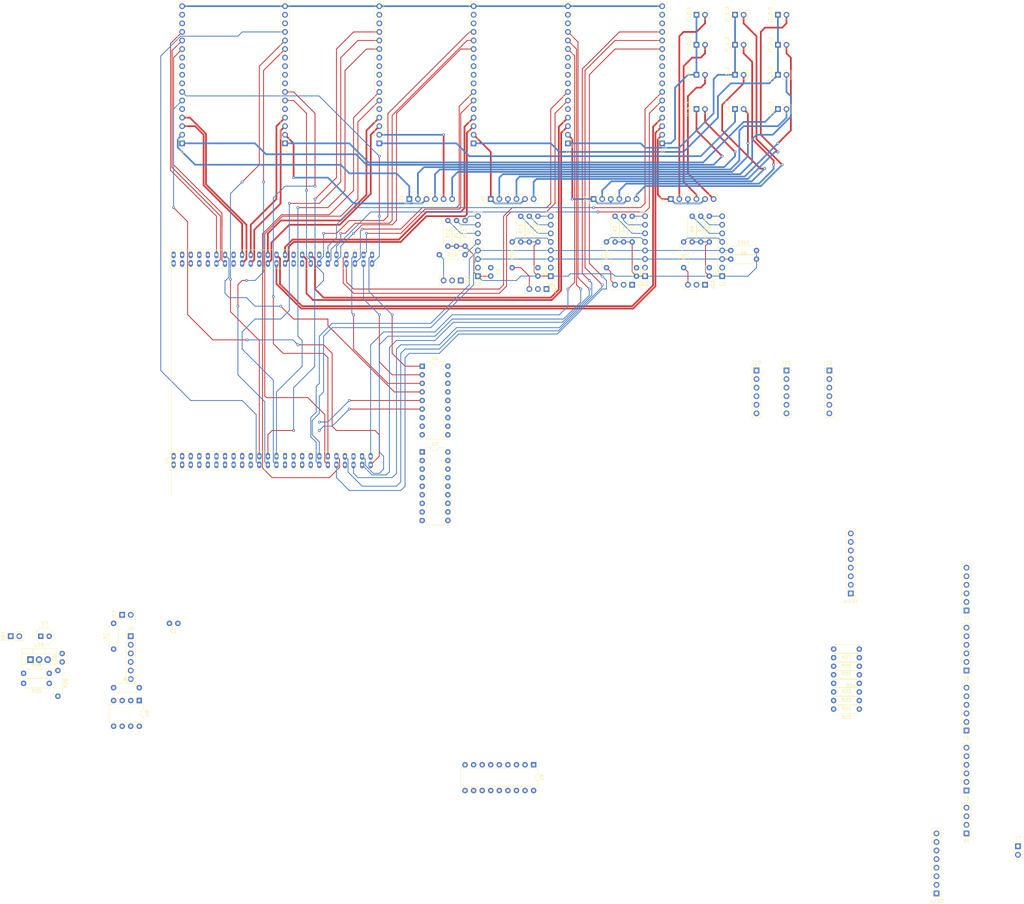
<source format=kicad_pcb>
(kicad_pcb (version 20171130) (host pcbnew "(5.1.10-1-10_14)")
  (layers (0 F.Cu signal) (31 B.Cu signal) (34 B.Paste user hide) (35 F.Paste user hide) (36 B.SilkS user) (37 F.SilkS user) (38 B.Mask user hide) (39 F.Mask user hide) (44 Edge.Cuts user hide))
  (net 0 "")
  (net 1 12Vunreg)
  (net 2 GND)
  (net 3 "Net-(J1-Pad11)")
  (net 4 "Net-(J1-Pad10)")
  (net 5 "Net-(J1-Pad9)")
  (net 6 "Net-(J1-Pad8)")
  (net 7 "Net-(J1-Pad5)")
  (net 8 "Net-(J2-Pad11)")
  (net 9 "Net-(J2-Pad10)")
  (net 10 "Net-(J2-Pad9)")
  (net 11 "Net-(J2-Pad8)")
  (net 12 "Net-(J2-Pad5)")
  (net 13 "Net-(J3-Pad11)")
  (net 14 "Net-(J3-Pad10)")
  (net 15 "Net-(J3-Pad9)")
  (net 16 "Net-(J3-Pad8)")
  (net 17 "Net-(J3-Pad5)")
  (net 18 "Net-(J4-Pad11)")
  (net 19 "Net-(J4-Pad10)")
  (net 20 "Net-(J4-Pad9)")
  (net 21 "Net-(J4-Pad8)")
  (net 22 "Net-(J4-Pad5)")
  (net 23 CT0_3)
  (net 24 CT0_2)
  (net 25 CT0_1)
  (net 26 PWM0_2)
  (net 27 PWM0_1)
  (net 28 VSENSE0_0)
  (net 29 VSENSE0_1)
  (net 30 TRACK0_0)
  (net 31 CT3_2)
  (net 32 CT3_1)
  (net 33 PWM3_2)
  (net 34 PWM3_1)
  (net 35 VSENSE3_0)
  (net 36 VSENSE3_1)
  (net 37 TRACK3_0)
  (net 38 CT1_3)
  (net 39 CT1_2)
  (net 40 CT1_1)
  (net 41 PWM1_2)
  (net 42 PWM1_1)
  (net 43 VSENSE1_0)
  (net 44 VSENSE1_1)
  (net 45 TRACK1_0)
  (net 46 CT2_3)
  (net 47 CT2_2)
  (net 48 CT2_1)
  (net 49 PWM2_2)
  (net 50 PWM2_1)
  (net 51 VSENSE2_0)
  (net 52 VSENSE2_1)
  (net 53 TRACK2_0)
  (net 54 VSENSE4_1)
  (net 55 VSENSE4_0)
  (net 56 PWM4_1)
  (net 57 CT4_1)
  (net 58 CT4_2)
  (net 59 CT3_3)
  (net 60 CT4_3)
  (net 61 "Net-(J0-Pad11)")
  (net 62 "Net-(J0-Pad10)")
  (net 63 "Net-(J0-Pad9)")
  (net 64 "Net-(J0-Pad8)")
  (net 65 "Net-(J0-Pad5)")
  (net 66 PWM4_2)
  (net 67 TRACK4_0)
  (net 68 I2C1_SDA)
  (net 69 I2C1_SCL)
  (net 70 I2C3_SCL)
  (net 71 I2C3_SDA)
  (net 72 "Net-(T5-Pad6)")
  (net 73 TURN2B)
  (net 74 TURN1A)
  (net 75 TURN1B)
  (net 76 TURN2A)
  (net 77 TURN4A)
  (net 78 TURN4B)
  (net 79 TURN3B)
  (net 80 TURN3A)
  (net 81 "Net-(T6-Pad6)")
  (net 82 "Net-(T6-Pad4)")
  (net 83 "Net-(T6-Pad3)")
  (net 84 "Net-(T6-Pad1)")
  (net 85 "Net-(T7-Pad6)")
  (net 86 "Net-(T7-Pad4)")
  (net 87 "Net-(T7-Pad3)")
  (net 88 "Net-(T7-Pad1)")
  (net 89 3V3)
  (net 90 5V)
  (net 91 "Net-(T8-Pad6)")
  (net 92 "Net-(T8-Pad4)")
  (net 93 "Net-(T8-Pad3)")
  (net 94 "Net-(T8-Pad1)")
  (net 95 "Net-(T9-Pad6)")
  (net 96 "Net-(T9-Pad4)")
  (net 97 "Net-(T9-Pad3)")
  (net 98 "Net-(T9-Pad1)")
  (net 99 TIM_OUT)
  (net 100 TURN8B)
  (net 101 TURN8A)
  (net 102 TURN7B)
  (net 103 TURN7A)
  (net 104 TURN6B)
  (net 105 TURN6A)
  (net 106 TURN5B)
  (net 107 TURN5A)
  (net 108 "Net-(U1-Pad6)")
  (net 109 "Net-(U1-Pad5)")
  (net 110 "Net-(U1-Pad69)")
  (net 111 "Net-(U1-Pad70)")
  (net 112 ETR1)
  (net 113 ROT2)
  (net 114 ROT1)
  (net 115 R5)
  (net 116 R4)
  (net 117 R3)
  (net 118 R2)
  (net 119 R1)
  (net 120 "Net-(T11-Pad1)")
  (net 121 LED2)
  (net 122 CT5_3)
  (net 123 CT5_2)
  (net 124 CT5_1)
  (net 125 "Net-(J5-Pad11)")
  (net 126 "Net-(J5-Pad10)")
  (net 127 "Net-(J5-Pad9)")
  (net 128 "Net-(J5-Pad8)")
  (net 129 PWM5_2)
  (net 130 PWM5_1)
  (net 131 "Net-(J5-Pad5)")
  (net 132 VSENSE5_1)
  (net 133 VSENSE5_0)
  (net 134 TRACK5_0)
  (net 135 LED1)
  (net 136 "Net-(X1-Pad4)")
  (net 137 "Net-(J0-Pad15)")
  (net 138 "Net-(J1-Pad15)")
  (net 139 "Net-(J2-Pad15)")
  (net 140 "Net-(J3-Pad15)")
  (net 141 "Net-(J4-Pad15)")
  (net 142 "Net-(J5-Pad15)")
  (net 143 "Net-(J6-Pad6)")
  (net 144 "Net-(J6-Pad5)")
  (net 145 TRIG)
  (net 146 +5V)
  (net 147 +12V)
  (net 148 "Net-(JP1-Pad2)")
  (net 149 "Net-(R1-Pad2)")
  (net 150 "Net-(U8-Pad5)")
  (net 151 "Net-(R3-Pad2)")
  (net 152 "Net-(R4-Pad2)")
  (net 153 "Net-(R5-Pad2)")
  (net 154 "Net-(R6-Pad2)")
  (net 155 "Net-(R7-Pad2)")
  (net 156 "Net-(R8-Pad2)")
  (net 157 "Net-(R10-Pad2)")
  (net 158 "Net-(R11-Pad2)")
  (net 159 "Net-(R12-Pad2)")
  (net 160 "Net-(R13-Pad2)")
  (net 161 "Net-(R14-Pad2)")
  (net 162 "Net-(R15-Pad2)")
  (net 163 I1A)
  (net 164 I4A)
  (net 165 I7A)
  (net 166 I10A)
  (net 167 I11A)
  (net 168 I12A)
  (net 169 I1B)
  (net 170 "Net-(JG3-Pad3)")
  (net 171 "Net-(R16-Pad1)")
  (net 172 "Net-(JG2-Pad3)")
  (net 173 "Net-(R17-Pad1)")
  (net 174 "Net-(JG4-Pad3)")
  (net 175 "Net-(R18-Pad1)")
  (net 176 "Net-(JG5-Pad3)")
  (net 177 "Net-(R19-Pad1)")
  (net 178 I3B)
  (net 179 I2B)
  (net 180 I6B)
  (net 181 I5B)
  (net 182 I4B)
  (net 183 I9B)
  (net 184 I8B)
  (net 185 I7B)
  (net 186 I12B)
  (net 187 I11B)
  (net 188 I10B)
  (net 189 "Net-(JLED1-Pad1)")
  (net 190 "Net-(JLED1-Pad3)")
  (net 191 "Net-(JLED1-Pad5)")
  (net 192 "Net-(JLED1-Pad7)")
  (net 193 "Net-(JLED2-Pad1)")
  (net 194 "Net-(JLED2-Pad3)")
  (net 195 "Net-(JLED2-Pad5)")
  (net 196 "Net-(JLED2-Pad7)")
  (net 197 "Net-(JLED1-Pad2)")
  (net 198 "Net-(JLED1-Pad4)")
  (net 199 LED8)
  (net 200 "Net-(JLED1-Pad6)")
  (net 201 LED7)
  (net 202 "Net-(JLED1-Pad8)")
  (net 203 LED6)
  (net 204 "Net-(JLED2-Pad2)")
  (net 205 LED5)
  (net 206 "Net-(JLED2-Pad4)")
  (net 207 LED4)
  (net 208 "Net-(JLED2-Pad6)")
  (net 209 LED3)
  (net 210 "Net-(JLED2-Pad8)")
  (net 211 "Net-(C7-Pad1)")
  (net 212 "Net-(R28-Pad2)")
  (net 213 "Net-(R28-Pad1)")
  (net 214 CAN_TX)
  (net 215 CAN_RX)
  (net 216 BOARD_LED2)
  (net 217 BOARD_LED)
  (net 218 V5)
  (net 219 "Net-(U1-Pad44)")
  (net 220 "Net-(U1-Pad41)")
  (net 221 "Net-(U1-Pad17)")
  (net 222 "Net-(U1-Pad29)")
  (net 223 "Net-(U1-Pad32)")
  (net 224 "Net-(U1-Pad31)")
  (net 225 "Net-(U1-Pad34)")
  (net 226 "Net-(U1-Pad84)")
  (net 227 _TURN1B)
  (module Module:STM32_F4XXrev (layer F.Cu) (at 109.22 78.74 90)
    (fp_text reference U1 (at -39.37 -24.96 90) (layer F.SilkS))
    (fp_text value STM32_F4xx)
    (pad 94 thru_hole oval (at 21.54936 33.40952) (size 1.2 2) (drill 0.8) (layers *.Cu *.Mask) (net 50 PWM2_1))
    (pad 91 thru_hole oval (at 19.00936 30.86952) (size 1.2 2) (drill 0.8) (layers *.Cu *.Mask) (net 49 PWM2_2))
    (pad 92 thru_hole oval (at 21.54936 30.86952) (size 1.2 2) (drill 0.8) (layers *.Cu *.Mask) (net 76 TURN2A))
    (pad 89 thru_hole oval (at 19.00936 28.32952) (size 1.2 2) (drill 0.8) (layers *.Cu *.Mask) (net 41 PWM1_2))
    (pad 90 thru_hole oval (at 21.54936 28.32952) (size 1.2 2) (drill 0.8) (layers *.Cu *.Mask) (net 42 PWM1_1))
    (pad 95 thru_hole oval (at 19.00936 35.94952) (size 1.2 2) (drill 0.8) (layers *.Cu *.Mask) (net 129 PWM5_2))
    (pad 96 thru_hole oval (at 21.54936 35.94952) (size 1.2 2) (drill 0.8) (layers *.Cu *.Mask) (net 74 TURN1A))
    (pad 93 thru_hole oval (at 19.00936 33.40952) (size 1.2 2) (drill 0.8) (layers *.Cu *.Mask) (net 75 TURN1B))
    (pad 46 thru_hole oval (at -38.14064 32.98952) (size 1.2 2) (drill 0.8) (layers *.Cu *.Mask) (net 39 CT1_2))
    (pad 43 thru_hole oval (at -40.68064 30.44952) (size 1.2 2) (drill 0.8) (layers *.Cu *.Mask) (net 23 CT0_3))
    (pad 44 thru_hole oval (at -38.14064 30.44952) (size 1.2 2) (drill 0.8) (layers *.Cu *.Mask) (net 219 "Net-(U1-Pad44)"))
    (pad 41 thru_hole oval (at -40.68064 27.90952) (size 1.2 2) (drill 0.8) (layers *.Cu *.Mask) (net 220 "Net-(U1-Pad41)"))
    (pad 42 thru_hole oval (at -38.14064 27.90952) (size 1.2 2) (drill 0.8) (layers *.Cu *.Mask) (net 24 CT0_2))
    (pad 47 thru_hole oval (at -40.68064 35.52952) (size 1.2 2) (drill 0.8) (layers *.Cu *.Mask) (net 130 PWM5_1))
    (pad 48 thru_hole oval (at -38.14064 35.52952) (size 1.2 2) (drill 0.8) (layers *.Cu *.Mask) (net 40 CT1_1))
    (pad 45 thru_hole oval (at -40.68064 32.98952) (size 1.2 2) (drill 0.8) (layers *.Cu *.Mask) (net 38 CT1_3))
    (pad 2 thru_hole oval (at -38.1 -22.86) (size 1.2 2) (drill 0.8) (layers *.Cu *.Mask) (net 89 3V3))
    (pad 1 thru_hole oval (at -40.64 -22.86) (size 1.2 2) (drill 0.8) (layers *.Cu *.Mask) (net 89 3V3))
    (pad 4 thru_hole oval (at -38.1 -20.32) (size 1.2 2) (drill 0.8) (layers *.Cu *.Mask) (net 89 3V3))
    (pad 3 thru_hole oval (at -40.64 -20.32) (size 1.2 2) (drill 0.8) (layers *.Cu *.Mask) (net 89 3V3))
    (pad 6 thru_hole oval (at -38.1 -17.78) (size 1.2 2) (drill 0.8) (layers *.Cu *.Mask) (net 108 "Net-(U1-Pad6)"))
    (pad 5 thru_hole oval (at -40.64 -17.78) (size 1.2 2) (drill 0.8) (layers *.Cu *.Mask) (net 109 "Net-(U1-Pad5)"))
    (pad 8 thru_hole oval (at -38.1 -15.24) (size 1.2 2) (drill 0.8) (layers *.Cu *.Mask) (net 2 GND))
    (pad 7 thru_hole oval (at -40.64 -15.24) (size 1.2 2) (drill 0.8) (layers *.Cu *.Mask) (net 2 GND))
    (pad 10 thru_hole oval (at -38.1 -12.7) (size 1.2 2) (drill 0.8) (layers *.Cu *.Mask) (net 2 GND))
    (pad 9 thru_hole oval (at -40.64 -12.7) (size 1.2 2) (drill 0.8) (layers *.Cu *.Mask) (net 2 GND))
    (pad 12 thru_hole oval (at -38.1 -10.16) (size 1.2 2) (drill 0.8) (layers *.Cu *.Mask) (net 100 TURN8B))
    (pad 11 thru_hole oval (at -40.64 -10.16) (size 1.2 2) (drill 0.8) (layers *.Cu *.Mask) (net 105 TURN6A))
    (pad 14 thru_hole oval (at -38.1 -7.62) (size 1.2 2) (drill 0.8) (layers *.Cu *.Mask) (net 214 CAN_TX))
    (pad 13 thru_hole oval (at -40.64 -7.62) (size 1.2 2) (drill 0.8) (layers *.Cu *.Mask) (net 215 CAN_RX))
    (pad 16 thru_hole oval (at -38.1 -5.08) (size 1.2 2) (drill 0.8) (layers *.Cu *.Mask) (net 68 I2C1_SDA))
    (pad 15 thru_hole oval (at -40.64 -5.08) (size 1.2 2) (drill 0.8) (layers *.Cu *.Mask) (net 69 I2C1_SCL))
    (pad 18 thru_hole oval (at -38.1 -2.54) (size 1.2 2) (drill 0.8) (layers *.Cu *.Mask) (net 78 TURN4B))
    (pad 17 thru_hole oval (at -40.64 -2.54) (size 1.2 2) (drill 0.8) (layers *.Cu *.Mask) (net 221 "Net-(U1-Pad17)"))
    (pad 20 thru_hole oval (at -38.1 0) (size 1.2 2) (drill 0.8) (layers *.Cu *.Mask) (net 79 TURN3B))
    (pad 19 thru_hole oval (at -40.64 0) (size 1.2 2) (drill 0.8) (layers *.Cu *.Mask) (net 80 TURN3A))
    (pad 22 thru_hole oval (at -38.1 2.54) (size 1.2 2) (drill 0.8) (layers *.Cu *.Mask) (net 58 CT4_2))
    (pad 21 thru_hole oval (at -40.64 2.54) (size 1.2 2) (drill 0.8) (layers *.Cu *.Mask) (net 60 CT4_3))
    (pad 24 thru_hole oval (at -38.1 5.08) (size 1.2 2) (drill 0.8) (layers *.Cu *.Mask) (net 59 CT3_3))
    (pad 23 thru_hole oval (at -40.64 5.08) (size 1.2 2) (drill 0.8) (layers *.Cu *.Mask) (net 57 CT4_1))
    (pad 26 thru_hole oval (at -38.1 7.62) (size 1.2 2) (drill 0.8) (layers *.Cu *.Mask) (net 32 CT3_1))
    (pad 25 thru_hole oval (at -40.64 7.62) (size 1.2 2) (drill 0.8) (layers *.Cu *.Mask) (net 31 CT3_2))
    (pad 28 thru_hole oval (at -38.1 10.16) (size 1.2 2) (drill 0.8) (layers *.Cu *.Mask) (net 106 TURN5B))
    (pad 27 thru_hole oval (at -40.64 10.16) (size 1.2 2) (drill 0.8) (layers *.Cu *.Mask) (net 103 TURN7A))
    (pad 30 thru_hole oval (at -38.1 12.7) (size 1.2 2) (drill 0.8) (layers *.Cu *.Mask) (net 102 TURN7B))
    (pad 29 thru_hole oval (at -40.64 12.7) (size 1.2 2) (drill 0.8) (layers *.Cu *.Mask) (net 222 "Net-(U1-Pad29)"))
    (pad 32 thru_hole oval (at -38.1 15.24) (size 1.2 2) (drill 0.8) (layers *.Cu *.Mask) (net 223 "Net-(U1-Pad32)"))
    (pad 31 thru_hole oval (at -40.64 15.24) (size 1.2 2) (drill 0.8) (layers *.Cu *.Mask) (net 224 "Net-(U1-Pad31)"))
    (pad 34 thru_hole oval (at -38.1 17.78) (size 1.2 2) (drill 0.8) (layers *.Cu *.Mask) (net 225 "Net-(U1-Pad34)"))
    (pad 33 thru_hole oval (at -40.64 17.78) (size 1.2 2) (drill 0.8) (layers *.Cu *.Mask) (net 227 _TURN1B))
    (pad 36 thru_hole oval (at -38.1 20.32) (size 1.2 2) (drill 0.8) (layers *.Cu *.Mask) (net 70 I2C3_SCL))
    (pad 35 thru_hole oval (at -40.64 20.32) (size 1.2 2) (drill 0.8) (layers *.Cu *.Mask) (net 71 I2C3_SDA))
    (pad 38 thru_hole oval (at -38.1 22.86) (size 1.2 2) (drill 0.8) (layers *.Cu *.Mask) (net 66 PWM4_2))
    (pad 37 thru_hole oval (at -40.64 22.86) (size 1.2 2) (drill 0.8) (layers *.Cu *.Mask) (net 34 PWM3_1))
    (pad 40 thru_hole oval (at -38.1 25.4) (size 1.2 2) (drill 0.8) (layers *.Cu *.Mask) (net 33 PWM3_2))
    (pad 39 thru_hole oval (at -40.64 25.4) (size 1.2 2) (drill 0.8) (layers *.Cu *.Mask) (net 25 CT0_1))
    (pad 58 thru_hole oval (at 21.57 -12.7) (size 1.2 2) (drill 0.8) (layers *.Cu *.Mask) (net 2 GND))
    (pad 66 thru_hole oval (at 21.57 -2.54) (size 1.2 2) (drill 0.8) (layers *.Cu *.Mask) (net 133 VSENSE5_0))
    (pad 88 thru_hole oval (at 21.57 25.4) (size 1.2 2) (drill 0.8) (layers *.Cu *.Mask) (net 27 PWM0_1))
    (pad 59 thru_hole oval (at 19.03 -10.16) (size 1.2 2) (drill 0.8) (layers *.Cu *.Mask) (net 123 CT5_2))
    (pad 61 thru_hole oval (at 19.03 -7.62) (size 1.2 2) (drill 0.8) (layers *.Cu *.Mask) (net 124 CT5_1))
    (pad 62 thru_hole oval (at 21.57 -7.62) (size 1.2 2) (drill 0.8) (layers *.Cu *.Mask) (net 73 TURN2B))
    (pad 52 thru_hole oval (at 21.57 -20.32) (size 1.2 2) (drill 0.8) (layers *.Cu *.Mask) (net 90 5V))
    (pad 63 thru_hole oval (at 19.03 -5.08) (size 1.2 2) (drill 0.8) (layers *.Cu *.Mask) (net 107 TURN5A))
    (pad 86 thru_hole oval (at 21.57 22.86) (size 1.2 2) (drill 0.8) (layers *.Cu *.Mask) (net 26 PWM0_2))
    (pad 87 thru_hole oval (at 19.03 25.4) (size 1.2 2) (drill 0.8) (layers *.Cu *.Mask) (net 48 CT2_1))
    (pad 85 thru_hole oval (at 19.03 22.86) (size 1.2 2) (drill 0.8) (layers *.Cu *.Mask) (net 47 CT2_2))
    (pad 55 thru_hole oval (at 19.03 -15.24) (size 1.2 2) (drill 0.8) (layers *.Cu *.Mask) (net 89 3V3))
    (pad 77 thru_hole oval (at 19.03 12.7) (size 1.2 2) (drill 0.8) (layers *.Cu *.Mask) (net 216 BOARD_LED2))
    (pad 67 thru_hole oval (at 19.03 0) (size 1.2 2) (drill 0.8) (layers *.Cu *.Mask) (net 55 VSENSE4_0))
    (pad 57 thru_hole oval (at 19.03 -12.7) (size 1.2 2) (drill 0.8) (layers *.Cu *.Mask) (net 2 GND))
    (pad 78 thru_hole oval (at 21.57 12.7) (size 1.2 2) (drill 0.8) (layers *.Cu *.Mask) (net 217 BOARD_LED))
    (pad 75 thru_hole oval (at 19.03 10.16) (size 1.2 2) (drill 0.8) (layers *.Cu *.Mask) (net 51 VSENSE2_0))
    (pad 76 thru_hole oval (at 21.57 10.16) (size 1.2 2) (drill 0.8) (layers *.Cu *.Mask) (net 52 VSENSE2_1))
    (pad 49 thru_hole oval (at 19.03 -22.86) (size 1.2 2) (drill 0.8) (layers *.Cu *.Mask) (net 90 5V))
    (pad 71 thru_hole oval (at 19.03 5.08) (size 1.2 2) (drill 0.8) (layers *.Cu *.Mask) (net 35 VSENSE3_0))
    (pad 72 thru_hole oval (at 21.57 5.08) (size 1.2 2) (drill 0.8) (layers *.Cu *.Mask) (net 36 VSENSE3_1))
    (pad 69 thru_hole oval (at 19.03 2.54) (size 1.2 2) (drill 0.8) (layers *.Cu *.Mask) (net 110 "Net-(U1-Pad69)"))
    (pad 70 thru_hole oval (at 21.57 2.54) (size 1.2 2) (drill 0.8) (layers *.Cu *.Mask) (net 111 "Net-(U1-Pad70)"))
    (pad 50 thru_hole oval (at 21.57 -22.86) (size 1.2 2) (drill 0.8) (layers *.Cu *.Mask) (net 90 5V))
    (pad 73 thru_hole oval (at 19.03 7.62) (size 1.2 2) (drill 0.8) (layers *.Cu *.Mask) (net 28 VSENSE0_0))
    (pad 74 thru_hole oval (at 21.57 7.62) (size 1.2 2) (drill 0.8) (layers *.Cu *.Mask) (net 29 VSENSE0_1))
    (pad 64 thru_hole oval (at 21.57 -5.08) (size 1.2 2) (drill 0.8) (layers *.Cu *.Mask) (net 104 TURN6B))
    (pad 54 thru_hole oval (at 21.57 -17.78) (size 1.2 2) (drill 0.8) (layers *.Cu *.Mask) (net 89 3V3))
    (pad 68 thru_hole oval (at 21.57 0) (size 1.2 2) (drill 0.8) (layers *.Cu *.Mask) (net 54 VSENSE4_1))
    (pad 53 thru_hole oval (at 19.03 -17.78) (size 1.2 2) (drill 0.8) (layers *.Cu *.Mask) (net 89 3V3))
    (pad 56 thru_hole oval (at 21.57 -15.24) (size 1.2 2) (drill 0.8) (layers *.Cu *.Mask) (net 89 3V3))
    (pad 83 thru_hole oval (at 19.03 20.32) (size 1.2 2) (drill 0.8) (layers *.Cu *.Mask) (net 46 CT2_3))
    (pad 84 thru_hole oval (at 21.57 20.32) (size 1.2 2) (drill 0.8) (layers *.Cu *.Mask) (net 226 "Net-(U1-Pad84)"))
    (pad 81 thru_hole oval (at 19.03 17.78) (size 1.2 2) (drill 0.8) (layers *.Cu *.Mask) (net 56 PWM4_1))
    (pad 80 thru_hole oval (at 21.57 15.24) (size 1.2 2) (drill 0.8) (layers *.Cu *.Mask) (net 43 VSENSE1_0))
    (pad 82 thru_hole oval (at 21.57 17.78) (size 1.2 2) (drill 0.8) (layers *.Cu *.Mask) (net 44 VSENSE1_1))
    (pad 79 thru_hole oval (at 19.03 15.24) (size 1.2 2) (drill 0.8) (layers *.Cu *.Mask) (net 105 TURN6A))
    (pad 51 thru_hole oval (at 19.03 -20.32) (size 1.2 2) (drill 0.8) (layers *.Cu *.Mask) (net 90 5V))
    (pad 60 thru_hole oval (at 21.57 -10.16) (size 1.2 2) (drill 0.8) (layers *.Cu *.Mask) (net 122 CT5_3))
    (pad 65 thru_hole oval (at 19.03 -2.54) (size 1.2 2) (drill 0.8) (layers *.Cu *.Mask) (net 132 VSENSE5_1))
  )
  (module Connector_PinHeader_2.54mm:PinHeader_1x17_P2.54mm_Vertical (layer F.Cu) (at 203.2 24.13 180)
    (fp_text reference J1 (at 0 -2.33) (layer F.SilkS))
    (fp_text value Conn_01x18)
    (pad 17 thru_hole oval (at 0 40.64 180) (size 1.7 1.7) (drill 1) (layers *.Cu *.Mask) (net 1 12Vunreg))
    (pad 16 thru_hole oval (at 0 38.1 180) (size 1.7 1.7) (drill 1) (layers *.Cu *.Mask) (net 2 GND))
    (pad 15 thru_hole oval (at 0 35.56 180) (size 1.7 1.7) (drill 1) (layers *.Cu *.Mask) (net 138 "Net-(J1-Pad15)"))
    (pad 14 thru_hole oval (at 0 33.02 180) (size 1.7 1.7) (drill 1) (layers *.Cu *.Mask) (net 38 CT1_3))
    (pad 13 thru_hole oval (at 0 30.48 180) (size 1.7 1.7) (drill 1) (layers *.Cu *.Mask) (net 39 CT1_2))
    (pad 12 thru_hole oval (at 0 27.94 180) (size 1.7 1.7) (drill 1) (layers *.Cu *.Mask) (net 40 CT1_1))
    (pad 11 thru_hole oval (at 0 25.4 180) (size 1.7 1.7) (drill 1) (layers *.Cu *.Mask) (net 3 "Net-(J1-Pad11)"))
    (pad 10 thru_hole oval (at 0 22.86 180) (size 1.7 1.7) (drill 1) (layers *.Cu *.Mask) (net 4 "Net-(J1-Pad10)"))
    (pad 9 thru_hole oval (at 0 20.32 180) (size 1.7 1.7) (drill 1) (layers *.Cu *.Mask) (net 5 "Net-(J1-Pad9)"))
    (pad 8 thru_hole oval (at 0 17.78 180) (size 1.7 1.7) (drill 1) (layers *.Cu *.Mask) (net 6 "Net-(J1-Pad8)"))
    (pad 7 thru_hole oval (at 0 15.24 180) (size 1.7 1.7) (drill 1) (layers *.Cu *.Mask) (net 41 PWM1_2))
    (pad 6 thru_hole oval (at 0 12.7 180) (size 1.7 1.7) (drill 1) (layers *.Cu *.Mask) (net 42 PWM1_1))
    (pad 5 thru_hole oval (at 0 10.16 180) (size 1.7 1.7) (drill 1) (layers *.Cu *.Mask) (net 7 "Net-(J1-Pad5)"))
    (pad 4 thru_hole oval (at 0 7.62 180) (size 1.7 1.7) (drill 1) (layers *.Cu *.Mask) (net 44 VSENSE1_1))
    (pad 3 thru_hole oval (at 0 5.08 180) (size 1.7 1.7) (drill 1) (layers *.Cu *.Mask) (net 43 VSENSE1_0))
    (pad 2 thru_hole oval (at 0 2.54 180) (size 1.7 1.7) (drill 1) (layers *.Cu *.Mask) (net 164 I4A))
    (pad 1 thru_hole rect (at 0 0 180) (size 1.7 1.7) (drill 1) (layers *.Cu *.Mask) (net 45 TRACK1_0))
  )
  (module Connector_PinHeader_2.54mm:PinHeader_1x02_P2.54mm_Vertical (layer F.Cu) (at 265.43 -13.97 90)
    (fp_text reference JT_3_1 (at 0 -2.33 90) (layer F.SilkS))
    (fp_text value Screw_Terminal_01x02)
    (pad 2 thru_hole oval (at 0 2.54 90) (size 1.7 1.7) (drill 1) (layers *.Cu *.Mask) (net 183 I9B))
    (pad 1 thru_hole rect (at 0 0 90) (size 1.7 1.7) (drill 1) (layers *.Cu *.Mask) (net 53 TRACK2_0))
  )
  (module Connector_PinHeader_2.54mm:PinHeader_1x02_P2.54mm_Vertical (layer F.Cu) (at 38.1 170.18 90)
    (fp_text reference SW1 (at 0 -2.33 90) (layer F.SilkS))
    (fp_text value SW_DIP_x01)
    (pad 2 thru_hole oval (at 0 2.54 90) (size 1.7 1.7) (drill 1) (layers *.Cu *.Mask) (net 218 V5))
    (pad 1 thru_hole rect (at 0 0 90) (size 1.7 1.7) (drill 1) (layers *.Cu *.Mask) (net 211 "Net-(C7-Pad1)"))
  )
  (module Connector_PinHeader_2.54mm:PinHeader_1x02_P2.54mm_Vertical (layer F.Cu) (at 336.55 232.41)
    (fp_text reference J7 (at 0 -2.33) (layer F.SilkS))
    (fp_text value Conn_01x02_Female)
    (pad 2 thru_hole oval (at 0 2.54) (size 1.7 1.7) (drill 1) (layers *.Cu *.Mask) (net 1 12Vunreg))
    (pad 1 thru_hole rect (at 0 0) (size 1.7 1.7) (drill 1) (layers *.Cu *.Mask) (net 2 GND))
  )
  (module Package_TO_SOT_THT:TO-220-3_Vertical (layer F.Cu) (at 43.95 177.12)
    (fp_text reference U10 (at 2.54 -4.27) (layer F.SilkS))
    (fp_text value LM317_TO220)
    (pad 3 thru_hole oval (at 5.08 0) (size 1.905 2) (drill 1.1) (layers *.Cu *.Mask) (net 1 12Vunreg))
    (pad 2 thru_hole oval (at 2.54 0) (size 1.905 2) (drill 1.1) (layers *.Cu *.Mask) (net 211 "Net-(C7-Pad1)"))
    (pad 1 thru_hole rect (at 0 0) (size 1.905 2) (drill 1.1) (layers *.Cu *.Mask) (net 213 "Net-(R28-Pad1)"))
  )
  (module Resistor_THT:R_Axial_DIN0207_L6.3mm_D2.5mm_P7.62mm_Horizontal (layer F.Cu) (at 49.53 184.15 180)
    (fp_text reference R30 (at 3.81 -2.37) (layer F.SilkS))
    (fp_text value 240)
    (pad 2 thru_hole oval (at 7.62 0 180) (size 1.6 1.6) (drill 0.8) (layers *.Cu *.Mask) (net 213 "Net-(R28-Pad1)"))
    (pad 1 thru_hole circle (at 0 0 180) (size 1.6 1.6) (drill 0.8) (layers *.Cu *.Mask) (net 211 "Net-(C7-Pad1)"))
  )
  (module Resistor_THT:R_Axial_DIN0207_L6.3mm_D2.5mm_P7.62mm_Horizontal (layer F.Cu) (at 52.07 180.34 270)
    (fp_text reference R29 (at 3.81 -2.37 90) (layer F.SilkS))
    (fp_text value 200)
    (pad 2 thru_hole oval (at 7.62 0 270) (size 1.6 1.6) (drill 0.8) (layers *.Cu *.Mask) (net 2 GND))
    (pad 1 thru_hole circle (at 0 0 270) (size 1.6 1.6) (drill 0.8) (layers *.Cu *.Mask) (net 212 "Net-(R28-Pad2)"))
  )
  (module Resistor_THT:R_Axial_DIN0207_L6.3mm_D2.5mm_P7.62mm_Horizontal (layer F.Cu) (at 41.91 181.18)
    (fp_text reference R28 (at 3.81 -2.37) (layer F.SilkS))
    (fp_text value 510)
    (pad 2 thru_hole oval (at 7.62 0) (size 1.6 1.6) (drill 0.8) (layers *.Cu *.Mask) (net 212 "Net-(R28-Pad2)"))
    (pad 1 thru_hole circle (at 0 0) (size 1.6 1.6) (drill 0.8) (layers *.Cu *.Mask) (net 213 "Net-(R28-Pad1)"))
  )
  (module Capacitor_THT:CP_Radial_Tantal_D5.0mm_P2.50mm (layer F.Cu) (at 46.99 170.18)
    (fp_text reference C7 (at 1.25 -3.75) (layer F.SilkS))
    (fp_text value 10µF)
    (pad 2 thru_hole circle (at 2.5 0) (size 1.6 1.6) (drill 0.8) (layers *.Cu *.Mask) (net 2 GND))
    (pad 1 thru_hole rect (at 0 0) (size 1.6 1.6) (drill 0.8) (layers *.Cu *.Mask) (net 211 "Net-(C7-Pad1)"))
  )
  (module Capacitor_THT:C_Disc_D3.4mm_W2.1mm_P2.50mm (layer F.Cu) (at 53.34 177.8 90)
    (fp_text reference C6 (at 1.25 -2.3 90) (layer F.SilkS))
    (fp_text value 0.1µF)
    (pad 2 thru_hole circle (at 2.5 0 90) (size 1.6 1.6) (drill 0.8) (layers *.Cu *.Mask) (net 2 GND))
    (pad 1 thru_hole circle (at 0 0 90) (size 1.6 1.6) (drill 0.8) (layers *.Cu *.Mask) (net 1 12Vunreg))
  )
  (module Connector_PinHeader_2.54mm:PinHeader_1x08_P2.54mm_Vertical (layer F.Cu) (at 312.42 246.38 180)
    (fp_text reference JLED2 (at 0 -2.33) (layer F.SilkS))
    (fp_text value Conn_01x08_Female)
    (pad 8 thru_hole oval (at 0 17.78 180) (size 1.7 1.7) (drill 1) (layers *.Cu *.Mask) (net 210 "Net-(JLED2-Pad8)"))
    (pad 7 thru_hole oval (at 0 15.24 180) (size 1.7 1.7) (drill 1) (layers *.Cu *.Mask) (net 196 "Net-(JLED2-Pad7)"))
    (pad 6 thru_hole oval (at 0 12.7 180) (size 1.7 1.7) (drill 1) (layers *.Cu *.Mask) (net 208 "Net-(JLED2-Pad6)"))
    (pad 5 thru_hole oval (at 0 10.16 180) (size 1.7 1.7) (drill 1) (layers *.Cu *.Mask) (net 195 "Net-(JLED2-Pad5)"))
    (pad 4 thru_hole oval (at 0 7.62 180) (size 1.7 1.7) (drill 1) (layers *.Cu *.Mask) (net 206 "Net-(JLED2-Pad4)"))
    (pad 3 thru_hole oval (at 0 5.08 180) (size 1.7 1.7) (drill 1) (layers *.Cu *.Mask) (net 194 "Net-(JLED2-Pad3)"))
    (pad 2 thru_hole oval (at 0 2.54 180) (size 1.7 1.7) (drill 1) (layers *.Cu *.Mask) (net 204 "Net-(JLED2-Pad2)"))
    (pad 1 thru_hole rect (at 0 0 180) (size 1.7 1.7) (drill 1) (layers *.Cu *.Mask) (net 193 "Net-(JLED2-Pad1)"))
  )
  (module Connector_PinHeader_2.54mm:PinHeader_1x08_P2.54mm_Vertical (layer F.Cu) (at 287.02 157.48 180)
    (fp_text reference JLED1 (at 0 -2.33) (layer F.SilkS))
    (fp_text value Conn_01x08_Female)
    (pad 8 thru_hole oval (at 0 17.78 180) (size 1.7 1.7) (drill 1) (layers *.Cu *.Mask) (net 202 "Net-(JLED1-Pad8)"))
    (pad 7 thru_hole oval (at 0 15.24 180) (size 1.7 1.7) (drill 1) (layers *.Cu *.Mask) (net 192 "Net-(JLED1-Pad7)"))
    (pad 6 thru_hole oval (at 0 12.7 180) (size 1.7 1.7) (drill 1) (layers *.Cu *.Mask) (net 200 "Net-(JLED1-Pad6)"))
    (pad 5 thru_hole oval (at 0 10.16 180) (size 1.7 1.7) (drill 1) (layers *.Cu *.Mask) (net 191 "Net-(JLED1-Pad5)"))
    (pad 4 thru_hole oval (at 0 7.62 180) (size 1.7 1.7) (drill 1) (layers *.Cu *.Mask) (net 198 "Net-(JLED1-Pad4)"))
    (pad 3 thru_hole oval (at 0 5.08 180) (size 1.7 1.7) (drill 1) (layers *.Cu *.Mask) (net 190 "Net-(JLED1-Pad3)"))
    (pad 2 thru_hole oval (at 0 2.54 180) (size 1.7 1.7) (drill 1) (layers *.Cu *.Mask) (net 197 "Net-(JLED1-Pad2)"))
    (pad 1 thru_hole rect (at 0 0 180) (size 1.7 1.7) (drill 1) (layers *.Cu *.Mask) (net 189 "Net-(JLED1-Pad1)"))
  )
  (module Package_DIP:DIP-18_W7.62mm (layer F.Cu) (at 193.04 208.28 270)
    (fp_text reference U9 (at 3.81 -2.33 90) (layer F.SilkS))
    (fp_text value ULN2803A)
    (pad 18 thru_hole oval (at 7.62 0 270) (size 1.6 1.6) (drill 0.8) (layers *.Cu *.Mask) (net 197 "Net-(JLED1-Pad2)"))
    (pad 9 thru_hole oval (at 0 20.32 270) (size 1.6 1.6) (drill 0.8) (layers *.Cu *.Mask) (net 2 GND))
    (pad 17 thru_hole oval (at 7.62 2.54 270) (size 1.6 1.6) (drill 0.8) (layers *.Cu *.Mask) (net 198 "Net-(JLED1-Pad4)"))
    (pad 8 thru_hole oval (at 0 17.78 270) (size 1.6 1.6) (drill 0.8) (layers *.Cu *.Mask) (net 199 LED8))
    (pad 16 thru_hole oval (at 7.62 5.08 270) (size 1.6 1.6) (drill 0.8) (layers *.Cu *.Mask) (net 200 "Net-(JLED1-Pad6)"))
    (pad 7 thru_hole oval (at 0 15.24 270) (size 1.6 1.6) (drill 0.8) (layers *.Cu *.Mask) (net 201 LED7))
    (pad 15 thru_hole oval (at 7.62 7.62 270) (size 1.6 1.6) (drill 0.8) (layers *.Cu *.Mask) (net 202 "Net-(JLED1-Pad8)"))
    (pad 6 thru_hole oval (at 0 12.7 270) (size 1.6 1.6) (drill 0.8) (layers *.Cu *.Mask) (net 203 LED6))
    (pad 14 thru_hole oval (at 7.62 10.16 270) (size 1.6 1.6) (drill 0.8) (layers *.Cu *.Mask) (net 204 "Net-(JLED2-Pad2)"))
    (pad 5 thru_hole oval (at 0 10.16 270) (size 1.6 1.6) (drill 0.8) (layers *.Cu *.Mask) (net 205 LED5))
    (pad 13 thru_hole oval (at 7.62 12.7 270) (size 1.6 1.6) (drill 0.8) (layers *.Cu *.Mask) (net 206 "Net-(JLED2-Pad4)"))
    (pad 4 thru_hole oval (at 0 7.62 270) (size 1.6 1.6) (drill 0.8) (layers *.Cu *.Mask) (net 207 LED4))
    (pad 12 thru_hole oval (at 7.62 15.24 270) (size 1.6 1.6) (drill 0.8) (layers *.Cu *.Mask) (net 208 "Net-(JLED2-Pad6)"))
    (pad 3 thru_hole oval (at 0 5.08 270) (size 1.6 1.6) (drill 0.8) (layers *.Cu *.Mask) (net 209 LED3))
    (pad 11 thru_hole oval (at 7.62 17.78 270) (size 1.6 1.6) (drill 0.8) (layers *.Cu *.Mask) (net 210 "Net-(JLED2-Pad8)"))
    (pad 2 thru_hole oval (at 0 2.54 270) (size 1.6 1.6) (drill 0.8) (layers *.Cu *.Mask) (net 121 LED2))
    (pad 10 thru_hole oval (at 7.62 20.32 270) (size 1.6 1.6) (drill 0.8) (layers *.Cu *.Mask) (net 90 5V))
    (pad 1 thru_hole rect (at 0 0 270) (size 1.6 1.6) (drill 0.8) (layers *.Cu *.Mask) (net 135 LED1))
  )
  (module Resistor_THT:R_Axial_DIN0207_L6.3mm_D2.5mm_P7.62mm_Horizontal (layer F.Cu) (at 289.56 173.99 180)
    (fp_text reference R27 (at 3.81 -2.37) (layer F.SilkS))
    (fp_text value R)
    (pad 2 thru_hole oval (at 7.62 0 180) (size 1.6 1.6) (drill 0.8) (layers *.Cu *.Mask) (net 196 "Net-(JLED2-Pad7)"))
    (pad 1 thru_hole circle (at 0 0 180) (size 1.6 1.6) (drill 0.8) (layers *.Cu *.Mask) (net 90 5V))
  )
  (module Resistor_THT:R_Axial_DIN0207_L6.3mm_D2.5mm_P7.62mm_Horizontal (layer F.Cu) (at 289.56 176.53 180)
    (fp_text reference R26 (at 3.81 -2.37) (layer F.SilkS))
    (fp_text value R)
    (pad 2 thru_hole oval (at 7.62 0 180) (size 1.6 1.6) (drill 0.8) (layers *.Cu *.Mask) (net 195 "Net-(JLED2-Pad5)"))
    (pad 1 thru_hole circle (at 0 0 180) (size 1.6 1.6) (drill 0.8) (layers *.Cu *.Mask) (net 90 5V))
  )
  (module Resistor_THT:R_Axial_DIN0207_L6.3mm_D2.5mm_P7.62mm_Horizontal (layer F.Cu) (at 289.56 179.07 180)
    (fp_text reference R25 (at 3.81 -2.37) (layer F.SilkS))
    (fp_text value R)
    (pad 2 thru_hole oval (at 7.62 0 180) (size 1.6 1.6) (drill 0.8) (layers *.Cu *.Mask) (net 194 "Net-(JLED2-Pad3)"))
    (pad 1 thru_hole circle (at 0 0 180) (size 1.6 1.6) (drill 0.8) (layers *.Cu *.Mask) (net 90 5V))
  )
  (module Resistor_THT:R_Axial_DIN0207_L6.3mm_D2.5mm_P7.62mm_Horizontal (layer F.Cu) (at 289.56 181.61 180)
    (fp_text reference R24 (at 2.54 -3.26) (layer F.SilkS))
    (fp_text value R)
    (pad 2 thru_hole oval (at 7.62 0 180) (size 1.6 1.6) (drill 0.8) (layers *.Cu *.Mask) (net 193 "Net-(JLED2-Pad1)"))
    (pad 1 thru_hole circle (at 0 0 180) (size 1.6 1.6) (drill 0.8) (layers *.Cu *.Mask) (net 90 5V))
  )
  (module Resistor_THT:R_Axial_DIN0207_L6.3mm_D2.5mm_P7.62mm_Horizontal (layer F.Cu) (at 289.56 184.15 180)
    (fp_text reference R23 (at 3.81 -2.37) (layer F.SilkS))
    (fp_text value R)
    (pad 2 thru_hole oval (at 7.62 0 180) (size 1.6 1.6) (drill 0.8) (layers *.Cu *.Mask) (net 192 "Net-(JLED1-Pad7)"))
    (pad 1 thru_hole circle (at 0 0 180) (size 1.6 1.6) (drill 0.8) (layers *.Cu *.Mask) (net 90 5V))
  )
  (module Resistor_THT:R_Axial_DIN0207_L6.3mm_D2.5mm_P7.62mm_Horizontal (layer F.Cu) (at 289.56 186.69 180)
    (fp_text reference R22 (at 3.81 -2.37) (layer F.SilkS))
    (fp_text value R)
    (pad 2 thru_hole oval (at 7.62 0 180) (size 1.6 1.6) (drill 0.8) (layers *.Cu *.Mask) (net 191 "Net-(JLED1-Pad5)"))
    (pad 1 thru_hole circle (at 0 0 180) (size 1.6 1.6) (drill 0.8) (layers *.Cu *.Mask) (net 90 5V))
  )
  (module Resistor_THT:R_Axial_DIN0207_L6.3mm_D2.5mm_P7.62mm_Horizontal (layer F.Cu) (at 289.56 189.23 180)
    (fp_text reference R21 (at 3.81 -2.37) (layer F.SilkS))
    (fp_text value R)
    (pad 2 thru_hole oval (at 7.62 0 180) (size 1.6 1.6) (drill 0.8) (layers *.Cu *.Mask) (net 190 "Net-(JLED1-Pad3)"))
    (pad 1 thru_hole circle (at 0 0 180) (size 1.6 1.6) (drill 0.8) (layers *.Cu *.Mask) (net 90 5V))
  )
  (module Resistor_THT:R_Axial_DIN0207_L6.3mm_D2.5mm_P7.62mm_Horizontal (layer F.Cu) (at 289.56 191.77 180)
    (fp_text reference R20 (at 3.81 -2.37) (layer F.SilkS))
    (fp_text value R)
    (pad 2 thru_hole oval (at 7.62 0 180) (size 1.6 1.6) (drill 0.8) (layers *.Cu *.Mask) (net 189 "Net-(JLED1-Pad1)"))
    (pad 1 thru_hole circle (at 0 0 180) (size 1.6 1.6) (drill 0.8) (layers *.Cu *.Mask) (net 90 5V))
  )
  (module Connector_PinHeader_2.54mm:PinHeader_1x02_P2.54mm_Vertical (layer F.Cu) (at 241.3 13.97 90)
    (fp_text reference JT_5_1 (at 0 -2.33 90) (layer F.SilkS))
    (fp_text value Screw_Terminal_01x02)
    (pad 2 thru_hole oval (at 0 2.54 90) (size 1.7 1.7) (drill 1) (layers *.Cu *.Mask) (net 188 I10B))
    (pad 1 thru_hole rect (at 0 0 90) (size 1.7 1.7) (drill 1) (layers *.Cu *.Mask) (net 134 TRACK5_0))
  )
  (module Connector_PinHeader_2.54mm:PinHeader_1x02_P2.54mm_Vertical (layer F.Cu) (at 265.43 13.97 90)
    (fp_text reference JT_4_1 (at 0 -2.33 90) (layer F.SilkS))
    (fp_text value Screw_Terminal_01x02)
    (pad 2 thru_hole oval (at 0 2.54 90) (size 1.7 1.7) (drill 1) (layers *.Cu *.Mask) (net 187 I11B))
    (pad 1 thru_hole rect (at 0 0 90) (size 1.7 1.7) (drill 1) (layers *.Cu *.Mask) (net 67 TRACK4_0))
  )
  (module Connector_PinHeader_2.54mm:PinHeader_1x02_P2.54mm_Vertical (layer F.Cu) (at 252.73 13.97 90)
    (fp_text reference JT_3_2 (at 0 -2.33 90) (layer F.SilkS))
    (fp_text value Screw_Terminal_01x02)
    (pad 2 thru_hole oval (at 0 2.54 90) (size 1.7 1.7) (drill 1) (layers *.Cu *.Mask) (net 186 I12B))
    (pad 1 thru_hole rect (at 0 0 90) (size 1.7 1.7) (drill 1) (layers *.Cu *.Mask) (net 37 TRACK3_0))
  )
  (module Connector_PinHeader_2.54mm:PinHeader_1x02_P2.54mm_Vertical (layer F.Cu) (at 265.43 -5.08 90)
    (fp_text reference JT_2_2 (at 0 -2.33 90) (layer F.SilkS))
    (fp_text value Screw_Terminal_01x02)
    (pad 2 thru_hole oval (at 0 2.54 90) (size 1.7 1.7) (drill 1) (layers *.Cu *.Mask) (net 184 I8B))
    (pad 1 thru_hole rect (at 0 0 90) (size 1.7 1.7) (drill 1) (layers *.Cu *.Mask) (net 53 TRACK2_0))
  )
  (module Connector_PinHeader_2.54mm:PinHeader_1x02_P2.54mm_Vertical (layer F.Cu) (at 265.43 3.81 90)
    (fp_text reference JT_2_1 (at 0 -2.33 90) (layer F.SilkS))
    (fp_text value Screw_Terminal_01x02)
    (pad 2 thru_hole oval (at 0 2.54 90) (size 1.7 1.7) (drill 1) (layers *.Cu *.Mask) (net 185 I7B))
    (pad 1 thru_hole rect (at 0 0 90) (size 1.7 1.7) (drill 1) (layers *.Cu *.Mask) (net 53 TRACK2_0))
  )
  (module Connector_PinHeader_2.54mm:PinHeader_1x02_P2.54mm_Vertical (layer F.Cu) (at 252.73 -13.97 90)
    (fp_text reference JT_1_3 (at 0 -2.33 90) (layer F.SilkS))
    (fp_text value Screw_Terminal_01x02)
    (pad 2 thru_hole oval (at 0 2.54 90) (size 1.7 1.7) (drill 1) (layers *.Cu *.Mask) (net 180 I6B))
    (pad 1 thru_hole rect (at 0 0 90) (size 1.7 1.7) (drill 1) (layers *.Cu *.Mask) (net 45 TRACK1_0))
  )
  (module Connector_PinHeader_2.54mm:PinHeader_1x02_P2.54mm_Vertical (layer F.Cu) (at 252.73 -5.08 90)
    (fp_text reference JT_1_2 (at 0 -2.33 90) (layer F.SilkS))
    (fp_text value Screw_Terminal_01x02)
    (pad 2 thru_hole oval (at 0 2.54 90) (size 1.7 1.7) (drill 1) (layers *.Cu *.Mask) (net 181 I5B))
    (pad 1 thru_hole rect (at 0 0 90) (size 1.7 1.7) (drill 1) (layers *.Cu *.Mask) (net 45 TRACK1_0))
  )
  (module Connector_PinHeader_2.54mm:PinHeader_1x02_P2.54mm_Vertical (layer F.Cu) (at 252.73 3.81 90)
    (fp_text reference JT_1_1 (at 0 -2.33 90) (layer F.SilkS))
    (fp_text value Screw_Terminal_01x02)
    (pad 2 thru_hole oval (at 0 2.54 90) (size 1.7 1.7) (drill 1) (layers *.Cu *.Mask) (net 182 I4B))
    (pad 1 thru_hole rect (at 0 0 90) (size 1.7 1.7) (drill 1) (layers *.Cu *.Mask) (net 45 TRACK1_0))
  )
  (module Connector_PinHeader_2.54mm:PinHeader_1x02_P2.54mm_Vertical (layer F.Cu) (at 241.3 3.81 90)
    (fp_text reference JT_0_3 (at 0 -2.33 90) (layer F.SilkS))
    (fp_text value Screw_Terminal_01x02)
    (pad 2 thru_hole oval (at 0 2.54 90) (size 1.7 1.7) (drill 1) (layers *.Cu *.Mask) (net 178 I3B))
    (pad 1 thru_hole rect (at 0 0 90) (size 1.7 1.7) (drill 1) (layers *.Cu *.Mask) (net 30 TRACK0_0))
  )
  (module Connector_PinHeader_2.54mm:PinHeader_1x02_P2.54mm_Vertical (layer F.Cu) (at 241.3 -5.08 90)
    (fp_text reference JT_0_2 (at 0 -2.33 90) (layer F.SilkS))
    (fp_text value Screw_Terminal_01x02)
    (pad 2 thru_hole oval (at 0 2.54 90) (size 1.7 1.7) (drill 1) (layers *.Cu *.Mask) (net 179 I2B))
    (pad 1 thru_hole rect (at 0 0 90) (size 1.7 1.7) (drill 1) (layers *.Cu *.Mask) (net 30 TRACK0_0))
  )
  (module Connector_PinHeader_2.54mm:PinHeader_1x06_P2.54mm_Vertical (layer F.Cu) (at 156.21 40.64 90)
    (fp_text reference JI5 (at 0 -2.33 90) (layer F.SilkS))
    (fp_text value Conn_01x06_Female)
    (pad 6 thru_hole oval (at 0 12.7 90) (size 1.7 1.7) (drill 1) (layers *.Cu *.Mask) (net 186 I12B))
    (pad 5 thru_hole oval (at 0 10.16 90) (size 1.7 1.7) (drill 1) (layers *.Cu *.Mask) (net 168 I12A))
    (pad 4 thru_hole oval (at 0 7.62 90) (size 1.7 1.7) (drill 1) (layers *.Cu *.Mask) (net 187 I11B))
    (pad 3 thru_hole oval (at 0 5.08 90) (size 1.7 1.7) (drill 1) (layers *.Cu *.Mask) (net 167 I11A))
    (pad 2 thru_hole oval (at 0 2.54 90) (size 1.7 1.7) (drill 1) (layers *.Cu *.Mask) (net 188 I10B))
    (pad 1 thru_hole rect (at 0 0 90) (size 1.7 1.7) (drill 1) (layers *.Cu *.Mask) (net 166 I10A))
  )
  (module Connector_PinHeader_2.54mm:PinHeader_1x06_P2.54mm_Vertical (layer F.Cu) (at 180.34 40.64 90)
    (fp_text reference JI4 (at 0 -2.33 90) (layer F.SilkS))
    (fp_text value Conn_01x06_Female)
    (pad 6 thru_hole oval (at 0 12.7 90) (size 1.7 1.7) (drill 1) (layers *.Cu *.Mask) (net 183 I9B))
    (pad 5 thru_hole oval (at 0 10.16 90) (size 1.7 1.7) (drill 1) (layers *.Cu *.Mask) (net 165 I7A))
    (pad 4 thru_hole oval (at 0 7.62 90) (size 1.7 1.7) (drill 1) (layers *.Cu *.Mask) (net 184 I8B))
    (pad 3 thru_hole oval (at 0 5.08 90) (size 1.7 1.7) (drill 1) (layers *.Cu *.Mask) (net 165 I7A))
    (pad 2 thru_hole oval (at 0 2.54 90) (size 1.7 1.7) (drill 1) (layers *.Cu *.Mask) (net 185 I7B))
    (pad 1 thru_hole rect (at 0 0 90) (size 1.7 1.7) (drill 1) (layers *.Cu *.Mask) (net 165 I7A))
  )
  (module Connector_PinHeader_2.54mm:PinHeader_1x06_P2.54mm_Vertical (layer F.Cu) (at 210.82 40.64 90)
    (fp_text reference JI3 (at 0 -2.33 90) (layer F.SilkS))
    (fp_text value Conn_01x06_Female)
    (pad 6 thru_hole oval (at 0 12.7 90) (size 1.7 1.7) (drill 1) (layers *.Cu *.Mask) (net 180 I6B))
    (pad 5 thru_hole oval (at 0 10.16 90) (size 1.7 1.7) (drill 1) (layers *.Cu *.Mask) (net 164 I4A))
    (pad 4 thru_hole oval (at 0 7.62 90) (size 1.7 1.7) (drill 1) (layers *.Cu *.Mask) (net 181 I5B))
    (pad 3 thru_hole oval (at 0 5.08 90) (size 1.7 1.7) (drill 1) (layers *.Cu *.Mask) (net 164 I4A))
    (pad 2 thru_hole oval (at 0 2.54 90) (size 1.7 1.7) (drill 1) (layers *.Cu *.Mask) (net 182 I4B))
    (pad 1 thru_hole rect (at 0 0 90) (size 1.7 1.7) (drill 1) (layers *.Cu *.Mask) (net 164 I4A))
  )
  (module Connector_PinHeader_2.54mm:PinHeader_1x06_P2.54mm_Vertical (layer F.Cu) (at 233.68 40.64 90)
    (fp_text reference JI2 (at 0 -2.33 90) (layer F.SilkS))
    (fp_text value Conn_01x06_Female)
    (pad 6 thru_hole oval (at 0 12.7 90) (size 1.7 1.7) (drill 1) (layers *.Cu *.Mask) (net 178 I3B))
    (pad 5 thru_hole oval (at 0 10.16 90) (size 1.7 1.7) (drill 1) (layers *.Cu *.Mask) (net 163 I1A))
    (pad 4 thru_hole oval (at 0 7.62 90) (size 1.7 1.7) (drill 1) (layers *.Cu *.Mask) (net 179 I2B))
    (pad 3 thru_hole oval (at 0 5.08 90) (size 1.7 1.7) (drill 1) (layers *.Cu *.Mask) (net 163 I1A))
    (pad 2 thru_hole oval (at 0 2.54 90) (size 1.7 1.7) (drill 1) (layers *.Cu *.Mask) (net 169 I1B))
    (pad 1 thru_hole rect (at 0 0 90) (size 1.7 1.7) (drill 1) (layers *.Cu *.Mask) (net 163 I1A))
  )
  (module Connector_PinHeader_2.54mm:PinHeader_1x03_P2.54mm_Vertical (layer F.Cu) (at 171.45 64.77 270)
    (fp_text reference JG5 (at 0 -2.33 90) (layer F.SilkS))
    (fp_text value Conn_01x03_Female)
    (pad 3 thru_hole oval (at 0 5.08 270) (size 1.7 1.7) (drill 1) (layers *.Cu *.Mask) (net 176 "Net-(JG5-Pad3)"))
    (pad 2 thru_hole oval (at 0 2.54 270) (size 1.7 1.7) (drill 1) (layers *.Cu *.Mask) (net 2 GND))
    (pad 1 thru_hole rect (at 0 0 270) (size 1.7 1.7) (drill 1) (layers *.Cu *.Mask) (net 2 GND))
  )
  (module Connector_PinHeader_2.54mm:PinHeader_1x03_P2.54mm_Vertical (layer F.Cu) (at 196.85 67.31 270)
    (fp_text reference JG4 (at 0 -2.33 90) (layer F.SilkS))
    (fp_text value Conn_01x03_Female)
    (pad 3 thru_hole oval (at 0 5.08 270) (size 1.7 1.7) (drill 1) (layers *.Cu *.Mask) (net 174 "Net-(JG4-Pad3)"))
    (pad 2 thru_hole oval (at 0 2.54 270) (size 1.7 1.7) (drill 1) (layers *.Cu *.Mask) (net 2 GND))
    (pad 1 thru_hole rect (at 0 0 270) (size 1.7 1.7) (drill 1) (layers *.Cu *.Mask) (net 2 GND))
  )
  (module Connector_PinHeader_2.54mm:PinHeader_1x03_P2.54mm_Vertical (layer F.Cu) (at 222.25 66.04 270)
    (fp_text reference JG3 (at 0 -2.33 90) (layer F.SilkS))
    (fp_text value Conn_01x03_Female)
    (pad 3 thru_hole oval (at 0 5.08 270) (size 1.7 1.7) (drill 1) (layers *.Cu *.Mask) (net 170 "Net-(JG3-Pad3)"))
    (pad 2 thru_hole oval (at 0 2.54 270) (size 1.7 1.7) (drill 1) (layers *.Cu *.Mask) (net 2 GND))
    (pad 1 thru_hole rect (at 0 0 270) (size 1.7 1.7) (drill 1) (layers *.Cu *.Mask) (net 2 GND))
  )
  (module Connector_PinHeader_2.54mm:PinHeader_1x03_P2.54mm_Vertical (layer F.Cu) (at 243.84 66.04 270)
    (fp_text reference JG2 (at 0 -2.33 90) (layer F.SilkS))
    (fp_text value Conn_01x03_Female)
    (pad 3 thru_hole oval (at 0 5.08 270) (size 1.7 1.7) (drill 1) (layers *.Cu *.Mask) (net 172 "Net-(JG2-Pad3)"))
    (pad 2 thru_hole oval (at 0 2.54 270) (size 1.7 1.7) (drill 1) (layers *.Cu *.Mask) (net 2 GND))
    (pad 1 thru_hole rect (at 0 0 270) (size 1.7 1.7) (drill 1) (layers *.Cu *.Mask) (net 2 GND))
  )
  (module Resistor_THT:R_Axial_DIN0207_L6.3mm_D2.5mm_P7.62mm_Horizontal (layer F.Cu) (at 172.72 57.15 180)
    (fp_text reference R19 (at 3.81 0) (layer F.SilkS))
    (fp_text value 10k)
    (pad 2 thru_hole oval (at 7.62 0 180) (size 1.6 1.6) (drill 0.8) (layers *.Cu *.Mask) (net 176 "Net-(JG5-Pad3)"))
    (pad 1 thru_hole circle (at 0 0 180) (size 1.6 1.6) (drill 0.8) (layers *.Cu *.Mask) (net 177 "Net-(R19-Pad1)"))
  )
  (module Resistor_THT:R_Axial_DIN0207_L6.3mm_D2.5mm_P7.62mm_Horizontal (layer F.Cu) (at 186.69 53.34 270)
    (fp_text reference R18 (at 3.81 0 90) (layer F.SilkS))
    (fp_text value 10k)
    (pad 2 thru_hole oval (at 7.62 0 270) (size 1.6 1.6) (drill 0.8) (layers *.Cu *.Mask) (net 174 "Net-(JG4-Pad3)"))
    (pad 1 thru_hole circle (at 0 0 270) (size 1.6 1.6) (drill 0.8) (layers *.Cu *.Mask) (net 175 "Net-(R18-Pad1)"))
  )
  (module Resistor_THT:R_Axial_DIN0207_L6.3mm_D2.5mm_P7.62mm_Horizontal (layer F.Cu) (at 237.49 53.34 270)
    (fp_text reference R17 (at 3.81 0 90) (layer F.SilkS))
    (fp_text value 10k)
    (pad 2 thru_hole oval (at 7.62 0 270) (size 1.6 1.6) (drill 0.8) (layers *.Cu *.Mask) (net 172 "Net-(JG2-Pad3)"))
    (pad 1 thru_hole circle (at 0 0 270) (size 1.6 1.6) (drill 0.8) (layers *.Cu *.Mask) (net 173 "Net-(R17-Pad1)"))
  )
  (module Resistor_THT:R_Axial_DIN0207_L6.3mm_D2.5mm_P7.62mm_Horizontal (layer F.Cu) (at 214.63 53.34 270)
    (fp_text reference R16 (at 3.81 0 90) (layer F.SilkS))
    (fp_text value 10k)
    (pad 2 thru_hole oval (at 7.62 0 270) (size 1.6 1.6) (drill 0.8) (layers *.Cu *.Mask) (net 170 "Net-(JG3-Pad3)"))
    (pad 1 thru_hole circle (at 0 0 270) (size 1.6 1.6) (drill 0.8) (layers *.Cu *.Mask) (net 171 "Net-(R16-Pad1)"))
  )
  (module Connector_PinHeader_2.54mm:PinHeader_1x02_P2.54mm_Vertical (layer F.Cu) (at 241.3 -13.97 90)
    (fp_text reference JT_0_1 (at 0 -2.33 90) (layer F.SilkS))
    (fp_text value Screw_Terminal_01x02)
    (pad 2 thru_hole oval (at 0 2.54 90) (size 1.7 1.7) (drill 1) (layers *.Cu *.Mask) (net 169 I1B))
    (pad 1 thru_hole rect (at 0 0 90) (size 1.7 1.7) (drill 1) (layers *.Cu *.Mask) (net 30 TRACK0_0))
  )
  (module Capacitor_THT:C_Disc_D3.4mm_W2.1mm_P2.50mm (layer F.Cu) (at 87.63 166.37 180)
    (fp_text reference C1 (at 1.25 -2.3) (layer F.SilkS))
    (fp_text value 100nF)
    (pad 1 thru_hole circle (at 0 0 180) (size 1.6 1.6) (drill 0.8) (layers *.Cu *.Mask) (net 2 GND))
    (pad 2 thru_hole circle (at 2.5 0 180) (size 1.6 1.6) (drill 0.8) (layers *.Cu *.Mask) (net 146 +5V))
  )
  (module Capacitor_THT:C_Disc_D3.4mm_W2.1mm_P2.50mm (layer F.Cu) (at 194.31 60.96 270)
    (fp_text reference C4 (at 1.25 -2.3 90) (layer F.SilkS))
    (fp_text value 100nF)
    (pad 2 thru_hole circle (at 2.5 0 270) (size 1.6 1.6) (drill 0.8) (layers *.Cu *.Mask) (net 89 3V3))
    (pad 1 thru_hole circle (at 0 0 270) (size 1.6 1.6) (drill 0.8) (layers *.Cu *.Mask) (net 2 GND))
  )
  (module Capacitor_THT:C_Disc_D3.4mm_W2.1mm_P2.50mm (layer F.Cu) (at 180.34 60.96 270)
    (fp_text reference C5 (at 1.25 -2.3 90) (layer F.SilkS))
    (fp_text value 100nF)
    (pad 2 thru_hole circle (at 2.5 0 270) (size 1.6 1.6) (drill 0.8) (layers *.Cu *.Mask) (net 89 3V3))
    (pad 1 thru_hole circle (at 0 0 270) (size 1.6 1.6) (drill 0.8) (layers *.Cu *.Mask) (net 2 GND))
  )
  (module Capacitor_THT:C_Disc_D3.4mm_W2.1mm_P2.50mm (layer F.Cu) (at 245.11 60.96 270)
    (fp_text reference C2 (at 1.25 -2.3 90) (layer F.SilkS))
    (fp_text value 100nF)
    (pad 2 thru_hole circle (at 2.5 0 270) (size 1.6 1.6) (drill 0.8) (layers *.Cu *.Mask) (net 89 3V3))
    (pad 1 thru_hole circle (at 0 0 270) (size 1.6 1.6) (drill 0.8) (layers *.Cu *.Mask) (net 2 GND))
  )
  (module Capacitor_THT:C_Disc_D3.4mm_W2.1mm_P2.50mm (layer F.Cu) (at 223.52 61 270)
    (fp_text reference C3 (at 1.25 -2.3 90) (layer F.SilkS))
    (fp_text value 100nF)
    (pad 2 thru_hole circle (at 2.5 0 270) (size 1.6 1.6) (drill 0.8) (layers *.Cu *.Mask) (net 89 3V3))
    (pad 1 thru_hole circle (at 0 0 270) (size 1.6 1.6) (drill 0.8) (layers *.Cu *.Mask) (net 2 GND))
  )
  (module Resistor_THT:R_Axial_DIN0207_L6.3mm_D2.5mm_P7.62mm_Horizontal (layer F.Cu) (at 194.31 53.34 90)
    (fp_text reference R15 (at 3.81 0 90) (layer F.SilkS))
    (fp_text value 10k)
    (pad 2 thru_hole oval (at 7.62 0 90) (size 1.6 1.6) (drill 0.8) (layers *.Cu *.Mask) (net 162 "Net-(R15-Pad2)"))
    (pad 1 thru_hole circle (at 0 0 90) (size 1.6 1.6) (drill 0.8) (layers *.Cu *.Mask) (net 89 3V3))
  )
  (module Resistor_THT:R_Axial_DIN0207_L6.3mm_D2.5mm_P7.62mm_Horizontal (layer F.Cu) (at 191.77 53.34 90)
    (fp_text reference R14 (at 3.81 0 90) (layer F.SilkS))
    (fp_text value 10k)
    (pad 2 thru_hole oval (at 7.62 0 90) (size 1.6 1.6) (drill 0.8) (layers *.Cu *.Mask) (net 161 "Net-(R14-Pad2)"))
    (pad 1 thru_hole circle (at 0 0 90) (size 1.6 1.6) (drill 0.8) (layers *.Cu *.Mask) (net 89 3V3))
  )
  (module Resistor_THT:R_Axial_DIN0207_L6.3mm_D2.5mm_P7.62mm_Horizontal (layer F.Cu) (at 189.23 53.34 90)
    (fp_text reference R13 (at 3.81 0 90) (layer F.SilkS))
    (fp_text value 10k)
    (pad 2 thru_hole oval (at 7.62 0 90) (size 1.6 1.6) (drill 0.8) (layers *.Cu *.Mask) (net 160 "Net-(R13-Pad2)"))
    (pad 1 thru_hole circle (at 0 0 90) (size 1.6 1.6) (drill 0.8) (layers *.Cu *.Mask) (net 89 3V3))
  )
  (module Resistor_THT:R_Axial_DIN0207_L6.3mm_D2.5mm_P7.62mm_Horizontal (layer F.Cu) (at 172.72 54.61 90)
    (fp_text reference R12 (at 3.81 0 90) (layer F.SilkS))
    (fp_text value 10k)
    (pad 2 thru_hole oval (at 7.62 0 90) (size 1.6 1.6) (drill 0.8) (layers *.Cu *.Mask) (net 159 "Net-(R12-Pad2)"))
    (pad 1 thru_hole circle (at 0 0 90) (size 1.6 1.6) (drill 0.8) (layers *.Cu *.Mask) (net 89 3V3))
  )
  (module Resistor_THT:R_Axial_DIN0207_L6.3mm_D2.5mm_P7.62mm_Horizontal (layer F.Cu) (at 170.18 54.61 90)
    (fp_text reference R11 (at 3.81 0 90) (layer F.SilkS))
    (fp_text value 10k)
    (pad 2 thru_hole oval (at 7.62 0 90) (size 1.6 1.6) (drill 0.8) (layers *.Cu *.Mask) (net 158 "Net-(R11-Pad2)"))
    (pad 1 thru_hole circle (at 0 0 90) (size 1.6 1.6) (drill 0.8) (layers *.Cu *.Mask) (net 89 3V3))
  )
  (module Resistor_THT:R_Axial_DIN0207_L6.3mm_D2.5mm_P7.62mm_Horizontal (layer F.Cu) (at 167.64 54.61 90)
    (fp_text reference R10 (at 3.81 0 90) (layer F.SilkS))
    (fp_text value 10k)
    (pad 2 thru_hole oval (at 7.62 0 90) (size 1.6 1.6) (drill 0.8) (layers *.Cu *.Mask) (net 157 "Net-(R10-Pad2)"))
    (pad 1 thru_hole circle (at 0 0 90) (size 1.6 1.6) (drill 0.8) (layers *.Cu *.Mask) (net 89 3V3))
  )
  (module Resistor_THT:R_Axial_DIN0207_L6.3mm_D2.5mm_P7.62mm_Horizontal (layer F.Cu) (at 251.46 58.42)
    (fp_text reference R9 (at 3.81 -1.58 180) (layer F.SilkS))
    (fp_text value 10k)
    (pad 2 thru_hole oval (at 7.62 0) (size 1.6 1.6) (drill 0.8) (layers *.Cu *.Mask) (net 89 3V3))
    (pad 1 thru_hole circle (at 0 0) (size 1.6 1.6) (drill 0.8) (layers *.Cu *.Mask) (net 70 I2C3_SCL))
  )
  (module Resistor_THT:R_Axial_DIN0207_L6.3mm_D2.5mm_P7.62mm_Horizontal (layer F.Cu) (at 245.11 53.34 90)
    (fp_text reference R8 (at 3.81 0 90) (layer F.SilkS))
    (fp_text value 10k)
    (pad 2 thru_hole oval (at 7.62 0 90) (size 1.6 1.6) (drill 0.8) (layers *.Cu *.Mask) (net 156 "Net-(R8-Pad2)"))
    (pad 1 thru_hole circle (at 0 0 90) (size 1.6 1.6) (drill 0.8) (layers *.Cu *.Mask) (net 89 3V3))
  )
  (module Resistor_THT:R_Axial_DIN0207_L6.3mm_D2.5mm_P7.62mm_Horizontal (layer F.Cu) (at 242.57 53.34 90)
    (fp_text reference R7 (at 3.81 0 90) (layer F.SilkS))
    (fp_text value 10k)
    (pad 2 thru_hole oval (at 7.62 0 90) (size 1.6 1.6) (drill 0.8) (layers *.Cu *.Mask) (net 155 "Net-(R7-Pad2)"))
    (pad 1 thru_hole circle (at 0 0 90) (size 1.6 1.6) (drill 0.8) (layers *.Cu *.Mask) (net 89 3V3))
  )
  (module Resistor_THT:R_Axial_DIN0207_L6.3mm_D2.5mm_P7.62mm_Horizontal (layer F.Cu) (at 240.03 53.34 90)
    (fp_text reference R6 (at 3.81 0 90) (layer F.SilkS))
    (fp_text value 10k)
    (pad 2 thru_hole oval (at 7.62 0 90) (size 1.6 1.6) (drill 0.8) (layers *.Cu *.Mask) (net 154 "Net-(R6-Pad2)"))
    (pad 1 thru_hole circle (at 0 0 90) (size 1.6 1.6) (drill 0.8) (layers *.Cu *.Mask) (net 89 3V3))
  )
  (module Resistor_THT:R_Axial_DIN0207_L6.3mm_D2.5mm_P7.62mm_Horizontal (layer F.Cu) (at 222.25 53.34 90)
    (fp_text reference R5 (at 3.81 0 90) (layer F.SilkS))
    (fp_text value 10k)
    (pad 2 thru_hole oval (at 7.62 0 90) (size 1.6 1.6) (drill 0.8) (layers *.Cu *.Mask) (net 153 "Net-(R5-Pad2)"))
    (pad 1 thru_hole circle (at 0 0 90) (size 1.6 1.6) (drill 0.8) (layers *.Cu *.Mask) (net 89 3V3))
  )
  (module Resistor_THT:R_Axial_DIN0207_L6.3mm_D2.5mm_P7.62mm_Horizontal (layer F.Cu) (at 219.71 53.34 90)
    (fp_text reference R4 (at 3.81 0 90) (layer F.SilkS))
    (fp_text value 10k)
    (pad 2 thru_hole oval (at 7.62 0 90) (size 1.6 1.6) (drill 0.8) (layers *.Cu *.Mask) (net 152 "Net-(R4-Pad2)"))
    (pad 1 thru_hole circle (at 0 0 90) (size 1.6 1.6) (drill 0.8) (layers *.Cu *.Mask) (net 89 3V3))
  )
  (module Resistor_THT:R_Axial_DIN0207_L6.3mm_D2.5mm_P7.62mm_Horizontal (layer F.Cu) (at 217.17 53.34 90)
    (fp_text reference R3 (at 3.81 0 90) (layer F.SilkS))
    (fp_text value 10k)
    (pad 2 thru_hole oval (at 7.62 0 90) (size 1.6 1.6) (drill 0.8) (layers *.Cu *.Mask) (net 151 "Net-(R3-Pad2)"))
    (pad 1 thru_hole circle (at 0 0 90) (size 1.6 1.6) (drill 0.8) (layers *.Cu *.Mask) (net 89 3V3))
  )
  (module Resistor_THT:R_Axial_DIN0207_L6.3mm_D2.5mm_P7.62mm_Horizontal (layer F.Cu) (at 251.46 55.88)
    (fp_text reference 10k1 (at 3.81 -2.37) (layer F.SilkS))
    (fp_text value R)
    (pad 2 thru_hole oval (at 7.62 0) (size 1.6 1.6) (drill 0.8) (layers *.Cu *.Mask) (net 89 3V3))
    (pad 1 thru_hole circle (at 0 0) (size 1.6 1.6) (drill 0.8) (layers *.Cu *.Mask) (net 71 I2C3_SDA))
  )
  (module Connector_PinHeader_2.54mm:PinHeader_1x04_P2.54mm_Vertical (layer F.Cu) (at 321.31 228.6 180)
    (fp_text reference X1 (at 0 -2.33) (layer F.SilkS))
    (fp_text value Screw_Terminal_01x04)
    (pad 4 thru_hole oval (at 0 7.62 180) (size 1.7 1.7) (drill 1) (layers *.Cu *.Mask) (net 136 "Net-(X1-Pad4)"))
    (pad 3 thru_hole oval (at 0 5.08 180) (size 1.7 1.7) (drill 1) (layers *.Cu *.Mask) (net 90 5V))
    (pad 2 thru_hole oval (at 0 2.54 180) (size 1.7 1.7) (drill 1) (layers *.Cu *.Mask) (net 2 GND))
    (pad 1 thru_hole rect (at 0 0 180) (size 1.7 1.7) (drill 1) (layers *.Cu *.Mask) (net 1 12Vunreg))
  )
  (module Package_DIP:DIP-8_W7.62mm (layer F.Cu) (at 76.2 189.23 270)
    (fp_text reference U8 (at 3.81 -2.33 90) (layer F.SilkS))
    (fp_text value MCP2551-I-P)
    (pad 1 thru_hole rect (at 0 0 270) (size 1.6 1.6) (drill 0.8) (layers *.Cu *.Mask) (net 214 CAN_TX))
    (pad 5 thru_hole oval (at 7.62 7.62 270) (size 1.6 1.6) (drill 0.8) (layers *.Cu *.Mask) (net 150 "Net-(U8-Pad5)"))
    (pad 2 thru_hole oval (at 0 2.54 270) (size 1.6 1.6) (drill 0.8) (layers *.Cu *.Mask) (net 2 GND))
    (pad 6 thru_hole oval (at 7.62 5.08 270) (size 1.6 1.6) (drill 0.8) (layers *.Cu *.Mask) (net 143 "Net-(J6-Pad6)"))
    (pad 3 thru_hole oval (at 0 5.08 270) (size 1.6 1.6) (drill 0.8) (layers *.Cu *.Mask) (net 146 +5V))
    (pad 7 thru_hole oval (at 7.62 2.54 270) (size 1.6 1.6) (drill 0.8) (layers *.Cu *.Mask) (net 144 "Net-(J6-Pad5)"))
    (pad 4 thru_hole oval (at 0 7.62 270) (size 1.6 1.6) (drill 0.8) (layers *.Cu *.Mask) (net 215 CAN_RX))
    (pad 8 thru_hole oval (at 7.62 0 270) (size 1.6 1.6) (drill 0.8) (layers *.Cu *.Mask) (net 149 "Net-(R1-Pad2)"))
  )
  (module Package_DIP:DIP-18_W7.62mm (layer F.Cu) (at 160.02 115.57)
    (fp_text reference U7 (at 3.81 -2.33) (layer F.SilkS))
    (fp_text value ULN2803A)
    (pad 18 thru_hole oval (at 7.62 0) (size 1.6 1.6) (drill 0.8) (layers *.Cu *.Mask) (net 94 "Net-(T8-Pad1)"))
    (pad 9 thru_hole oval (at 0 20.32) (size 1.6 1.6) (drill 0.8) (layers *.Cu *.Mask) (net 2 GND))
    (pad 17 thru_hole oval (at 7.62 2.54) (size 1.6 1.6) (drill 0.8) (layers *.Cu *.Mask) (net 93 "Net-(T8-Pad3)"))
    (pad 8 thru_hole oval (at 0 17.78) (size 1.6 1.6) (drill 0.8) (layers *.Cu *.Mask) (net 100 TURN8B))
    (pad 16 thru_hole oval (at 7.62 5.08) (size 1.6 1.6) (drill 0.8) (layers *.Cu *.Mask) (net 92 "Net-(T8-Pad4)"))
    (pad 7 thru_hole oval (at 0 15.24) (size 1.6 1.6) (drill 0.8) (layers *.Cu *.Mask) (net 101 TURN8A))
    (pad 15 thru_hole oval (at 7.62 7.62) (size 1.6 1.6) (drill 0.8) (layers *.Cu *.Mask) (net 91 "Net-(T8-Pad6)"))
    (pad 6 thru_hole oval (at 0 12.7) (size 1.6 1.6) (drill 0.8) (layers *.Cu *.Mask) (net 102 TURN7B))
    (pad 14 thru_hole oval (at 7.62 10.16) (size 1.6 1.6) (drill 0.8) (layers *.Cu *.Mask) (net 98 "Net-(T9-Pad1)"))
    (pad 5 thru_hole oval (at 0 10.16) (size 1.6 1.6) (drill 0.8) (layers *.Cu *.Mask) (net 103 TURN7A))
    (pad 13 thru_hole oval (at 7.62 12.7) (size 1.6 1.6) (drill 0.8) (layers *.Cu *.Mask) (net 97 "Net-(T9-Pad3)"))
    (pad 4 thru_hole oval (at 0 7.62) (size 1.6 1.6) (drill 0.8) (layers *.Cu *.Mask) (net 104 TURN6B))
    (pad 12 thru_hole oval (at 7.62 15.24) (size 1.6 1.6) (drill 0.8) (layers *.Cu *.Mask) (net 96 "Net-(T9-Pad4)"))
    (pad 3 thru_hole oval (at 0 5.08) (size 1.6 1.6) (drill 0.8) (layers *.Cu *.Mask) (net 105 TURN6A))
    (pad 11 thru_hole oval (at 7.62 17.78) (size 1.6 1.6) (drill 0.8) (layers *.Cu *.Mask) (net 95 "Net-(T9-Pad6)"))
    (pad 2 thru_hole oval (at 0 2.54) (size 1.6 1.6) (drill 0.8) (layers *.Cu *.Mask) (net 106 TURN5B))
    (pad 10 thru_hole oval (at 7.62 20.32) (size 1.6 1.6) (drill 0.8) (layers *.Cu *.Mask) (net 1 12Vunreg))
    (pad 1 thru_hole rect (at 0 0) (size 1.6 1.6) (drill 0.8) (layers *.Cu *.Mask) (net 107 TURN5A))
  )
  (module Package_DIP:DIP-18_W7.62mm (layer F.Cu) (at 160.02 90.17)
    (fp_text reference U6 (at 3.81 -2.33) (layer F.SilkS))
    (fp_text value ULN2803A)
    (pad 18 thru_hole oval (at 7.62 0) (size 1.6 1.6) (drill 0.8) (layers *.Cu *.Mask) (net 84 "Net-(T6-Pad1)"))
    (pad 9 thru_hole oval (at 0 20.32) (size 1.6 1.6) (drill 0.8) (layers *.Cu *.Mask) (net 2 GND))
    (pad 17 thru_hole oval (at 7.62 2.54) (size 1.6 1.6) (drill 0.8) (layers *.Cu *.Mask) (net 83 "Net-(T6-Pad3)"))
    (pad 8 thru_hole oval (at 0 17.78) (size 1.6 1.6) (drill 0.8) (layers *.Cu *.Mask) (net 78 TURN4B))
    (pad 16 thru_hole oval (at 7.62 5.08) (size 1.6 1.6) (drill 0.8) (layers *.Cu *.Mask) (net 82 "Net-(T6-Pad4)"))
    (pad 7 thru_hole oval (at 0 15.24) (size 1.6 1.6) (drill 0.8) (layers *.Cu *.Mask) (net 77 TURN4A))
    (pad 15 thru_hole oval (at 7.62 7.62) (size 1.6 1.6) (drill 0.8) (layers *.Cu *.Mask) (net 81 "Net-(T6-Pad6)"))
    (pad 6 thru_hole oval (at 0 12.7) (size 1.6 1.6) (drill 0.8) (layers *.Cu *.Mask) (net 79 TURN3B))
    (pad 14 thru_hole oval (at 7.62 10.16) (size 1.6 1.6) (drill 0.8) (layers *.Cu *.Mask) (net 88 "Net-(T7-Pad1)"))
    (pad 5 thru_hole oval (at 0 10.16) (size 1.6 1.6) (drill 0.8) (layers *.Cu *.Mask) (net 80 TURN3A))
    (pad 13 thru_hole oval (at 7.62 12.7) (size 1.6 1.6) (drill 0.8) (layers *.Cu *.Mask) (net 87 "Net-(T7-Pad3)"))
    (pad 4 thru_hole oval (at 0 7.62) (size 1.6 1.6) (drill 0.8) (layers *.Cu *.Mask) (net 73 TURN2B))
    (pad 12 thru_hole oval (at 7.62 15.24) (size 1.6 1.6) (drill 0.8) (layers *.Cu *.Mask) (net 86 "Net-(T7-Pad4)"))
    (pad 3 thru_hole oval (at 0 5.08) (size 1.6 1.6) (drill 0.8) (layers *.Cu *.Mask) (net 76 TURN2A))
    (pad 11 thru_hole oval (at 7.62 17.78) (size 1.6 1.6) (drill 0.8) (layers *.Cu *.Mask) (net 85 "Net-(T7-Pad6)"))
    (pad 2 thru_hole oval (at 0 2.54) (size 1.6 1.6) (drill 0.8) (layers *.Cu *.Mask) (net 75 TURN1B))
    (pad 10 thru_hole oval (at 7.62 20.32) (size 1.6 1.6) (drill 0.8) (layers *.Cu *.Mask) (net 1 12Vunreg))
    (pad 1 thru_hole rect (at 0 0) (size 1.6 1.6) (drill 0.8) (layers *.Cu *.Mask) (net 74 TURN1A))
  )
  (module Connector_PinHeader_2.54mm:PinHeader_1x08_P2.54mm_Vertical (layer F.Cu) (at 176.53 63.5 180)
    (fp_text reference U5 (at 0 -2.33) (layer F.SilkS))
    (fp_text value ModuleINA3221)
    (pad 8 thru_hole oval (at 0 17.78 180) (size 1.7 1.7) (drill 1) (layers *.Cu *.Mask) (net 159 "Net-(R12-Pad2)"))
    (pad 7 thru_hole oval (at 0 15.24 180) (size 1.7 1.7) (drill 1) (layers *.Cu *.Mask) (net 158 "Net-(R11-Pad2)"))
    (pad 6 thru_hole oval (at 0 12.7 180) (size 1.7 1.7) (drill 1) (layers *.Cu *.Mask) (net 157 "Net-(R10-Pad2)"))
    (pad 5 thru_hole oval (at 0 10.16 180) (size 1.7 1.7) (drill 1) (layers *.Cu *.Mask) (net 177 "Net-(R19-Pad1)"))
    (pad 4 thru_hole oval (at 0 7.62 180) (size 1.7 1.7) (drill 1) (layers *.Cu *.Mask) (net 71 I2C3_SDA))
    (pad 3 thru_hole oval (at 0 5.08 180) (size 1.7 1.7) (drill 1) (layers *.Cu *.Mask) (net 70 I2C3_SCL))
    (pad 2 thru_hole oval (at 0 2.54 180) (size 1.7 1.7) (drill 1) (layers *.Cu *.Mask) (net 2 GND))
    (pad 1 thru_hole rect (at 0 0 180) (size 1.7 1.7) (drill 1) (layers *.Cu *.Mask) (net 89 3V3))
  )
  (module Connector_PinHeader_2.54mm:PinHeader_1x08_P2.54mm_Vertical (layer F.Cu) (at 198.12 63.5 180)
    (fp_text reference U4 (at 0 -2.33) (layer F.SilkS))
    (fp_text value ModuleINA3221)
    (pad 8 thru_hole oval (at 0 17.78 180) (size 1.7 1.7) (drill 1) (layers *.Cu *.Mask) (net 162 "Net-(R15-Pad2)"))
    (pad 7 thru_hole oval (at 0 15.24 180) (size 1.7 1.7) (drill 1) (layers *.Cu *.Mask) (net 161 "Net-(R14-Pad2)"))
    (pad 6 thru_hole oval (at 0 12.7 180) (size 1.7 1.7) (drill 1) (layers *.Cu *.Mask) (net 160 "Net-(R13-Pad2)"))
    (pad 5 thru_hole oval (at 0 10.16 180) (size 1.7 1.7) (drill 1) (layers *.Cu *.Mask) (net 175 "Net-(R18-Pad1)"))
    (pad 4 thru_hole oval (at 0 7.62 180) (size 1.7 1.7) (drill 1) (layers *.Cu *.Mask) (net 71 I2C3_SDA))
    (pad 3 thru_hole oval (at 0 5.08 180) (size 1.7 1.7) (drill 1) (layers *.Cu *.Mask) (net 70 I2C3_SCL))
    (pad 2 thru_hole oval (at 0 2.54 180) (size 1.7 1.7) (drill 1) (layers *.Cu *.Mask) (net 2 GND))
    (pad 1 thru_hole rect (at 0 0 180) (size 1.7 1.7) (drill 1) (layers *.Cu *.Mask) (net 89 3V3))
  )
  (module Connector_PinHeader_2.54mm:PinHeader_1x08_P2.54mm_Vertical (layer F.Cu) (at 226.06 63.5 180)
    (fp_text reference U3 (at 0 -2.33) (layer F.SilkS))
    (fp_text value ModuleINA3221)
    (pad 8 thru_hole oval (at 0 17.78 180) (size 1.7 1.7) (drill 1) (layers *.Cu *.Mask) (net 153 "Net-(R5-Pad2)"))
    (pad 7 thru_hole oval (at 0 15.24 180) (size 1.7 1.7) (drill 1) (layers *.Cu *.Mask) (net 152 "Net-(R4-Pad2)"))
    (pad 6 thru_hole oval (at 0 12.7 180) (size 1.7 1.7) (drill 1) (layers *.Cu *.Mask) (net 151 "Net-(R3-Pad2)"))
    (pad 5 thru_hole oval (at 0 10.16 180) (size 1.7 1.7) (drill 1) (layers *.Cu *.Mask) (net 171 "Net-(R16-Pad1)"))
    (pad 4 thru_hole oval (at 0 7.62 180) (size 1.7 1.7) (drill 1) (layers *.Cu *.Mask) (net 71 I2C3_SDA))
    (pad 3 thru_hole oval (at 0 5.08 180) (size 1.7 1.7) (drill 1) (layers *.Cu *.Mask) (net 70 I2C3_SCL))
    (pad 2 thru_hole oval (at 0 2.54 180) (size 1.7 1.7) (drill 1) (layers *.Cu *.Mask) (net 2 GND))
    (pad 1 thru_hole rect (at 0 0 180) (size 1.7 1.7) (drill 1) (layers *.Cu *.Mask) (net 89 3V3))
  )
  (module Connector_PinHeader_2.54mm:PinHeader_1x08_P2.54mm_Vertical (layer F.Cu) (at 248.92 63.5 180)
    (fp_text reference U2 (at 0 -2.33) (layer F.SilkS))
    (fp_text value ModuleINA3221)
    (pad 8 thru_hole oval (at 0 17.78 180) (size 1.7 1.7) (drill 1) (layers *.Cu *.Mask) (net 156 "Net-(R8-Pad2)"))
    (pad 7 thru_hole oval (at 0 15.24 180) (size 1.7 1.7) (drill 1) (layers *.Cu *.Mask) (net 155 "Net-(R7-Pad2)"))
    (pad 6 thru_hole oval (at 0 12.7 180) (size 1.7 1.7) (drill 1) (layers *.Cu *.Mask) (net 154 "Net-(R6-Pad2)"))
    (pad 5 thru_hole oval (at 0 10.16 180) (size 1.7 1.7) (drill 1) (layers *.Cu *.Mask) (net 173 "Net-(R17-Pad1)"))
    (pad 4 thru_hole oval (at 0 7.62 180) (size 1.7 1.7) (drill 1) (layers *.Cu *.Mask) (net 71 I2C3_SDA))
    (pad 3 thru_hole oval (at 0 5.08 180) (size 1.7 1.7) (drill 1) (layers *.Cu *.Mask) (net 70 I2C3_SCL))
    (pad 2 thru_hole oval (at 0 2.54 180) (size 1.7 1.7) (drill 1) (layers *.Cu *.Mask) (net 2 GND))
    (pad 1 thru_hole rect (at 0 0 180) (size 1.7 1.7) (drill 1) (layers *.Cu *.Mask) (net 89 3V3))
  )
  (module Connector_PinHeader_2.54mm:PinHeader_1x06_P2.54mm_Vertical (layer F.Cu) (at 267.97 91.44)
    (fp_text reference T11 (at 0 -2.33) (layer F.SilkS))
    (fp_text value Screw_Terminal_01x06)
    (pad 6 thru_hole oval (at 0 12.7) (size 1.7 1.7) (drill 1) (layers *.Cu *.Mask) (net 115 R5))
    (pad 5 thru_hole oval (at 0 10.16) (size 1.7 1.7) (drill 1) (layers *.Cu *.Mask) (net 116 R4))
    (pad 4 thru_hole oval (at 0 7.62) (size 1.7 1.7) (drill 1) (layers *.Cu *.Mask) (net 117 R3))
    (pad 3 thru_hole oval (at 0 5.08) (size 1.7 1.7) (drill 1) (layers *.Cu *.Mask) (net 118 R2))
    (pad 2 thru_hole oval (at 0 2.54) (size 1.7 1.7) (drill 1) (layers *.Cu *.Mask) (net 119 R1))
    (pad 1 thru_hole rect (at 0 0) (size 1.7 1.7) (drill 1) (layers *.Cu *.Mask) (net 120 "Net-(T11-Pad1)"))
  )
  (module Connector_PinHeader_2.54mm:PinHeader_1x06_P2.54mm_Vertical (layer F.Cu) (at 259.08 91.44)
    (fp_text reference T10 (at 0 -2.33) (layer F.SilkS))
    (fp_text value Screw_Terminal_01x06)
    (pad 6 thru_hole oval (at 0 12.7) (size 1.7 1.7) (drill 1) (layers *.Cu *.Mask) (net 114 ROT1))
    (pad 5 thru_hole oval (at 0 10.16) (size 1.7 1.7) (drill 1) (layers *.Cu *.Mask) (net 113 ROT2))
    (pad 4 thru_hole oval (at 0 7.62) (size 1.7 1.7) (drill 1) (layers *.Cu *.Mask) (net 69 I2C1_SCL))
    (pad 3 thru_hole oval (at 0 5.08) (size 1.7 1.7) (drill 1) (layers *.Cu *.Mask) (net 68 I2C1_SDA))
    (pad 2 thru_hole oval (at 0 2.54) (size 1.7 1.7) (drill 1) (layers *.Cu *.Mask) (net 89 3V3))
    (pad 1 thru_hole rect (at 0 0) (size 1.7 1.7) (drill 1) (layers *.Cu *.Mask) (net 2 GND))
  )
  (module Connector_PinHeader_2.54mm:PinHeader_1x06_P2.54mm_Vertical (layer F.Cu) (at 321.31 215.9 180)
    (fp_text reference T9 (at 0 -2.33) (layer F.SilkS))
    (fp_text value Screw_Terminal_01x06)
    (pad 6 thru_hole oval (at 0 12.7 180) (size 1.7 1.7) (drill 1) (layers *.Cu *.Mask) (net 95 "Net-(T9-Pad6)"))
    (pad 5 thru_hole oval (at 0 10.16 180) (size 1.7 1.7) (drill 1) (layers *.Cu *.Mask) (net 1 12Vunreg))
    (pad 4 thru_hole oval (at 0 7.62 180) (size 1.7 1.7) (drill 1) (layers *.Cu *.Mask) (net 96 "Net-(T9-Pad4)"))
    (pad 3 thru_hole oval (at 0 5.08 180) (size 1.7 1.7) (drill 1) (layers *.Cu *.Mask) (net 97 "Net-(T9-Pad3)"))
    (pad 2 thru_hole oval (at 0 2.54 180) (size 1.7 1.7) (drill 1) (layers *.Cu *.Mask) (net 1 12Vunreg))
    (pad 1 thru_hole rect (at 0 0 180) (size 1.7 1.7) (drill 1) (layers *.Cu *.Mask) (net 98 "Net-(T9-Pad1)"))
  )
  (module Connector_PinHeader_2.54mm:PinHeader_1x06_P2.54mm_Vertical (layer F.Cu) (at 321.31 180.34 180)
    (fp_text reference T8 (at 0 -2.33) (layer F.SilkS))
    (fp_text value Screw_Terminal_01x06)
    (pad 6 thru_hole oval (at 0 12.7 180) (size 1.7 1.7) (drill 1) (layers *.Cu *.Mask) (net 91 "Net-(T8-Pad6)"))
    (pad 5 thru_hole oval (at 0 10.16 180) (size 1.7 1.7) (drill 1) (layers *.Cu *.Mask) (net 1 12Vunreg))
    (pad 4 thru_hole oval (at 0 7.62 180) (size 1.7 1.7) (drill 1) (layers *.Cu *.Mask) (net 92 "Net-(T8-Pad4)"))
    (pad 3 thru_hole oval (at 0 5.08 180) (size 1.7 1.7) (drill 1) (layers *.Cu *.Mask) (net 93 "Net-(T8-Pad3)"))
    (pad 2 thru_hole oval (at 0 2.54 180) (size 1.7 1.7) (drill 1) (layers *.Cu *.Mask) (net 1 12Vunreg))
    (pad 1 thru_hole rect (at 0 0 180) (size 1.7 1.7) (drill 1) (layers *.Cu *.Mask) (net 94 "Net-(T8-Pad1)"))
  )
  (module Connector_PinHeader_2.54mm:PinHeader_1x06_P2.54mm_Vertical (layer F.Cu) (at 321.31 162.56 180)
    (fp_text reference T7 (at 0 -2.33) (layer F.SilkS))
    (fp_text value Screw_Terminal_01x06)
    (pad 6 thru_hole oval (at 0 12.7 180) (size 1.7 1.7) (drill 1) (layers *.Cu *.Mask) (net 85 "Net-(T7-Pad6)"))
    (pad 5 thru_hole oval (at 0 10.16 180) (size 1.7 1.7) (drill 1) (layers *.Cu *.Mask) (net 1 12Vunreg))
    (pad 4 thru_hole oval (at 0 7.62 180) (size 1.7 1.7) (drill 1) (layers *.Cu *.Mask) (net 86 "Net-(T7-Pad4)"))
    (pad 3 thru_hole oval (at 0 5.08 180) (size 1.7 1.7) (drill 1) (layers *.Cu *.Mask) (net 87 "Net-(T7-Pad3)"))
    (pad 2 thru_hole oval (at 0 2.54 180) (size 1.7 1.7) (drill 1) (layers *.Cu *.Mask) (net 1 12Vunreg))
    (pad 1 thru_hole rect (at 0 0 180) (size 1.7 1.7) (drill 1) (layers *.Cu *.Mask) (net 88 "Net-(T7-Pad1)"))
  )
  (module Connector_PinHeader_2.54mm:PinHeader_1x06_P2.54mm_Vertical (layer F.Cu) (at 321.31 198.12 180)
    (fp_text reference T6 (at 0 -2.33) (layer F.SilkS))
    (fp_text value Screw_Terminal_01x06)
    (pad 6 thru_hole oval (at 0 12.7 180) (size 1.7 1.7) (drill 1) (layers *.Cu *.Mask) (net 81 "Net-(T6-Pad6)"))
    (pad 5 thru_hole oval (at 0 10.16 180) (size 1.7 1.7) (drill 1) (layers *.Cu *.Mask) (net 1 12Vunreg))
    (pad 4 thru_hole oval (at 0 7.62 180) (size 1.7 1.7) (drill 1) (layers *.Cu *.Mask) (net 82 "Net-(T6-Pad4)"))
    (pad 3 thru_hole oval (at 0 5.08 180) (size 1.7 1.7) (drill 1) (layers *.Cu *.Mask) (net 83 "Net-(T6-Pad3)"))
    (pad 2 thru_hole oval (at 0 2.54 180) (size 1.7 1.7) (drill 1) (layers *.Cu *.Mask) (net 1 12Vunreg))
    (pad 1 thru_hole rect (at 0 0 180) (size 1.7 1.7) (drill 1) (layers *.Cu *.Mask) (net 84 "Net-(T6-Pad1)"))
  )
  (module Connector_PinHeader_2.54mm:PinHeader_1x06_P2.54mm_Vertical (layer F.Cu) (at 280.67 91.44)
    (fp_text reference T5 (at 0 -2.33) (layer F.SilkS))
    (fp_text value Screw_Terminal_01x06)
    (pad 6 thru_hole oval (at 0 12.7) (size 1.7 1.7) (drill 1) (layers *.Cu *.Mask) (net 72 "Net-(T5-Pad6)"))
    (pad 5 thru_hole oval (at 0 10.16) (size 1.7 1.7) (drill 1) (layers *.Cu *.Mask) (net 112 ETR1))
    (pad 4 thru_hole oval (at 0 7.62) (size 1.7 1.7) (drill 1) (layers *.Cu *.Mask) (net 69 I2C1_SCL))
    (pad 3 thru_hole oval (at 0 5.08) (size 1.7 1.7) (drill 1) (layers *.Cu *.Mask) (net 68 I2C1_SDA))
    (pad 2 thru_hole oval (at 0 2.54) (size 1.7 1.7) (drill 1) (layers *.Cu *.Mask) (net 99 TIM_OUT))
    (pad 1 thru_hole rect (at 0 0) (size 1.7 1.7) (drill 1) (layers *.Cu *.Mask) (net 2 GND))
  )
  (module Resistor_THT:R_Axial_DIN0207_L6.3mm_D2.5mm_P7.62mm_Horizontal (layer F.Cu) (at 68.58 173.99 90)
    (fp_text reference R2 (at 3.81 -2.37 90) (layer F.SilkS))
    (fp_text value 120)
    (pad 1 thru_hole circle (at 0 0 90) (size 1.6 1.6) (drill 0.8) (layers *.Cu *.Mask) (net 144 "Net-(J6-Pad5)"))
    (pad 2 thru_hole oval (at 7.62 0 90) (size 1.6 1.6) (drill 0.8) (layers *.Cu *.Mask) (net 148 "Net-(JP1-Pad2)"))
  )
  (module Resistor_THT:R_Axial_DIN0207_L6.3mm_D2.5mm_P7.62mm_Horizontal (layer F.Cu) (at 68.58 185.42)
    (fp_text reference R1 (at 3.81 -2.37) (layer F.SilkS))
    (fp_text value R)
    (pad 1 thru_hole circle (at 0 0) (size 1.6 1.6) (drill 0.8) (layers *.Cu *.Mask) (net 2 GND))
    (pad 2 thru_hole oval (at 7.62 0) (size 1.6 1.6) (drill 0.8) (layers *.Cu *.Mask) (net 149 "Net-(R1-Pad2)"))
  )
  (module Connector_PinHeader_2.54mm:PinHeader_1x02_P2.54mm_Vertical (layer F.Cu) (at 71.12 163.83 90)
    (fp_text reference JP1 (at 0 -2.33 90) (layer F.SilkS))
    (fp_text value Jumper)
    (pad 1 thru_hole rect (at 0 0 90) (size 1.7 1.7) (drill 1) (layers *.Cu *.Mask) (net 143 "Net-(J6-Pad6)"))
    (pad 2 thru_hole oval (at 0 2.54 90) (size 1.7 1.7) (drill 1) (layers *.Cu *.Mask) (net 148 "Net-(JP1-Pad2)"))
  )
  (module Connector_PinHeader_2.54mm:PinHeader_1x06_P2.54mm_Vertical (layer F.Cu) (at 73.66 170.18)
    (fp_text reference J6 (at 0 -2.33) (layer F.SilkS))
    (fp_text value Conn_01x06_Female)
    (pad 1 thru_hole rect (at 0 0) (size 1.7 1.7) (drill 1) (layers *.Cu *.Mask) (net 147 +12V))
    (pad 2 thru_hole oval (at 0 2.54) (size 1.7 1.7) (drill 1) (layers *.Cu *.Mask) (net 2 GND))
    (pad 3 thru_hole oval (at 0 5.08) (size 1.7 1.7) (drill 1) (layers *.Cu *.Mask) (net 146 +5V))
    (pad 4 thru_hole oval (at 0 7.62) (size 1.7 1.7) (drill 1) (layers *.Cu *.Mask) (net 145 TRIG))
    (pad 5 thru_hole oval (at 0 10.16) (size 1.7 1.7) (drill 1) (layers *.Cu *.Mask) (net 144 "Net-(J6-Pad5)"))
    (pad 6 thru_hole oval (at 0 12.7) (size 1.7 1.7) (drill 1) (layers *.Cu *.Mask) (net 143 "Net-(J6-Pad6)"))
  )
  (module Connector_PinHeader_2.54mm:PinHeader_1x17_P2.54mm_Vertical (layer F.Cu) (at 88.9 24.13 180)
    (fp_text reference J5 (at 0 -2.33) (layer F.SilkS))
    (fp_text value Conn_01x18)
    (pad 17 thru_hole oval (at 0 40.64 180) (size 1.7 1.7) (drill 1) (layers *.Cu *.Mask) (net 1 12Vunreg))
    (pad 16 thru_hole oval (at 0 38.1 180) (size 1.7 1.7) (drill 1) (layers *.Cu *.Mask) (net 2 GND))
    (pad 15 thru_hole oval (at 0 35.56 180) (size 1.7 1.7) (drill 1) (layers *.Cu *.Mask) (net 142 "Net-(J5-Pad15)"))
    (pad 14 thru_hole oval (at 0 33.02 180) (size 1.7 1.7) (drill 1) (layers *.Cu *.Mask) (net 122 CT5_3))
    (pad 13 thru_hole oval (at 0 30.48 180) (size 1.7 1.7) (drill 1) (layers *.Cu *.Mask) (net 123 CT5_2))
    (pad 12 thru_hole oval (at 0 27.94 180) (size 1.7 1.7) (drill 1) (layers *.Cu *.Mask) (net 124 CT5_1))
    (pad 11 thru_hole oval (at 0 25.4 180) (size 1.7 1.7) (drill 1) (layers *.Cu *.Mask) (net 125 "Net-(J5-Pad11)"))
    (pad 10 thru_hole oval (at 0 22.86 180) (size 1.7 1.7) (drill 1) (layers *.Cu *.Mask) (net 126 "Net-(J5-Pad10)"))
    (pad 9 thru_hole oval (at 0 20.32 180) (size 1.7 1.7) (drill 1) (layers *.Cu *.Mask) (net 127 "Net-(J5-Pad9)"))
    (pad 8 thru_hole oval (at 0 17.78 180) (size 1.7 1.7) (drill 1) (layers *.Cu *.Mask) (net 128 "Net-(J5-Pad8)"))
    (pad 7 thru_hole oval (at 0 15.24 180) (size 1.7 1.7) (drill 1) (layers *.Cu *.Mask) (net 129 PWM5_2))
    (pad 6 thru_hole oval (at 0 12.7 180) (size 1.7 1.7) (drill 1) (layers *.Cu *.Mask) (net 130 PWM5_1))
    (pad 5 thru_hole oval (at 0 10.16 180) (size 1.7 1.7) (drill 1) (layers *.Cu *.Mask) (net 131 "Net-(J5-Pad5)"))
    (pad 4 thru_hole oval (at 0 7.62 180) (size 1.7 1.7) (drill 1) (layers *.Cu *.Mask) (net 132 VSENSE5_1))
    (pad 3 thru_hole oval (at 0 5.08 180) (size 1.7 1.7) (drill 1) (layers *.Cu *.Mask) (net 133 VSENSE5_0))
    (pad 2 thru_hole oval (at 0 2.54 180) (size 1.7 1.7) (drill 1) (layers *.Cu *.Mask) (net 166 I10A))
    (pad 1 thru_hole rect (at 0 0 180) (size 1.7 1.7) (drill 1) (layers *.Cu *.Mask) (net 134 TRACK5_0))
  )
  (module Connector_PinHeader_2.54mm:PinHeader_1x17_P2.54mm_Vertical (layer F.Cu) (at 119.38 24.13 180)
    (fp_text reference J4 (at 0 -2.33) (layer F.SilkS))
    (fp_text value Conn_01x18)
    (pad 17 thru_hole oval (at 0 40.64 180) (size 1.7 1.7) (drill 1) (layers *.Cu *.Mask) (net 1 12Vunreg))
    (pad 16 thru_hole oval (at 0 38.1 180) (size 1.7 1.7) (drill 1) (layers *.Cu *.Mask) (net 2 GND))
    (pad 15 thru_hole oval (at 0 35.56 180) (size 1.7 1.7) (drill 1) (layers *.Cu *.Mask) (net 141 "Net-(J4-Pad15)"))
    (pad 14 thru_hole oval (at 0 33.02 180) (size 1.7 1.7) (drill 1) (layers *.Cu *.Mask) (net 60 CT4_3))
    (pad 13 thru_hole oval (at 0 30.48 180) (size 1.7 1.7) (drill 1) (layers *.Cu *.Mask) (net 58 CT4_2))
    (pad 12 thru_hole oval (at 0 27.94 180) (size 1.7 1.7) (drill 1) (layers *.Cu *.Mask) (net 57 CT4_1))
    (pad 11 thru_hole oval (at 0 25.4 180) (size 1.7 1.7) (drill 1) (layers *.Cu *.Mask) (net 18 "Net-(J4-Pad11)"))
    (pad 10 thru_hole oval (at 0 22.86 180) (size 1.7 1.7) (drill 1) (layers *.Cu *.Mask) (net 19 "Net-(J4-Pad10)"))
    (pad 9 thru_hole oval (at 0 20.32 180) (size 1.7 1.7) (drill 1) (layers *.Cu *.Mask) (net 20 "Net-(J4-Pad9)"))
    (pad 8 thru_hole oval (at 0 17.78 180) (size 1.7 1.7) (drill 1) (layers *.Cu *.Mask) (net 21 "Net-(J4-Pad8)"))
    (pad 7 thru_hole oval (at 0 15.24 180) (size 1.7 1.7) (drill 1) (layers *.Cu *.Mask) (net 66 PWM4_2))
    (pad 6 thru_hole oval (at 0 12.7 180) (size 1.7 1.7) (drill 1) (layers *.Cu *.Mask) (net 56 PWM4_1))
    (pad 5 thru_hole oval (at 0 10.16 180) (size 1.7 1.7) (drill 1) (layers *.Cu *.Mask) (net 22 "Net-(J4-Pad5)"))
    (pad 4 thru_hole oval (at 0 7.62 180) (size 1.7 1.7) (drill 1) (layers *.Cu *.Mask) (net 54 VSENSE4_1))
    (pad 3 thru_hole oval (at 0 5.08 180) (size 1.7 1.7) (drill 1) (layers *.Cu *.Mask) (net 55 VSENSE4_0))
    (pad 2 thru_hole oval (at 0 2.54 180) (size 1.7 1.7) (drill 1) (layers *.Cu *.Mask) (net 167 I11A))
    (pad 1 thru_hole rect (at 0 0 180) (size 1.7 1.7) (drill 1) (layers *.Cu *.Mask) (net 67 TRACK4_0))
  )
  (module Connector_PinHeader_2.54mm:PinHeader_1x17_P2.54mm_Vertical (layer F.Cu) (at 147.32 24.13 180)
    (fp_text reference J3 (at 0 -2.33) (layer F.SilkS))
    (fp_text value Conn_01x18)
    (pad 17 thru_hole oval (at 0 40.64 180) (size 1.7 1.7) (drill 1) (layers *.Cu *.Mask) (net 1 12Vunreg))
    (pad 16 thru_hole oval (at 0 38.1 180) (size 1.7 1.7) (drill 1) (layers *.Cu *.Mask) (net 2 GND))
    (pad 15 thru_hole oval (at 0 35.56 180) (size 1.7 1.7) (drill 1) (layers *.Cu *.Mask) (net 140 "Net-(J3-Pad15)"))
    (pad 14 thru_hole oval (at 0 33.02 180) (size 1.7 1.7) (drill 1) (layers *.Cu *.Mask) (net 59 CT3_3))
    (pad 13 thru_hole oval (at 0 30.48 180) (size 1.7 1.7) (drill 1) (layers *.Cu *.Mask) (net 31 CT3_2))
    (pad 12 thru_hole oval (at 0 27.94 180) (size 1.7 1.7) (drill 1) (layers *.Cu *.Mask) (net 32 CT3_1))
    (pad 11 thru_hole oval (at 0 25.4 180) (size 1.7 1.7) (drill 1) (layers *.Cu *.Mask) (net 13 "Net-(J3-Pad11)"))
    (pad 10 thru_hole oval (at 0 22.86 180) (size 1.7 1.7) (drill 1) (layers *.Cu *.Mask) (net 14 "Net-(J3-Pad10)"))
    (pad 9 thru_hole oval (at 0 20.32 180) (size 1.7 1.7) (drill 1) (layers *.Cu *.Mask) (net 15 "Net-(J3-Pad9)"))
    (pad 8 thru_hole oval (at 0 17.78 180) (size 1.7 1.7) (drill 1) (layers *.Cu *.Mask) (net 16 "Net-(J3-Pad8)"))
    (pad 7 thru_hole oval (at 0 15.24 180) (size 1.7 1.7) (drill 1) (layers *.Cu *.Mask) (net 33 PWM3_2))
    (pad 6 thru_hole oval (at 0 12.7 180) (size 1.7 1.7) (drill 1) (layers *.Cu *.Mask) (net 34 PWM3_1))
    (pad 5 thru_hole oval (at 0 10.16 180) (size 1.7 1.7) (drill 1) (layers *.Cu *.Mask) (net 17 "Net-(J3-Pad5)"))
    (pad 4 thru_hole oval (at 0 7.62 180) (size 1.7 1.7) (drill 1) (layers *.Cu *.Mask) (net 36 VSENSE3_1))
    (pad 3 thru_hole oval (at 0 5.08 180) (size 1.7 1.7) (drill 1) (layers *.Cu *.Mask) (net 35 VSENSE3_0))
    (pad 2 thru_hole oval (at 0 2.54 180) (size 1.7 1.7) (drill 1) (layers *.Cu *.Mask) (net 168 I12A))
    (pad 1 thru_hole rect (at 0 0 180) (size 1.7 1.7) (drill 1) (layers *.Cu *.Mask) (net 37 TRACK3_0))
  )
  (module Connector_PinHeader_2.54mm:PinHeader_1x17_P2.54mm_Vertical (layer F.Cu) (at 175.26 24.13 180)
    (fp_text reference J2 (at 0 -2.33) (layer F.SilkS))
    (fp_text value Conn_01x18)
    (pad 17 thru_hole oval (at 0 40.64 180) (size 1.7 1.7) (drill 1) (layers *.Cu *.Mask) (net 1 12Vunreg))
    (pad 16 thru_hole oval (at 0 38.1 180) (size 1.7 1.7) (drill 1) (layers *.Cu *.Mask) (net 2 GND))
    (pad 15 thru_hole oval (at 0 35.56 180) (size 1.7 1.7) (drill 1) (layers *.Cu *.Mask) (net 139 "Net-(J2-Pad15)"))
    (pad 14 thru_hole oval (at 0 33.02 180) (size 1.7 1.7) (drill 1) (layers *.Cu *.Mask) (net 46 CT2_3))
    (pad 13 thru_hole oval (at 0 30.48 180) (size 1.7 1.7) (drill 1) (layers *.Cu *.Mask) (net 47 CT2_2))
    (pad 12 thru_hole oval (at 0 27.94 180) (size 1.7 1.7) (drill 1) (layers *.Cu *.Mask) (net 48 CT2_1))
    (pad 11 thru_hole oval (at 0 25.4 180) (size 1.7 1.7) (drill 1) (layers *.Cu *.Mask) (net 8 "Net-(J2-Pad11)"))
    (pad 10 thru_hole oval (at 0 22.86 180) (size 1.7 1.7) (drill 1) (layers *.Cu *.Mask) (net 9 "Net-(J2-Pad10)"))
    (pad 9 thru_hole oval (at 0 20.32 180) (size 1.7 1.7) (drill 1) (layers *.Cu *.Mask) (net 10 "Net-(J2-Pad9)"))
    (pad 8 thru_hole oval (at 0 17.78 180) (size 1.7 1.7) (drill 1) (layers *.Cu *.Mask) (net 11 "Net-(J2-Pad8)"))
    (pad 7 thru_hole oval (at 0 15.24 180) (size 1.7 1.7) (drill 1) (layers *.Cu *.Mask) (net 49 PWM2_2))
    (pad 6 thru_hole oval (at 0 12.7 180) (size 1.7 1.7) (drill 1) (layers *.Cu *.Mask) (net 50 PWM2_1))
    (pad 5 thru_hole oval (at 0 10.16 180) (size 1.7 1.7) (drill 1) (layers *.Cu *.Mask) (net 12 "Net-(J2-Pad5)"))
    (pad 4 thru_hole oval (at 0 7.62 180) (size 1.7 1.7) (drill 1) (layers *.Cu *.Mask) (net 52 VSENSE2_1))
    (pad 3 thru_hole oval (at 0 5.08 180) (size 1.7 1.7) (drill 1) (layers *.Cu *.Mask) (net 51 VSENSE2_0))
    (pad 2 thru_hole oval (at 0 2.54 180) (size 1.7 1.7) (drill 1) (layers *.Cu *.Mask) (net 165 I7A))
    (pad 1 thru_hole rect (at 0 0 180) (size 1.7 1.7) (drill 1) (layers *.Cu *.Mask) (net 53 TRACK2_0))
  )
  (module Connector_PinHeader_2.54mm:PinHeader_1x17_P2.54mm_Vertical (layer F.Cu) (at 231.14 24.13 180)
    (fp_text reference J0 (at 0 -2.33) (layer F.SilkS))
    (fp_text value Conn_01x18)
    (pad 17 thru_hole oval (at 0 40.64 180) (size 1.7 1.7) (drill 1) (layers *.Cu *.Mask) (net 1 12Vunreg))
    (pad 16 thru_hole oval (at 0 38.1 180) (size 1.7 1.7) (drill 1) (layers *.Cu *.Mask) (net 2 GND))
    (pad 15 thru_hole oval (at 0 35.56 180) (size 1.7 1.7) (drill 1) (layers *.Cu *.Mask) (net 137 "Net-(J0-Pad15)"))
    (pad 14 thru_hole oval (at 0 33.02 180) (size 1.7 1.7) (drill 1) (layers *.Cu *.Mask) (net 23 CT0_3))
    (pad 13 thru_hole oval (at 0 30.48 180) (size 1.7 1.7) (drill 1) (layers *.Cu *.Mask) (net 24 CT0_2))
    (pad 12 thru_hole oval (at 0 27.94 180) (size 1.7 1.7) (drill 1) (layers *.Cu *.Mask) (net 25 CT0_1))
    (pad 11 thru_hole oval (at 0 25.4 180) (size 1.7 1.7) (drill 1) (layers *.Cu *.Mask) (net 61 "Net-(J0-Pad11)"))
    (pad 10 thru_hole oval (at 0 22.86 180) (size 1.7 1.7) (drill 1) (layers *.Cu *.Mask) (net 62 "Net-(J0-Pad10)"))
    (pad 9 thru_hole oval (at 0 20.32 180) (size 1.7 1.7) (drill 1) (layers *.Cu *.Mask) (net 63 "Net-(J0-Pad9)"))
    (pad 8 thru_hole oval (at 0 17.78 180) (size 1.7 1.7) (drill 1) (layers *.Cu *.Mask) (net 64 "Net-(J0-Pad8)"))
    (pad 7 thru_hole oval (at 0 15.24 180) (size 1.7 1.7) (drill 1) (layers *.Cu *.Mask) (net 26 PWM0_2))
    (pad 6 thru_hole oval (at 0 12.7 180) (size 1.7 1.7) (drill 1) (layers *.Cu *.Mask) (net 27 PWM0_1))
    (pad 5 thru_hole oval (at 0 10.16 180) (size 1.7 1.7) (drill 1) (layers *.Cu *.Mask) (net 65 "Net-(J0-Pad5)"))
    (pad 4 thru_hole oval (at 0 7.62 180) (size 1.7 1.7) (drill 1) (layers *.Cu *.Mask) (net 29 VSENSE0_1))
    (pad 3 thru_hole oval (at 0 5.08 180) (size 1.7 1.7) (drill 1) (layers *.Cu *.Mask) (net 28 VSENSE0_0))
    (pad 2 thru_hole oval (at 0 2.54 180) (size 1.7 1.7) (drill 1) (layers *.Cu *.Mask) (net 163 I1A))
    (pad 1 thru_hole rect (at 0 0 180) (size 1.7 1.7) (drill 1) (layers *.Cu *.Mask) (net 30 TRACK0_0))
  )
  (segment (start 231.14 -16.51) (end 203.2 -16.51) (width 0.5) (layer B.Cu) (net 1))
  (segment (start 203.2 -16.51) (end 175.26 -16.51) (width 0.5) (layer B.Cu) (net 1))
  (segment (start 175.26 -16.51) (end 147.32 -16.51) (width 0.5) (layer B.Cu) (net 1))
  (segment (start 147.32 -16.51) (end 119.38 -16.51) (width 0.5) (layer B.Cu) (net 1))
  (segment (start 119.38 -16.51) (end 88.9 -16.51) (width 0.5) (layer B.Cu) (net 1))
  (segment (start 207.460009 2.089991) (end 218.44 -8.89) (width 0.25) (layer F.Cu) (net 23))
  (segment (start 218.44 -8.89) (end 231.14 -8.89) (width 0.25) (layer F.Cu) (net 23))
  (segment (start 207.460009 62.680009) (end 207.460009 2.089991) (width 0.25) (layer F.Cu) (net 23))
  (segment (start 209.55 64.77) (end 209.55 64.77) (width 0.25) (layer F.Cu) (net 23))
  (segment (start 209.55 64.77) (end 207.460009 62.680009) (width 0.25) (layer F.Cu) (net 23))
  (via (at 209.55 64.77) (size 0.8) (drill 0.4) (layers F.Cu B.Cu) (net 23))
  (segment (start 210.275001 65.495001) (end 209.55 64.77) (width 0.25) (layer B.Cu) (net 23))
  (segment (start 210.275001 69.127819) (end 210.275001 65.495001) (width 0.25) (layer B.Cu) (net 23))
  (segment (start 200.66141 78.74141) (end 210.275001 69.127819) (width 0.25) (layer B.Cu) (net 23))
  (segment (start 170.17859 78.74141) (end 200.66141 78.74141) (width 0.25) (layer B.Cu) (net 23))
  (segment (start 153.67 83.82) (end 165.1 83.82) (width 0.25) (layer B.Cu) (net 23))
  (segment (start 165.1 83.82) (end 170.17859 78.74141) (width 0.25) (layer B.Cu) (net 23))
  (segment (start 152.4 85.09) (end 153.67 83.82) (width 0.25) (layer B.Cu) (net 23))
  (segment (start 152.4 121.92) (end 152.4 85.09) (width 0.25) (layer B.Cu) (net 23))
  (segment (start 151.13 123.19) (end 152.4 121.92) (width 0.25) (layer B.Cu) (net 23))
  (segment (start 139.66952 119.42064) (end 139.66952 121.88952) (width 0.25) (layer B.Cu) (net 23))
  (segment (start 140.97 123.19) (end 151.13 123.19) (width 0.25) (layer B.Cu) (net 23))
  (segment (start 139.66952 121.88952) (end 140.97 123.19) (width 0.25) (layer B.Cu) (net 23))
  (segment (start 217.17 -6.35) (end 231.14 -6.35) (width 0.25) (layer F.Cu) (net 24))
  (segment (start 208.28 2.54) (end 217.17 -6.35) (width 0.25) (layer F.Cu) (net 24))
  (segment (start 208.28 60.96) (end 213.36 66.04) (width 0.25) (layer F.Cu) (net 24))
  (segment (start 208.28 60.96) (end 208.28 2.54) (width 0.25) (layer F.Cu) (net 24))
  (segment (start 213.36 66.04) (end 213.36 66.04) (width 0.25) (layer F.Cu) (net 24))
  (via (at 213.36 66.04) (size 0.8) (drill 0.4) (layers F.Cu B.Cu) (net 24))
  (segment (start 213.36 66.67923) (end 213.36 66.04) (width 0.25) (layer B.Cu) (net 24))
  (segment (start 138.05453 121.54453) (end 142.24 125.73) (width 0.25) (layer B.Cu) (net 24))
  (segment (start 138.05453 117.80565) (end 138.05453 121.54453) (width 0.25) (layer B.Cu) (net 24))
  (segment (start 137.12952 116.88064) (end 138.05453 117.80565) (width 0.25) (layer B.Cu) (net 24))
  (segment (start 200.344615 79.694615) (end 170.495385 79.694615) (width 0.25) (layer B.Cu) (net 24))
  (segment (start 200.344615 79.694615) (end 213.36 66.67923) (width 0.25) (layer B.Cu) (net 24))
  (segment (start 165.1 85.09) (end 154.94 85.09) (width 0.25) (layer B.Cu) (net 24))
  (segment (start 170.495385 79.694615) (end 165.1 85.09) (width 0.25) (layer B.Cu) (net 24))
  (segment (start 154.94 85.09) (end 153.67 86.36) (width 0.25) (layer B.Cu) (net 24))
  (segment (start 153.67 124.46) (end 152.4 125.73) (width 0.25) (layer B.Cu) (net 24))
  (segment (start 153.67 86.36) (end 153.67 124.46) (width 0.25) (layer B.Cu) (net 24))
  (segment (start 142.24 125.73) (end 152.4 125.73) (width 0.25) (layer B.Cu) (net 24))
  (segment (start 231.14 -3.81) (end 217.17 -3.81) (width 0.25) (layer F.Cu) (net 25))
  (segment (start 217.17 -3.81) (end 209.55 3.81) (width 0.25) (layer F.Cu) (net 25))
  (segment (start 209.55 3.81) (end 209.55 59.69) (width 0.25) (layer F.Cu) (net 25))
  (segment (start 209.55 59.69) (end 213.36 63.5) (width 0.25) (layer F.Cu) (net 25))
  (segment (start 213.36 63.5) (end 213.36 63.5) (width 0.25) (layer F.Cu) (net 25))
  (via (at 213.36 63.5) (size 0.8) (drill 0.4) (layers F.Cu B.Cu) (net 25))
  (segment (start 134.62 123.19) (end 134.62 119.38) (width 0.25) (layer B.Cu) (net 25))
  (segment (start 138.43 127) (end 134.62 123.19) (width 0.25) (layer B.Cu) (net 25))
  (segment (start 214.63 67.31) (end 213.36564 67.31) (width 0.25) (layer B.Cu) (net 25))
  (segment (start 214.63 64.77) (end 214.63 67.31) (width 0.25) (layer B.Cu) (net 25))
  (segment (start 153.67564 127) (end 138.43 127) (width 0.25) (layer B.Cu) (net 25))
  (segment (start 213.36 63.5) (end 214.63 64.77) (width 0.25) (layer B.Cu) (net 25))
  (segment (start 200.02782 80.64782) (end 170.81218 80.64782) (width 0.25) (layer B.Cu) (net 25))
  (segment (start 213.36564 67.31) (end 200.02782 80.64782) (width 0.25) (layer B.Cu) (net 25))
  (segment (start 170.81218 80.64782) (end 165.1 86.36) (width 0.25) (layer B.Cu) (net 25))
  (segment (start 165.1 86.36) (end 156.21 86.36) (width 0.25) (layer B.Cu) (net 25))
  (segment (start 154.94282 87.62718) (end 154.94282 125.73282) (width 0.25) (layer B.Cu) (net 25))
  (segment (start 156.21 86.36) (end 154.94282 87.62718) (width 0.25) (layer B.Cu) (net 25))
  (segment (start 154.94282 125.73282) (end 153.67564 127) (width 0.25) (layer B.Cu) (net 25))
  (segment (start 231.14 8.89) (end 226.06 13.97) (width 0.25) (layer F.Cu) (net 26))
  (segment (start 226.06 13.97) (end 226.06 41.91) (width 0.25) (layer F.Cu) (net 26))
  (segment (start 226.06 41.91) (end 224.79 43.18) (width 0.25) (layer F.Cu) (net 26))
  (segment (start 224.79 43.18) (end 210.82 43.18) (width 0.25) (layer F.Cu) (net 26))
  (segment (start 132.08 54.61) (end 132.08 57.17) (width 0.25) (layer B.Cu) (net 26))
  (segment (start 134.62 48.26) (end 134.62 52.07) (width 0.25) (layer B.Cu) (net 26))
  (segment (start 139.7 43.18) (end 134.62 48.26) (width 0.25) (layer B.Cu) (net 26))
  (segment (start 134.62 52.07) (end 132.08 54.61) (width 0.25) (layer B.Cu) (net 26))
  (segment (start 207.01 43.18) (end 139.7 43.18) (width 0.25) (layer B.Cu) (net 26))
  (via (at 210.82 43.18) (size 0.8) (drill 0.4) (layers F.Cu B.Cu) (net 26))
  (segment (start 207.01 43.18) (end 210.82 43.18) (width 0.25) (layer B.Cu) (net 26))
  (segment (start 231.14 11.43) (end 227.33 15.24) (width 0.25) (layer F.Cu) (net 27))
  (segment (start 227.33 15.24) (end 227.33 43.18) (width 0.25) (layer F.Cu) (net 27))
  (segment (start 227.33 43.18) (end 226.06 44.45) (width 0.25) (layer F.Cu) (net 27))
  (segment (start 226.06 44.45) (end 213.36 44.45) (width 0.25) (layer F.Cu) (net 27))
  (segment (start 213.36 44.45) (end 212.09 44.45) (width 0.25) (layer F.Cu) (net 27))
  (segment (start 208.28 44.45) (end 144.78 44.45) (width 0.25) (layer B.Cu) (net 27))
  (segment (start 134.62 54.61) (end 134.62 57.17) (width 0.25) (layer B.Cu) (net 27))
  (segment (start 144.78 44.45) (end 134.62 54.61) (width 0.25) (layer B.Cu) (net 27))
  (via (at 212.09 44.45) (size 0.8) (drill 0.4) (layers F.Cu B.Cu) (net 27))
  (segment (start 208.28 44.45) (end 212.09 44.45) (width 0.25) (layer B.Cu) (net 27))
  (segment (start 116.84 65.759963) (end 116.84 59.71) (width 0.5) (layer F.Cu) (net 28))
  (segment (start 231.14 19.05) (end 229.139989 21.050011) (width 0.5) (layer F.Cu) (net 28))
  (segment (start 222.539953 73.09001) (end 124.170047 73.09001) (width 0.5) (layer F.Cu) (net 28))
  (segment (start 229.139989 66.489974) (end 222.539953 73.09001) (width 0.5) (layer F.Cu) (net 28))
  (segment (start 124.170047 73.09001) (end 116.84 65.759963) (width 0.5) (layer F.Cu) (net 28))
  (segment (start 229.139989 21.050011) (end 229.139989 66.489974) (width 0.5) (layer F.Cu) (net 28))
  (segment (start 124.46 72.39) (end 117.89001 65.82001) (width 0.5) (layer F.Cu) (net 29))
  (segment (start 117.89001 58.22001) (end 116.84 57.17) (width 0.5) (layer F.Cu) (net 29))
  (segment (start 117.89001 65.82001) (end 117.89001 58.22001) (width 0.5) (layer F.Cu) (net 29))
  (segment (start 228.439979 66.200021) (end 222.25 72.39) (width 0.5) (layer F.Cu) (net 29))
  (segment (start 222.25 72.39) (end 124.46 72.39) (width 0.5) (layer F.Cu) (net 29))
  (segment (start 228.439979 19.210021) (end 228.439979 66.200021) (width 0.5) (layer F.Cu) (net 29))
  (segment (start 231.14 16.51) (end 228.439979 19.210021) (width 0.5) (layer F.Cu) (net 29))
  (segment (start 231.14 24.13) (end 233.68 24.13) (width 0.5) (layer B.Cu) (net 30))
  (segment (start 233.68 24.13) (end 234.95 22.86) (width 0.5) (layer B.Cu) (net 30))
  (segment (start 234.95 22.86) (end 234.95 7.62) (width 0.5) (layer B.Cu) (net 30))
  (segment (start 238.76 3.81) (end 241.3 3.81) (width 0.5) (layer B.Cu) (net 30))
  (segment (start 234.95 7.62) (end 238.76 3.81) (width 0.5) (layer B.Cu) (net 30))
  (segment (start 241.3 3.81) (end 241.3 -5.08) (width 0.5) (layer B.Cu) (net 30))
  (segment (start 241.3 -5.08) (end 241.3 -13.97) (width 0.5) (layer B.Cu) (net 30))
  (segment (start 147.32 -6.35) (end 140.97 -6.35) (width 0.25) (layer F.Cu) (net 31))
  (segment (start 140.97 -6.35) (end 139.7 -5.08) (width 0.25) (layer F.Cu) (net 31))
  (segment (start 139.7 -5.08) (end 137.16 -2.54) (width 0.25) (layer F.Cu) (net 31))
  (segment (start 137.16 -2.54) (end 135.89 -1.27) (width 0.25) (layer F.Cu) (net 31))
  (segment (start 135.89 -1.27) (end 135.89 33.02) (width 0.25) (layer F.Cu) (net 31))
  (segment (start 135.89 33.02) (end 135.89 35.56) (width 0.25) (layer F.Cu) (net 31))
  (segment (start 135.89 35.56) (end 132.08 39.37) (width 0.25) (layer F.Cu) (net 31))
  (segment (start 132.08 39.37) (end 129.54 41.91) (width 0.25) (layer F.Cu) (net 31))
  (segment (start 129.54 41.91) (end 120.65 41.91) (width 0.25) (layer F.Cu) (net 31))
  (segment (start 120.65 41.91) (end 120.65 41.91) (width 0.25) (layer F.Cu) (net 31))
  (via (at 120.65 41.91) (size 0.8) (drill 0.4) (layers F.Cu B.Cu) (net 31))
  (segment (start 115.91499 118.45499) (end 116.84 119.38) (width 0.25) (layer B.Cu) (net 31))
  (segment (start 115.91499 94.32499) (end 115.91499 118.45499) (width 0.25) (layer B.Cu) (net 31))
  (segment (start 106.68 85.09) (end 115.91499 94.32499) (width 0.25) (layer B.Cu) (net 31))
  (segment (start 120.65 73.66) (end 118.11 76.2) (width 0.25) (layer B.Cu) (net 31))
  (segment (start 118.11 76.2) (end 110.49 76.2) (width 0.25) (layer B.Cu) (net 31))
  (segment (start 110.49 76.2) (end 106.68 80.01) (width 0.25) (layer B.Cu) (net 31))
  (segment (start 106.68 80.01) (end 106.68 85.09) (width 0.25) (layer B.Cu) (net 31))
  (segment (start 120.65 41.91) (end 120.65 73.66) (width 0.25) (layer B.Cu) (net 31))
  (segment (start 147.32 -3.81) (end 143.51 -3.81) (width 0.25) (layer F.Cu) (net 32))
  (segment (start 143.51 -3.81) (end 137.16 2.54) (width 0.25) (layer F.Cu) (net 32))
  (segment (start 137.16 2.54) (end 137.16 33.02) (width 0.25) (layer F.Cu) (net 32))
  (segment (start 137.16 33.02) (end 137.16 36.83) (width 0.25) (layer F.Cu) (net 32))
  (segment (start 137.16 36.83) (end 137.16 38.1) (width 0.25) (layer F.Cu) (net 32))
  (segment (start 137.16 38.1) (end 133.35 41.91) (width 0.25) (layer F.Cu) (net 32))
  (segment (start 133.35 41.91) (end 132.08 43.18) (width 0.25) (layer F.Cu) (net 32))
  (segment (start 132.08 43.18) (end 123.19 43.18) (width 0.25) (layer F.Cu) (net 32))
  (segment (start 123.19 43.18) (end 123.19 43.18) (width 0.25) (layer F.Cu) (net 32))
  (via (at 123.19 43.18) (size 0.8) (drill 0.4) (layers F.Cu B.Cu) (net 32))
  (segment (start 123.19 43.18) (end 123.19 81.28) (width 0.25) (layer B.Cu) (net 32))
  (segment (start 123.19 81.28) (end 124.46 82.55) (width 0.25) (layer B.Cu) (net 32))
  (segment (start 124.46 82.55) (end 124.46 90.17) (width 0.25) (layer B.Cu) (net 32))
  (segment (start 116.84 97.79) (end 116.84 116.84) (width 0.25) (layer B.Cu) (net 32))
  (segment (start 124.46 90.17) (end 116.84 97.79) (width 0.25) (layer B.Cu) (net 32))
  (segment (start 135.54501 117.76501) (end 134.62 116.84) (width 0.25) (layer F.Cu) (net 33))
  (segment (start 112.68501 120.30501) (end 115.57 123.19) (width 0.25) (layer F.Cu) (net 33))
  (segment (start 118.380413 45.269991) (end 112.68501 50.965394) (width 0.25) (layer F.Cu) (net 33))
  (segment (start 112.68501 50.965394) (end 112.68501 120.30501) (width 0.25) (layer F.Cu) (net 33))
  (segment (start 139.7 38.1) (end 132.53001 45.26999) (width 0.25) (layer F.Cu) (net 33))
  (segment (start 132.518161 123.19) (end 135.54501 120.163151) (width 0.25) (layer F.Cu) (net 33))
  (segment (start 139.7 16.51) (end 139.7 38.1) (width 0.25) (layer F.Cu) (net 33))
  (segment (start 135.54501 120.163151) (end 135.54501 117.76501) (width 0.25) (layer F.Cu) (net 33))
  (segment (start 132.53001 45.26999) (end 118.380413 45.269991) (width 0.25) (layer F.Cu) (net 33))
  (segment (start 115.57 123.19) (end 132.518161 123.19) (width 0.25) (layer F.Cu) (net 33))
  (segment (start 147.32 8.89) (end 139.7 16.51) (width 0.25) (layer F.Cu) (net 33))
  (segment (start 135.89 45.72) (end 140.97 40.64) (width 0.25) (layer F.Cu) (net 34))
  (segment (start 118.566814 45.72) (end 135.89 45.72) (width 0.25) (layer F.Cu) (net 34))
  (segment (start 140.97 17.78) (end 147.32 11.43) (width 0.25) (layer F.Cu) (net 34))
  (segment (start 140.97 40.64) (end 140.97 17.78) (width 0.25) (layer F.Cu) (net 34))
  (segment (start 113.37499 50.911824) (end 118.566814 45.72) (width 0.25) (layer F.Cu) (net 34))
  (segment (start 113.884081 99.475919) (end 113.37499 98.966829) (width 0.25) (layer F.Cu) (net 34))
  (segment (start 131.15499 104.48499) (end 126.145919 99.475919) (width 0.25) (layer F.Cu) (net 34))
  (segment (start 113.37499 98.966829) (end 113.37499 50.911824) (width 0.25) (layer F.Cu) (net 34))
  (segment (start 126.145919 99.475919) (end 113.884081 99.475919) (width 0.25) (layer F.Cu) (net 34))
  (segment (start 131.15499 118.45499) (end 131.15499 104.48499) (width 0.25) (layer F.Cu) (net 34))
  (segment (start 132.08 119.38) (end 131.15499 118.45499) (width 0.25) (layer F.Cu) (net 34))
  (segment (start 115.35001 58.65999) (end 114.3 59.71) (width 0.5) (layer F.Cu) (net 35))
  (segment (start 115.35001 53.55999) (end 115.35001 58.65999) (width 0.5) (layer F.Cu) (net 35))
  (segment (start 120.65 48.26) (end 115.35001 53.55999) (width 0.5) (layer F.Cu) (net 35))
  (segment (start 135.609963 48.26) (end 120.65 48.26) (width 0.5) (layer F.Cu) (net 35))
  (segment (start 144.78 39.089963) (end 135.609963 48.26) (width 0.5) (layer F.Cu) (net 35))
  (segment (start 144.78 21.59) (end 144.78 39.089963) (width 0.5) (layer F.Cu) (net 35))
  (segment (start 147.32 19.05) (end 144.78 21.59) (width 0.5) (layer F.Cu) (net 35))
  (segment (start 114.3 50.8) (end 114.3 57.17) (width 0.5) (layer F.Cu) (net 36))
  (segment (start 118.11 46.99) (end 114.3 50.8) (width 0.5) (layer F.Cu) (net 36))
  (segment (start 135.89 46.99) (end 118.11 46.99) (width 0.5) (layer F.Cu) (net 36))
  (segment (start 143.51 39.37) (end 135.89 46.99) (width 0.5) (layer F.Cu) (net 36))
  (segment (start 143.51 20.32) (end 143.51 39.37) (width 0.5) (layer F.Cu) (net 36))
  (segment (start 147.32 16.51) (end 143.51 20.32) (width 0.5) (layer F.Cu) (net 36))
  (segment (start 252.73 17.78) (end 252.73 13.97) (width 0.5) (layer B.Cu) (net 37))
  (segment (start 173.99 27.94) (end 242.57 27.94) (width 0.5) (layer B.Cu) (net 37))
  (segment (start 170.18 24.13) (end 173.99 27.94) (width 0.5) (layer B.Cu) (net 37))
  (segment (start 242.57 27.94) (end 252.73 17.78) (width 0.5) (layer B.Cu) (net 37))
  (segment (start 147.32 24.13) (end 170.18 24.13) (width 0.5) (layer B.Cu) (net 37))
  (segment (start 206.19001 -5.89999) (end 206.19001 61.41001) (width 0.25) (layer F.Cu) (net 38))
  (segment (start 203.2 -8.89) (end 206.19001 -5.89999) (width 0.25) (layer F.Cu) (net 38))
  (segment (start 206.19001 61.41001) (end 206.19001 63.95001) (width 0.25) (layer F.Cu) (net 38))
  (segment (start 206.19001 63.95001) (end 209.55 67.31) (width 0.25) (layer F.Cu) (net 38))
  (segment (start 209.55 67.31) (end 209.55 67.31) (width 0.25) (layer F.Cu) (net 38))
  (via (at 209.55 67.31) (size 0.8) (drill 0.4) (layers F.Cu B.Cu) (net 38))
  (segment (start 145.15889 122.37001) (end 142.20952 119.42064) (width 0.25) (layer B.Cu) (net 38))
  (segment (start 209.55 67.31) (end 209.55 69.21641) (width 0.25) (layer B.Cu) (net 38))
  (segment (start 201.613205 77.153205) (end 169.226795 77.153205) (width 0.25) (layer B.Cu) (net 38))
  (segment (start 209.55 69.21641) (end 201.613205 77.153205) (width 0.25) (layer B.Cu) (net 38))
  (segment (start 169.226795 77.153205) (end 163.83 82.55) (width 0.25) (layer B.Cu) (net 38))
  (segment (start 163.83 82.55) (end 152.4 82.55) (width 0.25) (layer B.Cu) (net 38))
  (segment (start 152.4 82.55) (end 150.31001 84.63999) (width 0.25) (layer B.Cu) (net 38))
  (segment (start 149.40999 122.37001) (end 150.31001 121.46999) (width 0.25) (layer B.Cu) (net 38))
  (segment (start 150.31001 84.63999) (end 150.31001 121.46999) (width 0.25) (layer B.Cu) (net 38))
  (segment (start 149.40999 122.37001) (end 145.15889 122.37001) (width 0.25) (layer B.Cu) (net 38))
  (segment (start 203.2 -6.35) (end 205.74 -3.81) (width 0.25) (layer F.Cu) (net 39))
  (segment (start 205.74 -3.81) (end 205.74 60.96) (width 0.25) (layer F.Cu) (net 39))
  (segment (start 205.74 60.96) (end 205.74 66.04) (width 0.25) (layer F.Cu) (net 39))
  (segment (start 205.74 66.04) (end 207.01 67.31) (width 0.25) (layer F.Cu) (net 39))
  (segment (start 207.01 67.31) (end 207.01 67.31) (width 0.25) (layer F.Cu) (net 39))
  (via (at 207.01 67.31) (size 0.8) (drill 0.4) (layers F.Cu B.Cu) (net 39))
  (segment (start 207.01 67.31) (end 207.01 71.12) (width 0.25) (layer B.Cu) (net 39))
  (segment (start 143.13453 117.80565) (end 142.20952 116.88064) (width 0.25) (layer B.Cu) (net 39))
  (segment (start 143.13453 119.513811) (end 143.13453 117.80565) (width 0.25) (layer B.Cu) (net 39))
  (segment (start 145.540719 121.92) (end 143.13453 119.513811) (width 0.25) (layer B.Cu) (net 39))
  (segment (start 201.93 76.2) (end 168.91 76.2) (width 0.25) (layer B.Cu) (net 39))
  (segment (start 207.01 71.12) (end 201.93 76.2) (width 0.25) (layer B.Cu) (net 39))
  (segment (start 168.91 76.2) (end 163.83 81.28) (width 0.25) (layer B.Cu) (net 39))
  (segment (start 163.83 81.28) (end 149.86 81.28) (width 0.25) (layer B.Cu) (net 39))
  (segment (start 149.86 81.28) (end 147.32 83.82) (width 0.25) (layer B.Cu) (net 39))
  (segment (start 145.540719 121.92) (end 147.32 121.92) (width 0.25) (layer B.Cu) (net 39))
  (segment (start 147.32 121.92) (end 148.59 120.65) (width 0.25) (layer B.Cu) (net 39))
  (segment (start 148.59 120.65) (end 148.59 116.84) (width 0.25) (layer B.Cu) (net 39))
  (segment (start 148.59 116.84) (end 147.32 115.57) (width 0.25) (layer B.Cu) (net 39))
  (segment (start 147.32 83.82) (end 147.32 115.57) (width 0.25) (layer B.Cu) (net 39))
  (segment (start 205.195001 -1.814999) (end 205.195001 64.225001) (width 0.25) (layer F.Cu) (net 40))
  (segment (start 203.2 -3.81) (end 205.195001 -1.814999) (width 0.25) (layer F.Cu) (net 40))
  (segment (start 205.195001 64.225001) (end 205.195001 65.314999) (width 0.25) (layer F.Cu) (net 40))
  (segment (start 205.195001 65.314999) (end 203.2 67.31) (width 0.25) (layer F.Cu) (net 40))
  (segment (start 203.2 67.31) (end 203.2 67.31) (width 0.25) (layer F.Cu) (net 40))
  (via (at 203.2 67.31) (size 0.8) (drill 0.4) (layers F.Cu B.Cu) (net 40))
  (segment (start 203.2 72.39) (end 203.2 67.31) (width 0.25) (layer B.Cu) (net 40))
  (segment (start 200.66 74.93) (end 203.2 72.39) (width 0.25) (layer B.Cu) (net 40))
  (segment (start 163.83 80.01) (end 168.91 74.93) (width 0.25) (layer B.Cu) (net 40))
  (segment (start 168.91 74.93) (end 200.66 74.93) (width 0.25) (layer B.Cu) (net 40))
  (segment (start 144.74952 83.85048) (end 148.59 80.01) (width 0.25) (layer B.Cu) (net 40))
  (segment (start 148.59 80.01) (end 163.83 80.01) (width 0.25) (layer B.Cu) (net 40))
  (segment (start 144.74952 116.88064) (end 144.74952 83.85048) (width 0.25) (layer B.Cu) (net 40))
  (segment (start 203.2 8.89) (end 198.12 13.97) (width 0.25) (layer F.Cu) (net 41))
  (segment (start 198.12 13.97) (end 198.12 41.91) (width 0.25) (layer F.Cu) (net 41))
  (segment (start 198.12 41.91) (end 196.85 43.18) (width 0.25) (layer F.Cu) (net 41))
  (segment (start 196.85 43.18) (end 186.69 43.18) (width 0.25) (layer F.Cu) (net 41))
  (segment (start 186.69 43.18) (end 184.15 45.72) (width 0.25) (layer F.Cu) (net 41))
  (segment (start 184.15 45.72) (end 184.15 66.04) (width 0.25) (layer F.Cu) (net 41))
  (segment (start 184.15 66.04) (end 182.88 67.31) (width 0.25) (layer F.Cu) (net 41))
  (segment (start 182.88 67.31) (end 139.7 67.31) (width 0.25) (layer F.Cu) (net 41))
  (segment (start 137.54952 65.15952) (end 137.54952 59.73064) (width 0.25) (layer F.Cu) (net 41))
  (segment (start 139.7 67.31) (end 137.54952 65.15952) (width 0.25) (layer F.Cu) (net 41))
  (segment (start 136.62451 65.50451) (end 136.62451 58.11565) (width 0.25) (layer F.Cu) (net 42))
  (segment (start 139.7 68.58) (end 136.62451 65.50451) (width 0.25) (layer F.Cu) (net 42))
  (segment (start 182.88 68.58) (end 139.7 68.58) (width 0.25) (layer F.Cu) (net 42))
  (segment (start 185.024998 66.435002) (end 182.88 68.58) (width 0.25) (layer F.Cu) (net 42))
  (segment (start 185.024998 45.72) (end 185.024998 66.435002) (width 0.25) (layer F.Cu) (net 42))
  (segment (start 186.294998 44.45) (end 185.024998 45.72) (width 0.25) (layer F.Cu) (net 42))
  (segment (start 196.85 44.45) (end 186.294998 44.45) (width 0.25) (layer F.Cu) (net 42))
  (segment (start 199.39 15.24) (end 199.39 41.91) (width 0.25) (layer F.Cu) (net 42))
  (segment (start 136.62451 58.11565) (end 137.54952 57.19064) (width 0.25) (layer F.Cu) (net 42))
  (segment (start 199.39 41.91) (end 196.85 44.45) (width 0.25) (layer F.Cu) (net 42))
  (segment (start 203.2 11.43) (end 199.39 15.24) (width 0.25) (layer F.Cu) (net 42))
  (segment (start 203.2 19.05) (end 201.199989 21.050011) (width 0.5) (layer F.Cu) (net 43))
  (segment (start 201.199989 67.759974) (end 198.409954 70.550008) (width 0.5) (layer F.Cu) (net 43))
  (segment (start 201.199989 21.050011) (end 201.199989 67.759974) (width 0.5) (layer F.Cu) (net 43))
  (segment (start 124.46 57.17) (end 125.73 58.44) (width 0.5) (layer F.Cu) (net 43))
  (segment (start 125.73 58.44) (end 125.73 68.58) (width 0.5) (layer F.Cu) (net 43))
  (segment (start 125.73 68.58) (end 127.569992 70.419992) (width 0.5) (layer F.Cu) (net 43))
  (segment (start 127.569992 70.419992) (end 127.569992 70.550008) (width 0.5) (layer F.Cu) (net 43))
  (segment (start 198.409954 70.550008) (end 127.569992 70.550008) (width 0.5) (layer F.Cu) (net 43))
  (segment (start 200.499979 67.470021) (end 200.499979 19.210021) (width 0.5) (layer F.Cu) (net 44))
  (segment (start 198.12 69.85) (end 200.499979 67.470021) (width 0.5) (layer F.Cu) (net 44))
  (segment (start 200.499979 19.210021) (end 203.2 16.51) (width 0.5) (layer F.Cu) (net 44))
  (segment (start 130.81 69.85) (end 198.12 69.85) (width 0.5) (layer F.Cu) (net 44))
  (segment (start 128.27 67.31) (end 130.81 69.85) (width 0.5) (layer F.Cu) (net 44))
  (segment (start 127.02 57.17) (end 128.27 58.42) (width 0.5) (layer F.Cu) (net 44))
  (segment (start 127 57.17) (end 127.02 57.17) (width 0.5) (layer F.Cu) (net 44))
  (segment (start 128.27 58.42) (end 128.27 67.31) (width 0.5) (layer F.Cu) (net 44))
  (segment (start 203.2 24.13) (end 224.79 24.13) (width 0.5) (layer B.Cu) (net 45))
  (segment (start 224.79 24.13) (end 226.090001 25.430001) (width 0.5) (layer B.Cu) (net 45))
  (segment (start 237.459999 24.160001) (end 246.38 15.24) (width 0.5) (layer B.Cu) (net 45))
  (segment (start 246.38 15.24) (end 246.38 5.08) (width 0.5) (layer B.Cu) (net 45))
  (segment (start 247.65 3.81) (end 252.73 3.81) (width 0.5) (layer B.Cu) (net 45))
  (segment (start 246.38 5.08) (end 247.65 3.81) (width 0.5) (layer B.Cu) (net 45))
  (segment (start 237.459999 24.160001) (end 236.189999 25.430001) (width 0.5) (layer B.Cu) (net 45))
  (segment (start 226.090001 25.430001) (end 236.189999 25.430001) (width 0.5) (layer B.Cu) (net 45))
  (segment (start 252.73 3.81) (end 252.73 -5.08) (width 0.5) (layer B.Cu) (net 45))
  (segment (start 252.73 -5.08) (end 252.73 -13.97) (width 0.5) (layer B.Cu) (net 45))
  (segment (start 174.057919 -8.89) (end 149.86 15.307919) (width 0.25) (layer F.Cu) (net 46))
  (segment (start 175.26 -8.89) (end 174.057919 -8.89) (width 0.25) (layer F.Cu) (net 46))
  (segment (start 149.86 15.307919) (end 149.86 45.72) (width 0.25) (layer F.Cu) (net 46))
  (segment (start 149.86 45.72) (end 148.59 46.99) (width 0.25) (layer F.Cu) (net 46))
  (segment (start 148.59 46.99) (end 138.43 46.99) (width 0.25) (layer F.Cu) (net 46))
  (segment (start 138.43 46.99) (end 134.62 50.8) (width 0.25) (layer F.Cu) (net 46))
  (segment (start 134.62 50.8) (end 130.81 50.8) (width 0.25) (layer F.Cu) (net 46))
  (segment (start 130.81 50.8) (end 130.81 50.8) (width 0.25) (layer F.Cu) (net 46))
  (via (at 130.81 50.8) (size 0.8) (drill 0.4) (layers F.Cu B.Cu) (net 46))
  (segment (start 129.54 58.878161) (end 129.54 59.71) (width 0.25) (layer B.Cu) (net 46))
  (segment (start 130.81 57.608161) (end 129.54 58.878161) (width 0.25) (layer B.Cu) (net 46))
  (segment (start 130.81 50.8) (end 130.81 57.608161) (width 0.25) (layer B.Cu) (net 46))
  (segment (start 173.35359 -6.35) (end 151.13 15.87359) (width 0.25) (layer F.Cu) (net 47))
  (segment (start 175.26 -6.35) (end 173.35359 -6.35) (width 0.25) (layer F.Cu) (net 47))
  (segment (start 151.13 46.99) (end 150.31001 47.80999) (width 0.25) (layer F.Cu) (net 47))
  (segment (start 151.13 15.87359) (end 151.13 46.99) (width 0.25) (layer F.Cu) (net 47))
  (segment (start 140.51999 47.80999) (end 140.15001 47.80999) (width 0.25) (layer F.Cu) (net 47))
  (segment (start 150.31001 47.80999) (end 140.51999 47.80999) (width 0.25) (layer F.Cu) (net 47))
  (segment (start 140.15001 47.80999) (end 137.16 50.8) (width 0.25) (layer F.Cu) (net 47))
  (segment (start 137.16 50.8) (end 135.89 50.8) (width 0.25) (layer F.Cu) (net 47))
  (segment (start 135.89 50.8) (end 135.89 50.8) (width 0.25) (layer F.Cu) (net 47))
  (via (at 135.89 50.8) (size 0.8) (drill 0.4) (layers F.Cu B.Cu) (net 47))
  (segment (start 133.00501 58.78499) (end 132.08 59.71) (width 0.25) (layer B.Cu) (net 47))
  (segment (start 133.00501 55.58858) (end 133.00501 58.78499) (width 0.25) (layer B.Cu) (net 47))
  (segment (start 135.89 52.70359) (end 133.00501 55.58858) (width 0.25) (layer B.Cu) (net 47))
  (segment (start 135.89 50.8) (end 135.89 52.70359) (width 0.25) (layer B.Cu) (net 47))
  (segment (start 171.45 -3.81) (end 175.26 -3.81) (width 0.25) (layer F.Cu) (net 48))
  (segment (start 152.4 15.24) (end 171.45 -3.81) (width 0.25) (layer F.Cu) (net 48))
  (segment (start 152.4 46.99) (end 152.4 15.24) (width 0.25) (layer F.Cu) (net 48))
  (segment (start 151.13 48.26) (end 152.4 46.99) (width 0.25) (layer F.Cu) (net 48))
  (segment (start 142.24 48.26) (end 151.13 48.26) (width 0.25) (layer F.Cu) (net 48))
  (segment (start 142.24 48.26) (end 139.7 50.8) (width 0.25) (layer F.Cu) (net 48))
  (segment (start 139.7 50.8) (end 139.7 50.8) (width 0.25) (layer F.Cu) (net 48))
  (via (at 139.7 50.8) (size 0.8) (drill 0.4) (layers F.Cu B.Cu) (net 48))
  (segment (start 139.7 50.8) (end 135.89 54.61) (width 0.25) (layer B.Cu) (net 48))
  (segment (start 135.89 57.608161) (end 134.62 58.878161) (width 0.25) (layer B.Cu) (net 48))
  (segment (start 134.62 58.878161) (end 134.62 59.71) (width 0.25) (layer B.Cu) (net 48))
  (segment (start 135.89 54.61) (end 135.89 57.608161) (width 0.25) (layer B.Cu) (net 48))
  (segment (start 142.24 49.53) (end 142.24 49.53) (width 0.25) (layer F.Cu) (net 49))
  (via (at 142.24 49.53) (size 0.8) (drill 0.4) (layers F.Cu B.Cu) (net 49))
  (segment (start 141.70451 58.11565) (end 140.08952 59.73064) (width 0.25) (layer B.Cu) (net 49))
  (segment (start 141.70451 50.06549) (end 141.70451 58.11565) (width 0.25) (layer B.Cu) (net 49))
  (segment (start 142.24 49.53) (end 141.70451 50.06549) (width 0.25) (layer B.Cu) (net 49))
  (segment (start 170.99999 42.36001) (end 170.99999 13.15001) (width 0.25) (layer F.Cu) (net 49))
  (segment (start 170.18 43.18) (end 170.99999 42.36001) (width 0.25) (layer F.Cu) (net 49))
  (segment (start 160.02 43.18) (end 170.18 43.18) (width 0.25) (layer F.Cu) (net 49))
  (segment (start 153.67 49.53) (end 160.02 43.18) (width 0.25) (layer F.Cu) (net 49))
  (segment (start 170.99999 13.15001) (end 175.26 8.89) (width 0.25) (layer F.Cu) (net 49))
  (segment (start 142.24 49.53) (end 153.67 49.53) (width 0.25) (layer F.Cu) (net 49))
  (segment (start 170.993186 43.636814) (end 160.833186 43.636814) (width 0.25) (layer F.Cu) (net 50))
  (segment (start 160.833186 43.636814) (end 156.21 48.26) (width 0.25) (layer F.Cu) (net 50))
  (segment (start 171.45 43.18) (end 170.993186 43.636814) (width 0.25) (layer F.Cu) (net 50))
  (segment (start 171.45 15.24) (end 171.45 43.18) (width 0.25) (layer F.Cu) (net 50))
  (segment (start 175.26 11.43) (end 171.45 15.24) (width 0.25) (layer F.Cu) (net 50))
  (segment (start 156.21 48.26) (end 153.67 50.8) (width 0.25) (layer F.Cu) (net 50))
  (segment (start 153.67 50.8) (end 143.51 50.8) (width 0.25) (layer F.Cu) (net 50))
  (segment (start 143.51 50.8) (end 143.51 50.8) (width 0.25) (layer F.Cu) (net 50))
  (via (at 143.51 50.8) (size 0.8) (drill 0.4) (layers F.Cu B.Cu) (net 50))
  (segment (start 143.51 56.31016) (end 142.62952 57.19064) (width 0.25) (layer B.Cu) (net 50))
  (segment (start 143.51 50.8) (end 143.51 56.31016) (width 0.25) (layer B.Cu) (net 50))
  (segment (start 120.43001 58.65999) (end 119.38 59.71) (width 0.5) (layer F.Cu) (net 51))
  (segment (start 120.43001 54.82999) (end 120.43001 58.65999) (width 0.5) (layer F.Cu) (net 51))
  (segment (start 121.92 53.34) (end 120.43001 54.82999) (width 0.5) (layer F.Cu) (net 51))
  (segment (start 173.259989 21.050011) (end 173.259989 45.180011) (width 0.5) (layer F.Cu) (net 51))
  (segment (start 161.29 45.72) (end 153.67 53.34) (width 0.5) (layer F.Cu) (net 51))
  (segment (start 172.72 45.72) (end 161.29 45.72) (width 0.5) (layer F.Cu) (net 51))
  (segment (start 153.67 53.34) (end 121.92 53.34) (width 0.5) (layer F.Cu) (net 51))
  (segment (start 173.259989 45.180011) (end 172.72 45.72) (width 0.5) (layer F.Cu) (net 51))
  (segment (start 175.26 19.05) (end 173.259989 21.050011) (width 0.5) (layer F.Cu) (net 51))
  (segment (start 119.38 54.890037) (end 119.38 57.17) (width 0.5) (layer F.Cu) (net 52))
  (segment (start 121.630047 52.63999) (end 119.38 54.890037) (width 0.5) (layer F.Cu) (net 52))
  (segment (start 153.10001 52.63999) (end 121.630047 52.63999) (width 0.5) (layer F.Cu) (net 52))
  (segment (start 161.29 44.45) (end 153.10001 52.63999) (width 0.5) (layer F.Cu) (net 52))
  (segment (start 171.45 44.45) (end 172.559979 43.340021) (width 0.5) (layer F.Cu) (net 52))
  (segment (start 171.45 44.45) (end 161.29 44.45) (width 0.5) (layer F.Cu) (net 52))
  (segment (start 172.559979 19.210021) (end 172.72 19.05) (width 0.5) (layer F.Cu) (net 52))
  (segment (start 172.559979 43.340021) (end 172.559979 19.210021) (width 0.5) (layer F.Cu) (net 52))
  (segment (start 175.26 16.51) (end 172.72 19.05) (width 0.5) (layer F.Cu) (net 52))
  (segment (start 175.26 24.13) (end 198.12 24.13) (width 0.5) (layer B.Cu) (net 53))
  (segment (start 198.12 24.13) (end 198.12 24.13) (width 0.5) (layer B.Cu) (net 53))
  (segment (start 198.12 24.13) (end 200.66 26.67) (width 0.5) (layer B.Cu) (net 53))
  (segment (start 200.66 26.67) (end 237.49 26.67) (width 0.5) (layer B.Cu) (net 53))
  (segment (start 247.65 10.16) (end 251.46 6.35) (width 0.5) (layer B.Cu) (net 53))
  (segment (start 262.89 6.35) (end 265.43 3.81) (width 0.5) (layer B.Cu) (net 53))
  (segment (start 251.46 6.35) (end 262.89 6.35) (width 0.5) (layer B.Cu) (net 53))
  (segment (start 247.65 16.51) (end 247.65 10.16) (width 0.5) (layer B.Cu) (net 53))
  (segment (start 237.49 26.67) (end 247.65 16.51) (width 0.5) (layer B.Cu) (net 53))
  (segment (start 265.43 3.81) (end 265.43 -5.08) (width 0.5) (layer B.Cu) (net 53))
  (segment (start 265.43 -5.08) (end 265.43 -13.97) (width 0.5) (layer B.Cu) (net 53))
  (segment (start 119.38 16.51) (end 116.84 19.05) (width 0.5) (layer F.Cu) (net 54))
  (segment (start 116.84 19.05) (end 116.84 40.64) (width 0.5) (layer F.Cu) (net 54))
  (segment (start 116.84 40.64) (end 109.22 48.26) (width 0.5) (layer F.Cu) (net 54))
  (segment (start 109.22 48.26) (end 109.22 57.17) (width 0.5) (layer F.Cu) (net 54))
  (segment (start 119.38 19.05) (end 118.079999 20.350001) (width 0.5) (layer F.Cu) (net 55))
  (segment (start 118.079999 40.670001) (end 118.11 40.64) (width 0.5) (layer F.Cu) (net 55))
  (segment (start 118.079999 41.879999) (end 118.079999 40.670001) (width 0.5) (layer F.Cu) (net 55))
  (segment (start 118.079999 20.350001) (end 118.079999 41.879999) (width 0.5) (layer F.Cu) (net 55))
  (segment (start 118.079999 40.670001) (end 118.079999 41.940001) (width 0.5) (layer F.Cu) (net 55))
  (segment (start 110.27001 58.65999) (end 109.22 59.71) (width 0.5) (layer F.Cu) (net 55))
  (segment (start 110.27001 49.74999) (end 110.27001 58.65999) (width 0.5) (layer F.Cu) (net 55))
  (segment (start 118.079999 41.940001) (end 110.27001 49.74999) (width 0.5) (layer F.Cu) (net 55))
  (segment (start 119.38 11.43) (end 121.92 11.43) (width 0.25) (layer F.Cu) (net 56))
  (segment (start 121.92 11.43) (end 125.73 15.24) (width 0.25) (layer F.Cu) (net 56))
  (segment (start 125.73 15.24) (end 125.73 38.1) (width 0.25) (layer F.Cu) (net 56))
  (segment (start 125.73 38.1) (end 125.73 38.1) (width 0.25) (layer F.Cu) (net 56))
  (via (at 125.73 38.1) (size 0.8) (drill 0.4) (layers F.Cu B.Cu) (net 56))
  (segment (start 127 58.878161) (end 127 59.71) (width 0.25) (layer B.Cu) (net 56))
  (segment (start 125.73 57.608161) (end 127 58.878161) (width 0.25) (layer B.Cu) (net 56))
  (segment (start 125.73 38.1) (end 125.73 57.608161) (width 0.25) (layer B.Cu) (net 56))
  (segment (start 119.38 -3.81) (end 113.03 2.54) (width 0.25) (layer F.Cu) (net 57))
  (segment (start 113.03 2.54) (end 113.03 35.56) (width 0.25) (layer F.Cu) (net 57))
  (segment (start 113.03 35.56) (end 113.03 35.56) (width 0.25) (layer F.Cu) (net 57))
  (via (at 113.03 35.56) (size 0.8) (drill 0.4) (layers F.Cu B.Cu) (net 57))
  (segment (start 113.03 35.56) (end 113.03 62.23) (width 0.25) (layer B.Cu) (net 57))
  (segment (start 113.03 62.23) (end 111.76 63.5) (width 0.25) (layer B.Cu) (net 57))
  (segment (start 111.76 63.5) (end 110.49 64.77) (width 0.25) (layer B.Cu) (net 57))
  (segment (start 110.49 64.77) (end 107.95 64.77) (width 0.25) (layer B.Cu) (net 57))
  (segment (start 105.41 72.39) (end 105.41 72.39) (width 0.25) (layer F.Cu) (net 57))
  (via (at 105.41 72.39) (size 0.8) (drill 0.4) (layers F.Cu B.Cu) (net 57))
  (segment (start 105.41 72.39) (end 105.41 92.71) (width 0.25) (layer B.Cu) (net 57))
  (segment (start 113.37499 118.45499) (end 114.3 119.38) (width 0.25) (layer B.Cu) (net 57))
  (segment (start 113.37499 100.67499) (end 113.37499 118.45499) (width 0.25) (layer B.Cu) (net 57))
  (segment (start 105.41 92.71) (end 113.37499 100.67499) (width 0.25) (layer B.Cu) (net 57))
  (via (at 107.95 64.77) (size 0.8) (drill 0.4) (layers F.Cu B.Cu) (net 57))
  (segment (start 107.95 64.77) (end 106.68 64.77) (width 0.25) (layer F.Cu) (net 57))
  (segment (start 105.41 66.04) (end 105.41 72.39) (width 0.25) (layer F.Cu) (net 57))
  (segment (start 106.68 64.77) (end 105.41 66.04) (width 0.25) (layer F.Cu) (net 57))
  (segment (start 111.76 1.27) (end 119.38 -6.35) (width 0.25) (layer F.Cu) (net 58))
  (segment (start 111.76 30.48) (end 111.76 1.27) (width 0.25) (layer F.Cu) (net 58))
  (segment (start 106.68 35.56) (end 106.68 35.56) (width 0.25) (layer F.Cu) (net 58))
  (segment (start 106.68 35.56) (end 111.76 30.48) (width 0.25) (layer F.Cu) (net 58))
  (via (at 106.68 35.56) (size 0.8) (drill 0.4) (layers F.Cu B.Cu) (net 58))
  (segment (start 106.68 35.56) (end 104.14 38.1) (width 0.25) (layer B.Cu) (net 58))
  (segment (start 103.21499 39.02501) (end 103.21499 64.42501) (width 0.25) (layer B.Cu) (net 58))
  (segment (start 104.14 38.1) (end 103.21499 39.02501) (width 0.25) (layer B.Cu) (net 58))
  (segment (start 103.21499 64.42501) (end 103.21499 64.42501) (width 0.25) (layer B.Cu) (net 58))
  (via (at 103.21499 64.42501) (size 0.8) (drill 0.4) (layers F.Cu B.Cu) (net 58))
  (segment (start 111.76 82.55) (end 111.76 116.84) (width 0.25) (layer F.Cu) (net 58))
  (segment (start 103.21499 74.00499) (end 111.76 82.55) (width 0.25) (layer F.Cu) (net 58))
  (segment (start 103.21499 64.42501) (end 103.21499 74.00499) (width 0.25) (layer F.Cu) (net 58))
  (segment (start 147.32 -8.89) (end 139.7 -8.89) (width 0.25) (layer F.Cu) (net 59))
  (segment (start 139.7 -8.89) (end 137.16 -6.35) (width 0.25) (layer F.Cu) (net 59))
  (segment (start 137.16 -6.35) (end 134.62 -3.81) (width 0.25) (layer F.Cu) (net 59))
  (segment (start 134.62 -3.81) (end 134.62 31.75) (width 0.25) (layer F.Cu) (net 59))
  (segment (start 134.62 31.75) (end 134.62 34.29) (width 0.25) (layer F.Cu) (net 59))
  (segment (start 134.62 34.29) (end 128.27 40.64) (width 0.25) (layer F.Cu) (net 59))
  (segment (start 128.27 40.64) (end 128.27 40.64) (width 0.25) (layer F.Cu) (net 59))
  (via (at 128.27 40.64) (size 0.8) (drill 0.4) (layers F.Cu B.Cu) (net 59))
  (segment (start 128.27 60.148161) (end 130.81 62.688161) (width 0.25) (layer B.Cu) (net 59))
  (segment (start 128.27 40.64) (end 128.27 60.148161) (width 0.25) (layer B.Cu) (net 59))
  (segment (start 130.81 62.688161) (end 130.81 64.77) (width 0.25) (layer B.Cu) (net 59))
  (segment (start 128.16498 67.41502) (end 128.16498 90.27502) (width 0.25) (layer B.Cu) (net 59))
  (segment (start 130.81 64.77) (end 128.16498 67.41502) (width 0.25) (layer B.Cu) (net 59))
  (segment (start 128.16498 90.27502) (end 121.92 96.52) (width 0.25) (layer B.Cu) (net 59))
  (segment (start 121.92 96.52) (end 121.92 109.22) (width 0.25) (layer B.Cu) (net 59))
  (segment (start 121.92 109.22) (end 121.92 109.22) (width 0.25) (layer B.Cu) (net 59))
  (via (at 121.92 109.22) (size 0.8) (drill 0.4) (layers F.Cu B.Cu) (net 59))
  (segment (start 121.92 109.22) (end 115.57 109.22) (width 0.25) (layer F.Cu) (net 59))
  (segment (start 114.3 110.49) (end 114.3 116.84) (width 0.25) (layer F.Cu) (net 59))
  (segment (start 115.57 109.22) (end 114.3 110.49) (width 0.25) (layer F.Cu) (net 59))
  (segment (start 106.68 100.33) (end 110.83499 104.48499) (width 0.25) (layer B.Cu) (net 60))
  (segment (start 82.55 91.44) (end 91.44 100.33) (width 0.25) (layer B.Cu) (net 60))
  (segment (start 91.44 100.33) (end 106.68 100.33) (width 0.25) (layer B.Cu) (net 60))
  (segment (start 82.55 -1.739002) (end 82.55 91.44) (width 0.25) (layer B.Cu) (net 60))
  (segment (start 105.41 -7.62) (end 88.430998 -7.62) (width 0.25) (layer B.Cu) (net 60))
  (segment (start 110.83499 118.45499) (end 111.76 119.38) (width 0.25) (layer B.Cu) (net 60))
  (segment (start 106.68 -8.89) (end 105.41 -7.62) (width 0.25) (layer B.Cu) (net 60))
  (segment (start 110.83499 104.48499) (end 110.83499 118.45499) (width 0.25) (layer B.Cu) (net 60))
  (segment (start 88.430998 -7.62) (end 82.55 -1.739002) (width 0.25) (layer B.Cu) (net 60))
  (segment (start 119.38 -8.89) (end 106.68 -8.89) (width 0.25) (layer B.Cu) (net 60))
  (segment (start 119.38 8.89) (end 121.92 8.89) (width 0.25) (layer F.Cu) (net 66))
  (segment (start 121.92 8.89) (end 128.27 15.24) (width 0.25) (layer F.Cu) (net 66))
  (segment (start 128.27 15.24) (end 128.27 36.83) (width 0.25) (layer F.Cu) (net 66))
  (segment (start 128.27 36.83) (end 128.27 36.83) (width 0.25) (layer F.Cu) (net 66))
  (via (at 128.27 36.83) (size 0.8) (drill 0.4) (layers F.Cu B.Cu) (net 66))
  (segment (start 128.27 36.83) (end 119.38 36.83) (width 0.25) (layer B.Cu) (net 66))
  (segment (start 115.91499 40.29501) (end 115.91499 69.50501) (width 0.25) (layer B.Cu) (net 66))
  (segment (start 119.38 36.83) (end 115.91499 40.29501) (width 0.25) (layer B.Cu) (net 66))
  (segment (start 115.91499 69.50501) (end 115.91499 69.50501) (width 0.25) (layer B.Cu) (net 66))
  (via (at 115.91499 69.50501) (size 0.8) (drill 0.4) (layers F.Cu B.Cu) (net 66))
  (segment (start 115.91499 83.47501) (end 115.91499 69.50501) (width 0.25) (layer F.Cu) (net 66))
  (segment (start 130.81 86.36) (end 118.79998 86.36) (width 0.25) (layer F.Cu) (net 66))
  (segment (start 118.79998 86.36) (end 115.91499 83.47501) (width 0.25) (layer F.Cu) (net 66))
  (segment (start 132.08 87.63) (end 130.81 86.36) (width 0.25) (layer F.Cu) (net 66))
  (segment (start 132.08 116.84) (end 132.08 87.63) (width 0.25) (layer F.Cu) (net 66))
  (segment (start 261.62 17.78) (end 265.43 13.97) (width 0.5) (layer B.Cu) (net 67))
  (segment (start 119.38 24.13) (end 138.43 24.13) (width 0.5) (layer B.Cu) (net 67))
  (segment (start 255.27 17.78) (end 261.62 17.78) (width 0.5) (layer B.Cu) (net 67))
  (segment (start 243.27001 29.77999) (end 255.27 17.78) (width 0.5) (layer B.Cu) (net 67))
  (segment (start 144.07999 29.77999) (end 243.27001 29.77999) (width 0.5) (layer B.Cu) (net 67))
  (segment (start 138.43 24.13) (end 144.07999 29.77999) (width 0.5) (layer B.Cu) (net 67))
  (segment (start 251.46 58.42) (end 248.92 58.42) (width 0.25) (layer B.Cu) (net 70))
  (segment (start 248.92 58.42) (end 226.06 58.42) (width 0.25) (layer B.Cu) (net 70))
  (segment (start 226.06 58.42) (end 198.12 58.42) (width 0.25) (layer B.Cu) (net 70))
  (segment (start 198.12 58.42) (end 176.53 58.42) (width 0.25) (layer B.Cu) (net 70))
  (segment (start 130.81 81.28) (end 130.81 97.79) (width 0.25) (layer B.Cu) (net 70))
  (segment (start 133.35 78.74) (end 130.81 81.28) (width 0.25) (layer B.Cu) (net 70))
  (segment (start 175.26 59.69) (end 175.26 66.04) (width 0.25) (layer B.Cu) (net 70))
  (segment (start 130.81 97.79) (end 129.54 99.06) (width 0.25) (layer B.Cu) (net 70))
  (segment (start 162.56 78.74) (end 133.35 78.74) (width 0.25) (layer B.Cu) (net 70))
  (segment (start 175.26 66.04) (end 162.56 78.74) (width 0.25) (layer B.Cu) (net 70))
  (segment (start 176.53 58.42) (end 175.26 59.69) (width 0.25) (layer B.Cu) (net 70))
  (segment (start 129.54 104.14) (end 127.45001 106.22999) (width 0.25) (layer B.Cu) (net 70))
  (segment (start 129.54 99.06) (end 129.54 104.14) (width 0.25) (layer B.Cu) (net 70))
  (segment (start 127.45001 106.22999) (end 127.45001 110.49) (width 0.25) (layer B.Cu) (net 70))
  (segment (start 127.45001 110.49) (end 129.54 112.57999) (width 0.25) (layer B.Cu) (net 70))
  (segment (start 129.54 112.57999) (end 129.54 113.03) (width 0.25) (layer B.Cu) (net 70))
  (segment (start 129.54 113.03) (end 129.54 116.84) (width 0.25) (layer B.Cu) (net 70))
  (segment (start 251.46 55.88) (end 248.92 55.88) (width 0.25) (layer B.Cu) (net 71))
  (segment (start 248.92 55.88) (end 226.06 55.88) (width 0.25) (layer B.Cu) (net 71))
  (segment (start 226.06 55.88) (end 198.12 55.88) (width 0.25) (layer B.Cu) (net 71))
  (segment (start 198.12 55.88) (end 176.53 55.88) (width 0.25) (layer B.Cu) (net 71))
  (segment (start 128.61499 112.68501) (end 128.61499 118.45499) (width 0.25) (layer B.Cu) (net 71))
  (segment (start 127 105.41) (end 127 111.07002) (width 0.25) (layer B.Cu) (net 71))
  (segment (start 127 111.07002) (end 128.61499 112.68501) (width 0.25) (layer B.Cu) (net 71))
  (segment (start 128.61499 118.45499) (end 129.54 119.38) (width 0.25) (layer B.Cu) (net 71))
  (segment (start 133.35 77.47) (end 129.54 81.28) (width 0.25) (layer B.Cu) (net 71))
  (segment (start 128.61499 96.17501) (end 128.61499 103.79501) (width 0.25) (layer B.Cu) (net 71))
  (segment (start 173.99 66.04) (end 162.56 77.47) (width 0.25) (layer B.Cu) (net 71))
  (segment (start 129.54 95.25) (end 128.61499 96.17501) (width 0.25) (layer B.Cu) (net 71))
  (segment (start 129.54 81.28) (end 129.54 95.25) (width 0.25) (layer B.Cu) (net 71))
  (segment (start 128.61499 103.79501) (end 127 105.41) (width 0.25) (layer B.Cu) (net 71))
  (segment (start 173.99 58.42) (end 173.99 66.04) (width 0.25) (layer B.Cu) (net 71))
  (segment (start 162.56 77.47) (end 133.35 77.47) (width 0.25) (layer B.Cu) (net 71))
  (segment (start 176.53 55.88) (end 173.99 58.42) (width 0.25) (layer B.Cu) (net 71))
  (segment (start 151.76359 97.79) (end 132.08 78.10641) (width 0.25) (layer F.Cu) (net 73))
  (segment (start 160.02 97.79) (end 151.76359 97.79) (width 0.25) (layer F.Cu) (net 73))
  (segment (start 132.08 78.10641) (end 132.08 76.2) (width 0.25) (layer F.Cu) (net 73))
  (segment (start 132.08 76.2) (end 121.92 76.2) (width 0.25) (layer F.Cu) (net 73))
  (segment (start 121.92 76.2) (end 118.11 72.39) (width 0.25) (layer F.Cu) (net 73))
  (segment (start 118.11 72.39) (end 118.11 72.39) (width 0.25) (layer F.Cu) (net 73))
  (via (at 118.11 72.39) (size 0.8) (drill 0.4) (layers F.Cu B.Cu) (net 73))
  (segment (start 110.49 72.39) (end 118.11 72.39) (width 0.25) (layer B.Cu) (net 73))
  (segment (start 107.95 69.85) (end 110.49 72.39) (width 0.25) (layer B.Cu) (net 73))
  (segment (start 101.6 68.58) (end 102.87 69.85) (width 0.25) (layer B.Cu) (net 73))
  (segment (start 101.6 64.77) (end 101.6 68.58) (width 0.25) (layer B.Cu) (net 73))
  (segment (start 101.796998 64.77) (end 101.6 64.77) (width 0.25) (layer B.Cu) (net 73))
  (segment (start 102.76498 63.802018) (end 101.796998 64.77) (width 0.25) (layer B.Cu) (net 73))
  (segment (start 102.87 69.85) (end 107.95 69.85) (width 0.25) (layer B.Cu) (net 73))
  (segment (start 102.76498 58.33498) (end 102.76498 63.802018) (width 0.25) (layer B.Cu) (net 73))
  (segment (start 101.6 57.17) (end 102.76498 58.33498) (width 0.25) (layer B.Cu) (net 73))
  (segment (start 160.02 90.17) (end 156.21 90.17) (width 0.25) (layer F.Cu) (net 74))
  (segment (start 156.21 90.17) (end 154.94 90.17) (width 0.25) (layer F.Cu) (net 74))
  (segment (start 154.94 90.17) (end 151.13 86.36) (width 0.25) (layer F.Cu) (net 74))
  (segment (start 151.13 86.36) (end 151.13 74.93) (width 0.25) (layer F.Cu) (net 74))
  (segment (start 151.13 74.93) (end 151.13 74.93) (width 0.25) (layer F.Cu) (net 74))
  (via (at 151.13 74.93) (size 0.8) (drill 0.4) (layers F.Cu B.Cu) (net 74))
  (segment (start 144.24451 58.11565) (end 144.24451 68.04451) (width 0.25) (layer B.Cu) (net 74))
  (segment (start 145.16952 57.19064) (end 144.24451 58.11565) (width 0.25) (layer B.Cu) (net 74))
  (segment (start 144.24451 68.04451) (end 151.13 74.93) (width 0.25) (layer B.Cu) (net 74))
  (segment (start 147.230719 74.840719) (end 147.32 74.93) (width 0.25) (layer B.Cu) (net 75))
  (segment (start 147.32 74.93) (end 147.32 74.93) (width 0.25) (layer B.Cu) (net 75))
  (via (at 147.32 74.93) (size 0.8) (drill 0.4) (layers F.Cu B.Cu) (net 75))
  (segment (start 147.32 74.93) (end 147.32 88.9) (width 0.25) (layer F.Cu) (net 75))
  (segment (start 151.13 92.71) (end 160.02 92.71) (width 0.25) (layer F.Cu) (net 75))
  (segment (start 147.32 88.9) (end 151.13 92.71) (width 0.25) (layer F.Cu) (net 75))
  (segment (start 142.62952 70.23952) (end 147.32 74.93) (width 0.25) (layer B.Cu) (net 75))
  (segment (start 142.62952 59.73064) (end 142.62952 70.23952) (width 0.25) (layer B.Cu) (net 75))
  (segment (start 160.02 95.25) (end 149.86 95.25) (width 0.25) (layer F.Cu) (net 76))
  (segment (start 149.86 95.25) (end 139.7 85.09) (width 0.25) (layer F.Cu) (net 76))
  (segment (start 139.7 85.09) (end 139.7 74.93) (width 0.25) (layer F.Cu) (net 76))
  (segment (start 139.7 74.93) (end 139.7 74.93) (width 0.25) (layer F.Cu) (net 76))
  (via (at 139.7 74.93) (size 0.8) (drill 0.4) (layers F.Cu B.Cu) (net 76))
  (segment (start 139.16451 58.11565) (end 140.08952 57.19064) (width 0.25) (layer B.Cu) (net 76))
  (segment (start 139.16451 74.39451) (end 139.16451 58.11565) (width 0.25) (layer B.Cu) (net 76))
  (segment (start 139.7 74.93) (end 139.16451 74.39451) (width 0.25) (layer B.Cu) (net 76))
  (segment (start 160.02 102.87) (end 138.43 102.87) (width 0.25) (layer F.Cu) (net 79))
  (segment (start 138.43 102.87) (end 138.43 102.87) (width 0.25) (layer F.Cu) (net 79))
  (via (at 138.43 102.87) (size 0.8) (drill 0.4) (layers F.Cu B.Cu) (net 79))
  (segment (start 138.43 102.87) (end 133.35 107.95) (width 0.25) (layer B.Cu) (net 79))
  (segment (start 133.35 107.95) (end 130.81 107.95) (width 0.25) (layer B.Cu) (net 79))
  (segment (start 130.81 107.95) (end 129.54 109.22) (width 0.25) (layer B.Cu) (net 79))
  (segment (start 129.54 109.22) (end 129.54 109.22) (width 0.25) (layer B.Cu) (net 79))
  (via (at 129.54 109.22) (size 0.8) (drill 0.4) (layers F.Cu B.Cu) (net 79))
  (segment (start 160.02 100.33) (end 138.43 100.33) (width 0.25) (layer F.Cu) (net 80))
  (segment (start 138.43 100.33) (end 138.43 100.33) (width 0.25) (layer F.Cu) (net 80))
  (via (at 138.43 100.33) (size 0.8) (drill 0.4) (layers F.Cu B.Cu) (net 80))
  (segment (start 138.43 100.33) (end 134.62 104.14) (width 0.25) (layer B.Cu) (net 80))
  (segment (start 134.62 104.14) (end 132.08 106.68) (width 0.25) (layer B.Cu) (net 80))
  (segment (start 132.08 106.68) (end 130.81 106.68) (width 0.25) (layer B.Cu) (net 80))
  (segment (start 130.81 106.68) (end 129.54 106.68) (width 0.25) (layer B.Cu) (net 80))
  (segment (start 129.54 106.68) (end 129.54 106.68) (width 0.25) (layer B.Cu) (net 80))
  (via (at 129.54 106.68) (size 0.8) (drill 0.4) (layers F.Cu B.Cu) (net 80))
  (segment (start 129.54 106.68) (end 129.54 106.68) (width 0.25) (layer B.Cu) (net 80))
  (via (at 129.54 106.68) (size 0.8) (drill 0.4) (layers F.Cu B.Cu) (net 80))
  (segment (start 217.17 53.34) (end 219.71 53.34) (width 0.25) (layer B.Cu) (net 89))
  (segment (start 219.71 53.34) (end 222.25 53.34) (width 0.25) (layer B.Cu) (net 89))
  (segment (start 222.25 62.23) (end 223.52 63.5) (width 0.25) (layer F.Cu) (net 89))
  (segment (start 222.25 53.34) (end 222.25 62.23) (width 0.25) (layer F.Cu) (net 89))
  (segment (start 223.52 63.5) (end 226.06 63.5) (width 0.25) (layer F.Cu) (net 89))
  (segment (start 189.23 53.34) (end 191.77 53.34) (width 0.25) (layer B.Cu) (net 89))
  (segment (start 194.31 53.34) (end 191.77 53.34) (width 0.25) (layer B.Cu) (net 89))
  (segment (start 193.184999 62.334999) (end 194.31 63.46) (width 0.25) (layer F.Cu) (net 89))
  (segment (start 193.184999 54.465001) (end 193.184999 62.334999) (width 0.25) (layer F.Cu) (net 89))
  (segment (start 194.31 53.34) (end 193.184999 54.465001) (width 0.25) (layer F.Cu) (net 89))
  (segment (start 198.08 63.46) (end 198.12 63.5) (width 0.25) (layer F.Cu) (net 89))
  (segment (start 194.31 63.46) (end 198.08 63.46) (width 0.25) (layer F.Cu) (net 89))
  (segment (start 180.3 63.5) (end 180.34 63.46) (width 0.25) (layer F.Cu) (net 89))
  (segment (start 176.53 63.5) (end 180.3 63.5) (width 0.25) (layer F.Cu) (net 89))
  (segment (start 175.354999 57.244999) (end 172.72 54.61) (width 0.25) (layer F.Cu) (net 89))
  (segment (start 175.354999 62.324999) (end 175.354999 57.244999) (width 0.25) (layer F.Cu) (net 89))
  (segment (start 176.53 63.5) (end 175.354999 62.324999) (width 0.25) (layer F.Cu) (net 89))
  (segment (start 172.72 54.61) (end 170.18 54.61) (width 0.25) (layer F.Cu) (net 89))
  (segment (start 240.03 53.34) (end 242.57 53.34) (width 0.25) (layer B.Cu) (net 89))
  (segment (start 242.57 53.34) (end 245.11 53.34) (width 0.25) (layer B.Cu) (net 89))
  (segment (start 243.984999 62.334999) (end 245.11 63.46) (width 0.25) (layer F.Cu) (net 89))
  (segment (start 243.984999 54.465001) (end 243.984999 62.334999) (width 0.25) (layer F.Cu) (net 89))
  (segment (start 245.11 53.34) (end 243.984999 54.465001) (width 0.25) (layer F.Cu) (net 89))
  (segment (start 248.88 63.46) (end 248.92 63.5) (width 0.25) (layer F.Cu) (net 89))
  (segment (start 245.07 63.5) (end 245.11 63.46) (width 0.25) (layer B.Cu) (net 89))
  (segment (start 226.06 63.5) (end 245.07 63.5) (width 0.25) (layer B.Cu) (net 89))
  (segment (start 248.88 63.46) (end 248.92 63.5) (width 0.25) (layer B.Cu) (net 89))
  (segment (start 245.11 63.46) (end 248.88 63.46) (width 0.25) (layer B.Cu) (net 89))
  (segment (start 248.92 63.5) (end 256.54 63.5) (width 0.25) (layer B.Cu) (net 89))
  (segment (start 259.08 60.96) (end 259.08 58.42) (width 0.25) (layer B.Cu) (net 89))
  (segment (start 256.54 63.5) (end 259.08 60.96) (width 0.25) (layer B.Cu) (net 89))
  (segment (start 259.08 58.42) (end 259.08 55.88) (width 0.25) (layer B.Cu) (net 89))
  (segment (start 223.52 63.5) (end 217.17 63.5) (width 0.25) (layer B.Cu) (net 89))
  (segment (start 216.444999 62.774999) (end 203.925001 62.774999) (width 0.25) (layer B.Cu) (net 89))
  (segment (start 217.17 63.5) (end 216.444999 62.774999) (width 0.25) (layer B.Cu) (net 89))
  (segment (start 203.2 63.5) (end 198.12 63.5) (width 0.25) (layer B.Cu) (net 89))
  (segment (start 203.925001 62.774999) (end 203.2 63.5) (width 0.25) (layer B.Cu) (net 89))
  (segment (start 187.96 64.77) (end 177.8 64.77) (width 0.25) (layer B.Cu) (net 89))
  (segment (start 189.27 63.46) (end 187.96 64.77) (width 0.25) (layer B.Cu) (net 89))
  (segment (start 177.8 64.77) (end 176.53 63.5) (width 0.25) (layer B.Cu) (net 89))
  (segment (start 194.31 63.46) (end 189.27 63.46) (width 0.25) (layer B.Cu) (net 89))
  (segment (start 170.18 54.61) (end 167.64 54.61) (width 0.25) (layer F.Cu) (net 89))
  (segment (start 85.459982 -5.449982) (end 85.459982 32.119982) (width 0.25) (layer F.Cu) (net 122))
  (segment (start 88.9 -8.89) (end 85.459982 -5.449982) (width 0.25) (layer F.Cu) (net 122))
  (segment (start 99.06 45.72) (end 99.06 57.17) (width 0.25) (layer F.Cu) (net 122))
  (segment (start 85.459982 32.119982) (end 99.06 45.72) (width 0.25) (layer F.Cu) (net 122))
  (segment (start 85.909991 -3.359991) (end 85.909991 31.299991) (width 0.25) (layer F.Cu) (net 123))
  (segment (start 88.9 -6.35) (end 85.909991 -3.359991) (width 0.25) (layer F.Cu) (net 123))
  (segment (start 100.22498 58.54502) (end 99.06 59.71) (width 0.25) (layer F.Cu) (net 123))
  (segment (start 100.22498 45.61498) (end 100.22498 58.54502) (width 0.25) (layer F.Cu) (net 123))
  (segment (start 85.909991 31.299991) (end 100.22498 45.61498) (width 0.25) (layer F.Cu) (net 123))
  (segment (start 100.67499 58.78499) (end 101.6 59.71) (width 0.25) (layer F.Cu) (net 124))
  (segment (start 100.67499 46.64501) (end 100.67499 48.60499) (width 0.25) (layer F.Cu) (net 124))
  (segment (start 100.67499 48.60499) (end 100.67499 58.78499) (width 0.25) (layer F.Cu) (net 124))
  (segment (start 86.36 -1.27) (end 88.9 -3.81) (width 0.25) (layer F.Cu) (net 124))
  (segment (start 86.36 30.48) (end 86.36 -1.27) (width 0.25) (layer F.Cu) (net 124))
  (segment (start 100.67499 44.79499) (end 86.36 30.48) (width 0.25) (layer F.Cu) (net 124))
  (segment (start 100.67499 48.60499) (end 100.67499 44.79499) (width 0.25) (layer F.Cu) (net 124))
  (segment (start 90.075001 10.065001) (end 129.445001 10.065001) (width 0.25) (layer B.Cu) (net 129))
  (segment (start 88.9 8.89) (end 90.075001 10.065001) (width 0.25) (layer B.Cu) (net 129))
  (segment (start 129.445001 10.065001) (end 147.32 27.94) (width 0.25) (layer B.Cu) (net 129))
  (segment (start 147.32 27.94) (end 147.32 27.94) (width 0.25) (layer B.Cu) (net 129))
  (via (at 147.32 27.94) (size 0.8) (drill 0.4) (layers F.Cu B.Cu) (net 129))
  (segment (start 147.32 27.94) (end 147.32 45.72) (width 0.25) (layer F.Cu) (net 129))
  (segment (start 147.32 57.58016) (end 145.16952 59.73064) (width 0.25) (layer B.Cu) (net 129))
  (segment (start 147.32 46.99) (end 147.32 57.58016) (width 0.25) (layer B.Cu) (net 129))
  (via (at 147.32 45.72) (size 0.8) (drill 0.4) (layers F.Cu B.Cu) (net 129))
  (segment (start 147.32 46.99) (end 147.32 45.72) (width 0.25) (layer B.Cu) (net 129))
  (segment (start 88.9 11.43) (end 86.36 13.97) (width 0.25) (layer B.Cu) (net 130))
  (segment (start 86.36 13.97) (end 86.36 43.18) (width 0.25) (layer B.Cu) (net 130))
  (segment (start 123.19 83.82) (end 123.19 83.82) (width 0.25) (layer F.Cu) (net 130))
  (via (at 123.19 83.82) (size 0.8) (drill 0.4) (layers F.Cu B.Cu) (net 130))
  (segment (start 123.19 83.82) (end 122.464999 83.094999) (width 0.25) (layer B.Cu) (net 130))
  (segment (start 86.36 43.18) (end 86.36 43.18) (width 0.25) (layer B.Cu) (net 130))
  (via (at 86.36 43.18) (size 0.8) (drill 0.4) (layers F.Cu B.Cu) (net 130))
  (segment (start 90.51499 74.89799) (end 97.9785 82.3615) (width 0.25) (layer F.Cu) (net 130))
  (segment (start 90.51499 47.33499) (end 90.51499 74.89799) (width 0.25) (layer F.Cu) (net 130))
  (segment (start 86.36 43.18) (end 90.51499 47.33499) (width 0.25) (layer F.Cu) (net 130))
  (segment (start 121.7315 82.3615) (end 123.19 83.82) (width 0.25) (layer B.Cu) (net 130))
  (segment (start 108.1385 82.3615) (end 121.7315 82.3615) (width 0.25) (layer B.Cu) (net 130))
  (via (at 108.1385 82.3615) (size 0.8) (drill 0.4) (layers F.Cu B.Cu) (net 130))
  (segment (start 97.9785 82.3615) (end 108.1385 82.3615) (width 0.25) (layer F.Cu) (net 130))
  (segment (start 147.32 116.85016) (end 144.74952 119.42064) (width 0.25) (layer F.Cu) (net 130))
  (segment (start 147.32 110.49) (end 147.32 116.85016) (width 0.25) (layer F.Cu) (net 130))
  (segment (start 134.62 109.22) (end 146.05 109.22) (width 0.25) (layer F.Cu) (net 130))
  (segment (start 146.05 109.22) (end 147.32 110.49) (width 0.25) (layer F.Cu) (net 130))
  (segment (start 133.35 86.36) (end 133.35 107.95) (width 0.25) (layer F.Cu) (net 130))
  (segment (start 130.81 83.82) (end 133.35 86.36) (width 0.25) (layer F.Cu) (net 130))
  (segment (start 133.35 107.95) (end 134.62 109.22) (width 0.25) (layer F.Cu) (net 130))
  (segment (start 123.19 83.82) (end 130.81 83.82) (width 0.25) (layer F.Cu) (net 130))
  (segment (start 107.95 48.26) (end 107.95 58.44) (width 0.5) (layer F.Cu) (net 132))
  (segment (start 95.95001 36.26001) (end 107.95 48.26) (width 0.5) (layer F.Cu) (net 132))
  (segment (start 95.95001 21.300047) (end 95.95001 36.26001) (width 0.5) (layer F.Cu) (net 132))
  (segment (start 107.95 58.44) (end 106.68 59.71) (width 0.5) (layer F.Cu) (net 132))
  (segment (start 91.159963 16.51) (end 95.95001 21.300047) (width 0.5) (layer F.Cu) (net 132))
  (segment (start 88.9 16.51) (end 91.159963 16.51) (width 0.5) (layer F.Cu) (net 132))
  (segment (start 106.68 47.979963) (end 106.68 57.17) (width 0.5) (layer F.Cu) (net 133))
  (segment (start 92.71 19.05) (end 95.25 21.59) (width 0.5) (layer F.Cu) (net 133))
  (segment (start 95.25 36.549963) (end 106.68 47.979963) (width 0.5) (layer F.Cu) (net 133))
  (segment (start 95.25 21.59) (end 95.25 36.549963) (width 0.5) (layer F.Cu) (net 133))
  (segment (start 88.9 19.05) (end 92.71 19.05) (width 0.5) (layer F.Cu) (net 133))
  (segment (start 88.9 24.13) (end 100.33 24.13) (width 0.5) (layer B.Cu) (net 134))
  (segment (start 100.33 24.13) (end 110.49 24.13) (width 0.5) (layer B.Cu) (net 134))
  (segment (start 140.412008 27.37001) (end 142.382018 29.34002) (width 0.5) (layer B.Cu) (net 134))
  (segment (start 113.73001 27.37001) (end 140.412008 27.37001) (width 0.5) (layer B.Cu) (net 134))
  (segment (start 110.49 24.13) (end 113.73001 27.37001) (width 0.5) (layer B.Cu) (net 134))
  (segment (start 142.382018 29.34002) (end 142.382018 29.352018) (width 0.5) (layer B.Cu) (net 134))
  (segment (start 142.382018 29.352018) (end 143.51 30.48) (width 0.5) (layer B.Cu) (net 134))
  (segment (start 143.51 30.48) (end 240.03 30.48) (width 0.5) (layer B.Cu) (net 134))
  (segment (start 240.03 30.48) (end 246.38 30.48) (width 0.5) (layer B.Cu) (net 134))
  (segment (start 246.38 30.48) (end 248.92 27.94) (width 0.5) (layer B.Cu) (net 134))
  (segment (start 248.92 27.94) (end 248.92 27.94) (width 0.5) (layer B.Cu) (net 134))
  (via (at 248.92 27.94) (size 0.8) (drill 0.4) (layers F.Cu B.Cu) (net 134))
  (segment (start 248.92 27.94) (end 241.3 20.32) (width 0.5) (layer F.Cu) (net 134))
  (segment (start 241.3 20.32) (end 241.3 13.97) (width 0.5) (layer F.Cu) (net 134))
  (segment (start 222.25 50.8) (end 217.17 45.72) (width 0.25) (layer B.Cu) (net 151))
  (segment (start 226.06 50.8) (end 222.25 50.8) (width 0.25) (layer B.Cu) (net 151))
  (segment (start 226.06 48.26) (end 220.98 48.26) (width 0.25) (layer B.Cu) (net 152))
  (segment (start 220.98 48.26) (end 219.71 46.99) (width 0.25) (layer B.Cu) (net 152))
  (segment (start 219.71 46.99) (end 219.71 45.72) (width 0.25) (layer B.Cu) (net 152))
  (segment (start 226.06 45.72) (end 222.25 45.72) (width 0.25) (layer B.Cu) (net 153))
  (segment (start 245.11 50.8) (end 240.03 45.72) (width 0.25) (layer B.Cu) (net 154))
  (segment (start 248.92 50.8) (end 245.11 50.8) (width 0.25) (layer B.Cu) (net 154))
  (segment (start 245.11 48.26) (end 242.57 45.72) (width 0.25) (layer B.Cu) (net 155))
  (segment (start 248.92 48.26) (end 245.11 48.26) (width 0.25) (layer B.Cu) (net 155))
  (segment (start 248.92 45.72) (end 245.11 45.72) (width 0.25) (layer B.Cu) (net 156))
  (segment (start 171.45 50.8) (end 167.64 46.99) (width 0.25) (layer B.Cu) (net 157))
  (segment (start 176.53 50.8) (end 171.45 50.8) (width 0.25) (layer B.Cu) (net 157))
  (segment (start 171.45 48.26) (end 170.18 46.99) (width 0.25) (layer B.Cu) (net 158))
  (segment (start 176.53 48.26) (end 171.45 48.26) (width 0.25) (layer B.Cu) (net 158))
  (segment (start 173.99 45.72) (end 172.72 46.99) (width 0.25) (layer B.Cu) (net 159))
  (segment (start 176.53 45.72) (end 173.99 45.72) (width 0.25) (layer B.Cu) (net 159))
  (segment (start 194.31 50.8) (end 189.23 45.72) (width 0.25) (layer B.Cu) (net 160))
  (segment (start 198.12 50.8) (end 194.31 50.8) (width 0.25) (layer B.Cu) (net 160))
  (segment (start 194.31 48.26) (end 191.77 45.72) (width 0.25) (layer B.Cu) (net 161))
  (segment (start 198.12 48.26) (end 194.31 48.26) (width 0.25) (layer B.Cu) (net 161))
  (segment (start 198.12 45.72) (end 194.31 45.72) (width 0.25) (layer B.Cu) (net 162))
  (segment (start 229.839999 22.890001) (end 231.14 21.59) (width 0.5) (layer F.Cu) (net 163))
  (segment (start 229.839999 39.339999) (end 229.839999 22.890001) (width 0.5) (layer F.Cu) (net 163))
  (segment (start 231.14 40.64) (end 229.839999 39.339999) (width 0.5) (layer F.Cu) (net 163))
  (segment (start 233.68 40.64) (end 231.14 40.64) (width 0.5) (layer F.Cu) (net 163))
  (segment (start 242.539999 41.940001) (end 243.84 40.64) (width 0.5) (layer B.Cu) (net 163))
  (segment (start 233.68 40.64) (end 234.980001 41.940001) (width 0.5) (layer B.Cu) (net 163))
  (segment (start 238.76 40.64) (end 238.76 41.91) (width 0.5) (layer B.Cu) (net 163))
  (segment (start 238.729999 41.940001) (end 242.539999 41.940001) (width 0.5) (layer B.Cu) (net 163))
  (segment (start 238.76 41.91) (end 238.729999 41.940001) (width 0.5) (layer B.Cu) (net 163))
  (segment (start 234.980001 41.940001) (end 238.729999 41.940001) (width 0.5) (layer B.Cu) (net 163))
  (segment (start 219.679999 41.940001) (end 220.98 40.64) (width 0.5) (layer B.Cu) (net 164))
  (segment (start 210.82 40.64) (end 212.120001 41.940001) (width 0.5) (layer B.Cu) (net 164))
  (segment (start 215.869999 41.940001) (end 219.679999 41.940001) (width 0.5) (layer B.Cu) (net 164))
  (segment (start 212.120001 41.940001) (end 215.869999 41.940001) (width 0.5) (layer B.Cu) (net 164))
  (segment (start 215.9 41.91) (end 215.869999 41.940001) (width 0.5) (layer B.Cu) (net 164))
  (segment (start 215.9 40.64) (end 215.9 41.91) (width 0.5) (layer B.Cu) (net 164))
  (segment (start 204.500001 22.890001) (end 204.500001 40.609999) (width 0.5) (layer F.Cu) (net 164))
  (segment (start 203.2 21.59) (end 204.500001 22.890001) (width 0.5) (layer F.Cu) (net 164))
  (segment (start 204.500001 40.609999) (end 204.47 40.64) (width 0.5) (layer F.Cu) (net 164))
  (segment (start 204.47 40.64) (end 204.47 40.64) (width 0.5) (layer F.Cu) (net 164))
  (via (at 204.47 40.64) (size 0.8) (drill 0.4) (layers F.Cu B.Cu) (net 164))
  (segment (start 204.47 40.64) (end 210.82 40.64) (width 0.5) (layer B.Cu) (net 164))
  (segment (start 180.34 26.67) (end 180.34 40.64) (width 0.5) (layer F.Cu) (net 165))
  (segment (start 175.26 21.59) (end 180.34 26.67) (width 0.5) (layer F.Cu) (net 165))
  (segment (start 189.199999 41.940001) (end 190.5 40.64) (width 0.5) (layer B.Cu) (net 165))
  (segment (start 181.640001 41.940001) (end 189.199999 41.940001) (width 0.5) (layer B.Cu) (net 165))
  (segment (start 180.34 40.64) (end 181.640001 41.940001) (width 0.5) (layer B.Cu) (net 165))
  (segment (start 185.42 40.64) (end 185.42 41.91) (width 0.5) (layer B.Cu) (net 165))
  (segment (start 87.599999 22.890001) (end 87.599999 25.340001) (width 0.5) (layer B.Cu) (net 166))
  (segment (start 88.9 21.59) (end 87.599999 22.890001) (width 0.5) (layer B.Cu) (net 166))
  (segment (start 111.774999 30.465001) (end 111.789998 30.48) (width 0.5) (layer B.Cu) (net 166))
  (segment (start 92.724999 30.465001) (end 111.774999 30.465001) (width 0.5) (layer B.Cu) (net 166))
  (segment (start 87.599999 25.340001) (end 92.724999 30.465001) (width 0.5) (layer B.Cu) (net 166))
  (segment (start 156.21 36.83) (end 152.4 33.02) (width 0.5) (layer B.Cu) (net 166))
  (segment (start 156.21 36.83) (end 156.21 40.64) (width 0.5) (layer B.Cu) (net 166))
  (segment (start 152.4 33.02) (end 138.43 33.02) (width 0.5) (layer B.Cu) (net 166))
  (segment (start 138.43 33.02) (end 135.89 30.48) (width 0.5) (layer B.Cu) (net 166))
  (segment (start 111.789998 30.48) (end 135.89 30.48) (width 0.5) (layer B.Cu) (net 166))
  (segment (start 119.38 21.59) (end 121.92 24.13) (width 0.5) (layer F.Cu) (net 167))
  (segment (start 159.989999 41.940001) (end 139.730001 41.940001) (width 0.5) (layer B.Cu) (net 167))
  (segment (start 161.29 40.64) (end 159.989999 41.940001) (width 0.5) (layer B.Cu) (net 167))
  (segment (start 139.730001 41.940001) (end 132.08 34.29) (width 0.5) (layer B.Cu) (net 167))
  (segment (start 132.08 34.29) (end 121.92 34.29) (width 0.5) (layer B.Cu) (net 167))
  (segment (start 121.92 34.29) (end 121.92 34.29) (width 0.5) (layer B.Cu) (net 167))
  (via (at 121.92 34.29) (size 0.8) (drill 0.4) (layers F.Cu B.Cu) (net 167))
  (segment (start 121.92 24.13) (end 121.92 34.29) (width 0.5) (layer F.Cu) (net 167))
  (segment (start 166.37 40.64) (end 166.37 21.59) (width 0.5) (layer F.Cu) (net 168))
  (segment (start 166.37 21.59) (end 166.37 21.59) (width 0.5) (layer F.Cu) (net 168))
  (via (at 166.37 21.59) (size 0.8) (drill 0.4) (layers F.Cu B.Cu) (net 168))
  (segment (start 166.37 21.59) (end 147.32 21.59) (width 0.5) (layer B.Cu) (net 168))
  (segment (start 236.22 40.64) (end 236.22 -7.62) (width 0.5) (layer F.Cu) (net 169))
  (segment (start 236.22 -7.62) (end 237.49 -8.89) (width 0.5) (layer F.Cu) (net 169))
  (segment (start 237.49 -8.89) (end 241.3 -8.89) (width 0.5) (layer F.Cu) (net 169))
  (segment (start 243.84 -11.43) (end 243.84 -13.97) (width 0.5) (layer F.Cu) (net 169))
  (segment (start 241.3 -8.89) (end 243.84 -11.43) (width 0.5) (layer F.Cu) (net 169))
  (segment (start 217.17 66.04) (end 215.9 64.77) (width 0.25) (layer F.Cu) (net 170))
  (segment (start 214.63 60.96) (end 215.9 62.23) (width 0.25) (layer F.Cu) (net 170))
  (segment (start 215.9 62.23) (end 215.9 64.77) (width 0.25) (layer F.Cu) (net 170))
  (segment (start 226.06 53.34) (end 224.79 52.07) (width 0.25) (layer B.Cu) (net 171))
  (segment (start 215.9 52.07) (end 214.63 53.34) (width 0.25) (layer B.Cu) (net 171))
  (segment (start 224.79 52.07) (end 215.9 52.07) (width 0.25) (layer B.Cu) (net 171))
  (segment (start 238.76 62.23) (end 237.49 60.96) (width 0.25) (layer F.Cu) (net 172))
  (segment (start 238.76 66.04) (end 238.76 62.23) (width 0.25) (layer F.Cu) (net 172))
  (segment (start 247.794999 52.214999) (end 238.615001 52.214999) (width 0.25) (layer B.Cu) (net 173))
  (segment (start 238.615001 52.214999) (end 237.49 53.34) (width 0.25) (layer B.Cu) (net 173))
  (segment (start 248.92 53.34) (end 247.794999 52.214999) (width 0.25) (layer B.Cu) (net 173))
  (segment (start 191.77 67.31) (end 191.77 63.5) (width 0.25) (layer F.Cu) (net 174))
  (segment (start 189.23 60.96) (end 186.69 60.96) (width 0.25) (layer F.Cu) (net 174))
  (segment (start 191.77 63.5) (end 189.23 60.96) (width 0.25) (layer F.Cu) (net 174))
  (segment (start 196.994999 52.214999) (end 187.815001 52.214999) (width 0.25) (layer B.Cu) (net 175))
  (segment (start 187.815001 52.214999) (end 186.69 53.34) (width 0.25) (layer B.Cu) (net 175))
  (segment (start 198.12 53.34) (end 196.994999 52.214999) (width 0.25) (layer B.Cu) (net 175))
  (segment (start 166.37 58.42) (end 165.1 57.15) (width 0.25) (layer B.Cu) (net 176))
  (segment (start 166.37 64.77) (end 166.37 58.42) (width 0.25) (layer B.Cu) (net 176))
  (segment (start 176.53 53.34) (end 172.72 57.15) (width 0.25) (layer B.Cu) (net 177))
  (segment (start 243.84 6.35) (end 243.84 3.81) (width 0.5) (layer F.Cu) (net 178))
  (segment (start 242.57 7.62) (end 243.84 6.35) (width 0.5) (layer F.Cu) (net 178))
  (segment (start 241.3 7.62) (end 242.57 7.62) (width 0.5) (layer F.Cu) (net 178))
  (segment (start 238.76 10.16) (end 241.3 7.62) (width 0.5) (layer F.Cu) (net 178))
  (segment (start 238.76 33.02) (end 238.76 10.16) (width 0.5) (layer F.Cu) (net 178))
  (segment (start 246.38 40.64) (end 238.76 33.02) (width 0.5) (layer F.Cu) (net 178))
  (segment (start 241.3 40.64) (end 241.3 39.37) (width 0.5) (layer F.Cu) (net 179))
  (segment (start 241.3 39.37) (end 237.49 35.56) (width 0.5) (layer F.Cu) (net 179))
  (segment (start 237.49 35.56) (end 237.49 1.27) (width 0.5) (layer F.Cu) (net 179))
  (segment (start 237.49 1.27) (end 240.03 -1.27) (width 0.5) (layer F.Cu) (net 179))
  (segment (start 240.03 -1.27) (end 242.57 -1.27) (width 0.5) (layer F.Cu) (net 179))
  (segment (start 243.84 -2.54) (end 243.84 -5.08) (width 0.5) (layer F.Cu) (net 179))
  (segment (start 242.57 -1.27) (end 243.84 -2.54) (width 0.5) (layer F.Cu) (net 179))
  (segment (start 226.109912 36.780088) (end 260.399912 36.780088) (width 0.5) (layer B.Cu) (net 180))
  (segment (start 223.52 39.37) (end 226.109912 36.780088) (width 0.5) (layer B.Cu) (net 180))
  (segment (start 260.399912 36.780088) (end 265.43 31.75) (width 0.5) (layer B.Cu) (net 180))
  (segment (start 223.52 40.64) (end 223.52 39.37) (width 0.5) (layer B.Cu) (net 180))
  (segment (start 265.43 31.75) (end 266.7 30.48) (width 0.5) (layer B.Cu) (net 180))
  (segment (start 266.7 30.48) (end 266.7 30.48) (width 0.5) (layer B.Cu) (net 180))
  (via (at 266.7 30.48) (size 0.8) (drill 0.4) (layers F.Cu B.Cu) (net 180))
  (segment (start 259.08 -7.62) (end 255.27 -11.43) (width 0.5) (layer F.Cu) (net 180))
  (segment (start 255.27 -11.43) (end 255.27 -13.97) (width 0.5) (layer F.Cu) (net 180))
  (segment (start 259.08 22.86) (end 259.08 -7.62) (width 0.5) (layer F.Cu) (net 180))
  (segment (start 266.7 30.48) (end 259.08 22.86) (width 0.5) (layer F.Cu) (net 180))
  (segment (start 220.459922 36.080078) (end 259.829922 36.080078) (width 0.5) (layer B.Cu) (net 181))
  (segment (start 259.829922 36.080078) (end 264.16 31.75) (width 0.5) (layer B.Cu) (net 181))
  (segment (start 218.44 40.64) (end 218.44 38.1) (width 0.5) (layer B.Cu) (net 181))
  (segment (start 218.44 38.1) (end 220.459922 36.080078) (width 0.5) (layer B.Cu) (net 181))
  (segment (start 264.16 31.75) (end 264.16 30.48) (width 0.5) (layer B.Cu) (net 181))
  (segment (start 264.16 30.48) (end 264.16 30.48) (width 0.5) (layer B.Cu) (net 181))
  (via (at 264.16 30.48) (size 0.8) (drill 0.4) (layers F.Cu B.Cu) (net 181))
  (segment (start 264.16 30.48) (end 264.16 30.48) (width 0.5) (layer B.Cu) (net 181))
  (via (at 264.16 30.48) (size 0.8) (drill 0.4) (layers F.Cu B.Cu) (net 181))
  (segment (start 264.16 30.48) (end 264.16 29.21) (width 0.5) (layer F.Cu) (net 181))
  (segment (start 264.16 29.21) (end 257.81 22.86) (width 0.5) (layer F.Cu) (net 181))
  (segment (start 257.81 22.86) (end 257.81 0) (width 0.5) (layer F.Cu) (net 181))
  (segment (start 255.27 -2.54) (end 255.27 -5.08) (width 0.5) (layer F.Cu) (net 181))
  (segment (start 257.81 0) (end 255.27 -2.54) (width 0.5) (layer F.Cu) (net 181))
  (segment (start 257.709894 35.380068) (end 261.479981 31.609981) (width 0.5) (layer B.Cu) (net 182))
  (segment (start 216.079932 35.380068) (end 257.709894 35.380068) (width 0.5) (layer B.Cu) (net 182))
  (segment (start 213.36 38.1) (end 216.079932 35.380068) (width 0.5) (layer B.Cu) (net 182))
  (segment (start 213.36 38.1) (end 213.36 40.64) (width 0.5) (layer B.Cu) (net 182))
  (segment (start 261.479981 31.609981) (end 261.62 31.469962) (width 0.5) (layer B.Cu) (net 182))
  (via (at 261.479981 31.609981) (size 0.8) (drill 0.4) (layers F.Cu B.Cu) (net 182))
  (segment (start 261.479981 31.609981) (end 260.209981 31.609981) (width 0.5) (layer F.Cu) (net 182))
  (segment (start 260.209981 31.609981) (end 248.92 20.32) (width 0.5) (layer F.Cu) (net 182))
  (segment (start 248.92 20.32) (end 248.92 12.7) (width 0.5) (layer F.Cu) (net 182))
  (segment (start 255.27 6.35) (end 255.27 3.81) (width 0.5) (layer F.Cu) (net 182))
  (segment (start 248.92 12.7) (end 255.27 6.35) (width 0.5) (layer F.Cu) (net 182))
  (segment (start 193.04 35.56) (end 193.919942 34.680058) (width 0.5) (layer B.Cu) (net 183))
  (segment (start 193.04 40.64) (end 193.04 35.56) (width 0.5) (layer B.Cu) (net 183))
  (segment (start 193.919942 34.680058) (end 256.54 34.680058) (width 0.5) (layer B.Cu) (net 183))
  (segment (start 256.54 34.680058) (end 264.550058 26.67) (width 0.5) (layer B.Cu) (net 183))
  (segment (start 264.550058 26.67) (end 265.43 26.67) (width 0.5) (layer B.Cu) (net 183))
  (segment (start 265.43 26.67) (end 265.43 26.67) (width 0.5) (layer B.Cu) (net 183))
  (via (at 265.43 26.67) (size 0.8) (drill 0.4) (layers F.Cu B.Cu) (net 183))
  (segment (start 265.43 26.67) (end 260.35 21.59) (width 0.5) (layer F.Cu) (net 183))
  (segment (start 260.35 21.59) (end 260.35 -8.89) (width 0.5) (layer F.Cu) (net 183))
  (segment (start 260.35 -8.89) (end 261.62 -10.16) (width 0.5) (layer F.Cu) (net 183))
  (segment (start 261.62 -10.16) (end 266.7 -10.16) (width 0.5) (layer F.Cu) (net 183))
  (segment (start 266.7 -10.16) (end 267.97 -11.43) (width 0.5) (layer F.Cu) (net 183))
  (segment (start 267.97 -11.43) (end 267.97 -13.97) (width 0.5) (layer F.Cu) (net 183))
  (segment (start 187.96 34.940096) (end 188.920048 33.980048) (width 0.5) (layer B.Cu) (net 184))
  (segment (start 187.96 40.64) (end 187.96 34.940096) (width 0.5) (layer B.Cu) (net 184))
  (segment (start 255.579952 33.980048) (end 260.35 29.21) (width 0.5) (layer B.Cu) (net 184))
  (segment (start 188.920048 33.980048) (end 255.579952 33.980048) (width 0.5) (layer B.Cu) (net 184))
  (segment (start 267.97 -2.54) (end 267.97 -5.08) (width 0.5) (layer F.Cu) (net 184))
  (segment (start 260.35 29.21) (end 265.43 24.13) (width 0.5) (layer B.Cu) (net 184))
  (segment (start 265.43 24.13) (end 265.43 24.13) (width 0.5) (layer B.Cu) (net 184))
  (via (at 265.43 24.13) (size 0.8) (drill 0.4) (layers F.Cu B.Cu) (net 184))
  (segment (start 269.270001 -1.239999) (end 267.97 -2.54) (width 0.5) (layer F.Cu) (net 184))
  (segment (start 269.270001 20.289999) (end 269.270001 -1.239999) (width 0.5) (layer F.Cu) (net 184))
  (segment (start 265.43 24.13) (end 269.270001 20.289999) (width 0.5) (layer F.Cu) (net 184))
  (segment (start 182.88 34.29) (end 183.889962 33.280038) (width 0.5) (layer B.Cu) (net 185))
  (segment (start 182.88 40.64) (end 182.88 34.29) (width 0.5) (layer B.Cu) (net 185))
  (segment (start 183.889962 33.280038) (end 254.260038 33.280038) (width 0.5) (layer B.Cu) (net 185))
  (segment (start 259.08 21.59) (end 263.879963 21.59) (width 0.5) (layer B.Cu) (net 185))
  (segment (start 269.270001 10.190001) (end 267.97 8.89) (width 0.5) (layer B.Cu) (net 185))
  (segment (start 269.270001 16.199962) (end 269.270001 10.190001) (width 0.5) (layer B.Cu) (net 185))
  (segment (start 257.81 22.86) (end 259.08 21.59) (width 0.5) (layer B.Cu) (net 185))
  (segment (start 267.97 8.89) (end 267.97 3.81) (width 0.5) (layer B.Cu) (net 185))
  (segment (start 263.879963 21.59) (end 269.270001 16.199962) (width 0.5) (layer B.Cu) (net 185))
  (segment (start 257.81 29.730076) (end 257.81 22.86) (width 0.5) (layer B.Cu) (net 185))
  (segment (start 254.260038 33.280038) (end 257.81 29.730076) (width 0.5) (layer B.Cu) (net 185))
  (segment (start 168.91 40.64) (end 168.91 34.29) (width 0.5) (layer B.Cu) (net 186))
  (segment (start 168.91 34.29) (end 170.619972 32.580028) (width 0.5) (layer B.Cu) (net 186))
  (segment (start 170.619972 32.580028) (end 251.749953 32.580028) (width 0.5) (layer B.Cu) (net 186))
  (segment (start 251.749953 32.580028) (end 251.899972 32.580028) (width 0.5) (layer B.Cu) (net 186))
  (segment (start 251.899972 32.580028) (end 256.54 27.94) (width 0.5) (layer B.Cu) (net 186))
  (segment (start 256.54 27.94) (end 256.54 24.13) (width 0.5) (layer B.Cu) (net 186))
  (segment (start 256.54 24.13) (end 256.54 24.13) (width 0.5) (layer B.Cu) (net 186))
  (via (at 256.54 24.13) (size 0.8) (drill 0.4) (layers F.Cu B.Cu) (net 186))
  (segment (start 256.54 15.24) (end 255.27 13.97) (width 0.5) (layer F.Cu) (net 186))
  (segment (start 256.54 24.13) (end 256.54 15.24) (width 0.5) (layer F.Cu) (net 186))
  (segment (start 265.43 19.05) (end 267.97 16.51) (width 0.5) (layer B.Cu) (net 187))
  (segment (start 254 20.32) (end 255.27 19.05) (width 0.5) (layer B.Cu) (net 187))
  (segment (start 165.230018 31.880018) (end 251.46 31.880018) (width 0.5) (layer B.Cu) (net 187))
  (segment (start 255.27 19.05) (end 265.43 19.05) (width 0.5) (layer B.Cu) (net 187))
  (segment (start 254 29.21) (end 254 20.32) (width 0.5) (layer B.Cu) (net 187))
  (segment (start 251.46 31.880018) (end 251.46 31.75) (width 0.5) (layer B.Cu) (net 187))
  (segment (start 267.97 16.51) (end 267.97 13.97) (width 0.5) (layer B.Cu) (net 187))
  (segment (start 163.83 33.280036) (end 165.230018 31.880018) (width 0.5) (layer B.Cu) (net 187))
  (segment (start 251.46 31.75) (end 254 29.21) (width 0.5) (layer B.Cu) (net 187))
  (segment (start 163.83 40.64) (end 163.83 33.280036) (width 0.5) (layer B.Cu) (net 187))
  (segment (start 158.75 33.02) (end 160.589992 31.180008) (width 0.5) (layer B.Cu) (net 188))
  (segment (start 158.75 40.64) (end 158.75 33.02) (width 0.5) (layer B.Cu) (net 188))
  (segment (start 249.489992 31.180008) (end 160.589992 31.180008) (width 0.5) (layer B.Cu) (net 188))
  (segment (start 249.489992 31.180008) (end 252.73 27.94) (width 0.5) (layer B.Cu) (net 188))
  (segment (start 252.73 27.94) (end 252.73 26.67) (width 0.5) (layer B.Cu) (net 188))
  (segment (start 252.73 26.67) (end 252.73 26.67) (width 0.5) (layer B.Cu) (net 188))
  (via (at 252.73 26.67) (size 0.8) (drill 0.4) (layers F.Cu B.Cu) (net 188))
  (segment (start 243.84 17.78) (end 243.84 13.97) (width 0.5) (layer F.Cu) (net 188))
  (segment (start 252.73 26.67) (end 243.84 17.78) (width 0.5) (layer F.Cu) (net 188))
)
</source>
